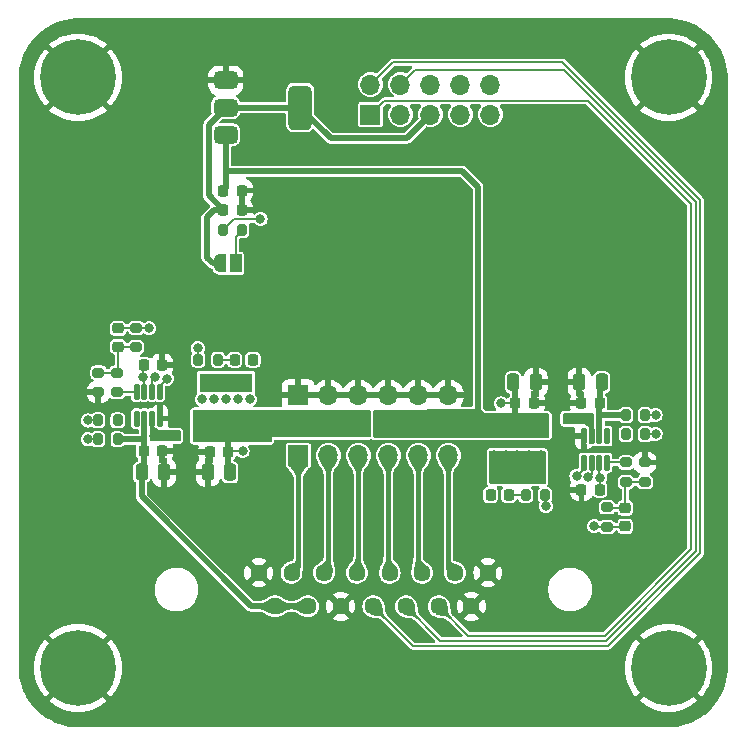
<source format=gbr>
%TF.GenerationSoftware,KiCad,Pcbnew,8.0.0*%
%TF.CreationDate,2024-10-25T11:24:29+02:00*%
%TF.ProjectId,Projet_Animatronic,50726f6a-6574-45f4-916e-696d6174726f,rev?*%
%TF.SameCoordinates,Original*%
%TF.FileFunction,Copper,L1,Top*%
%TF.FilePolarity,Positive*%
%FSLAX46Y46*%
G04 Gerber Fmt 4.6, Leading zero omitted, Abs format (unit mm)*
G04 Created by KiCad (PCBNEW 8.0.0) date 2024-10-25 11:24:29*
%MOMM*%
%LPD*%
G01*
G04 APERTURE LIST*
G04 Aperture macros list*
%AMRoundRect*
0 Rectangle with rounded corners*
0 $1 Rounding radius*
0 $2 $3 $4 $5 $6 $7 $8 $9 X,Y pos of 4 corners*
0 Add a 4 corners polygon primitive as box body*
4,1,4,$2,$3,$4,$5,$6,$7,$8,$9,$2,$3,0*
0 Add four circle primitives for the rounded corners*
1,1,$1+$1,$2,$3*
1,1,$1+$1,$4,$5*
1,1,$1+$1,$6,$7*
1,1,$1+$1,$8,$9*
0 Add four rect primitives between the rounded corners*
20,1,$1+$1,$2,$3,$4,$5,0*
20,1,$1+$1,$4,$5,$6,$7,0*
20,1,$1+$1,$6,$7,$8,$9,0*
20,1,$1+$1,$8,$9,$2,$3,0*%
%AMFreePoly0*
4,1,19,0.550000,-0.750000,0.000000,-0.750000,0.000000,-0.744911,-0.071157,-0.744911,-0.207708,-0.704816,-0.327430,-0.627875,-0.420627,-0.520320,-0.479746,-0.390866,-0.500000,-0.250000,-0.500000,0.250000,-0.479746,0.390866,-0.420627,0.520320,-0.327430,0.627875,-0.207708,0.704816,-0.071157,0.744911,0.000000,0.744911,0.000000,0.750000,0.550000,0.750000,0.550000,-0.750000,0.550000,-0.750000,
$1*%
%AMFreePoly1*
4,1,19,0.000000,0.744911,0.071157,0.744911,0.207708,0.704816,0.327430,0.627875,0.420627,0.520320,0.479746,0.390866,0.500000,0.250000,0.500000,-0.250000,0.479746,-0.390866,0.420627,-0.520320,0.327430,-0.627875,0.207708,-0.704816,0.071157,-0.744911,0.000000,-0.744911,0.000000,-0.750000,-0.550000,-0.750000,-0.550000,0.750000,0.000000,0.750000,0.000000,0.744911,0.000000,0.744911,
$1*%
G04 Aperture macros list end*
%TA.AperFunction,SMDPad,CuDef*%
%ADD10RoundRect,0.200000X0.275000X-0.200000X0.275000X0.200000X-0.275000X0.200000X-0.275000X-0.200000X0*%
%TD*%
%TA.AperFunction,SMDPad,CuDef*%
%ADD11RoundRect,0.125000X-0.125000X0.537500X-0.125000X-0.537500X0.125000X-0.537500X0.125000X0.537500X0*%
%TD*%
%TA.AperFunction,ComponentPad*%
%ADD12C,1.447800*%
%TD*%
%TA.AperFunction,SMDPad,CuDef*%
%ADD13RoundRect,0.225000X-0.225000X-0.250000X0.225000X-0.250000X0.225000X0.250000X-0.225000X0.250000X0*%
%TD*%
%TA.AperFunction,SMDPad,CuDef*%
%ADD14RoundRect,0.200000X0.200000X0.275000X-0.200000X0.275000X-0.200000X-0.275000X0.200000X-0.275000X0*%
%TD*%
%TA.AperFunction,SMDPad,CuDef*%
%ADD15FreePoly0,0.000000*%
%TD*%
%TA.AperFunction,SMDPad,CuDef*%
%ADD16R,1.000000X1.500000*%
%TD*%
%TA.AperFunction,SMDPad,CuDef*%
%ADD17FreePoly1,0.000000*%
%TD*%
%TA.AperFunction,ComponentPad*%
%ADD18C,0.800000*%
%TD*%
%TA.AperFunction,ComponentPad*%
%ADD19C,6.400000*%
%TD*%
%TA.AperFunction,SMDPad,CuDef*%
%ADD20RoundRect,0.250000X-0.250000X-0.475000X0.250000X-0.475000X0.250000X0.475000X-0.250000X0.475000X0*%
%TD*%
%TA.AperFunction,SMDPad,CuDef*%
%ADD21RoundRect,0.250000X0.250000X0.475000X-0.250000X0.475000X-0.250000X-0.475000X0.250000X-0.475000X0*%
%TD*%
%TA.AperFunction,ComponentPad*%
%ADD22R,1.700000X1.700000*%
%TD*%
%TA.AperFunction,ComponentPad*%
%ADD23O,1.700000X1.700000*%
%TD*%
%TA.AperFunction,SMDPad,CuDef*%
%ADD24R,4.500000X1.600000*%
%TD*%
%TA.AperFunction,SMDPad,CuDef*%
%ADD25RoundRect,0.200000X-0.275000X0.200000X-0.275000X-0.200000X0.275000X-0.200000X0.275000X0.200000X0*%
%TD*%
%TA.AperFunction,SMDPad,CuDef*%
%ADD26RoundRect,0.225000X0.225000X0.250000X-0.225000X0.250000X-0.225000X-0.250000X0.225000X-0.250000X0*%
%TD*%
%TA.AperFunction,SMDPad,CuDef*%
%ADD27RoundRect,0.125000X0.125000X-0.537500X0.125000X0.537500X-0.125000X0.537500X-0.125000X-0.537500X0*%
%TD*%
%TA.AperFunction,SMDPad,CuDef*%
%ADD28RoundRect,0.200000X-0.200000X-0.275000X0.200000X-0.275000X0.200000X0.275000X-0.200000X0.275000X0*%
%TD*%
%TA.AperFunction,SMDPad,CuDef*%
%ADD29RoundRect,0.375000X-0.625000X-0.375000X0.625000X-0.375000X0.625000X0.375000X-0.625000X0.375000X0*%
%TD*%
%TA.AperFunction,SMDPad,CuDef*%
%ADD30RoundRect,0.500000X-0.500000X-1.400000X0.500000X-1.400000X0.500000X1.400000X-0.500000X1.400000X0*%
%TD*%
%TA.AperFunction,SMDPad,CuDef*%
%ADD31RoundRect,0.225000X-0.250000X0.225000X-0.250000X-0.225000X0.250000X-0.225000X0.250000X0.225000X0*%
%TD*%
%TA.AperFunction,SMDPad,CuDef*%
%ADD32RoundRect,0.225000X0.250000X-0.225000X0.250000X0.225000X-0.250000X0.225000X-0.250000X-0.225000X0*%
%TD*%
%TA.AperFunction,ViaPad*%
%ADD33C,0.800000*%
%TD*%
%TA.AperFunction,Conductor*%
%ADD34C,0.400000*%
%TD*%
%TA.AperFunction,Conductor*%
%ADD35C,0.200000*%
%TD*%
%TA.AperFunction,Conductor*%
%ADD36C,0.500000*%
%TD*%
G04 APERTURE END LIST*
D10*
%TO.P,R204,1*%
%TO.N,Net-(U201-FB)*%
X78330000Y-116640000D03*
%TO.P,R204,2*%
%TO.N,Net-(C205-Pad1)*%
X78330000Y-114990000D03*
%TD*%
D11*
%TO.P,U301,1,PG*%
%TO.N,Net-(U301-PG)*%
X119775000Y-120362500D03*
%TO.P,U301,2,IN*%
%TO.N,+12V*%
X119125000Y-120362500D03*
%TO.P,U301,3,SW*%
%TO.N,Net-(U301-SW)*%
X118475000Y-120362500D03*
%TO.P,U301,4,GND*%
%TO.N,GND*%
X117825000Y-120362500D03*
%TO.P,U301,5,BST*%
%TO.N,Net-(U301-BST)*%
X117825000Y-122637500D03*
%TO.P,U301,6,EN/SYNC*%
%TO.N,Net-(U301-EN{slash}SYNC)*%
X118475000Y-122637500D03*
%TO.P,U301,7,VCC*%
%TO.N,Net-(U301-VCC)*%
X119125000Y-122637500D03*
%TO.P,U301,8,FB*%
%TO.N,Net-(U301-FB)*%
X119775000Y-122637500D03*
%TD*%
D10*
%TO.P,R305,1*%
%TO.N,Net-(C305-Pad1)*%
X123000000Y-124250000D03*
%TO.P,R305,2*%
%TO.N,GND*%
X123000000Y-122600000D03*
%TD*%
D12*
%TO.P,J101,1,Pin_1*%
%TO.N,GND*%
X90305000Y-131939993D03*
%TO.P,J101,2,Pin_2*%
%TO.N,PWM_TIM2_CH2*%
X93075000Y-131939993D03*
%TO.P,J101,3,Pin_3*%
%TO.N,PWM_TIM2_CH1*%
X95844999Y-131939993D03*
%TO.P,J101,4,Pin_4*%
%TO.N,PWM_TIM1_CH4*%
X98614999Y-131939993D03*
%TO.P,J101,5,Pin_5*%
%TO.N,PWM_TIM1_CH3*%
X101384998Y-131939993D03*
%TO.P,J101,6,Pin_6*%
%TO.N,PWM_TIM1_CH2*%
X104154998Y-131939993D03*
%TO.P,J101,7,Pin_7*%
%TO.N,PWM_TIM1_CH1*%
X106924998Y-131939993D03*
%TO.P,J101,8,Pin_8*%
%TO.N,GND*%
X109694997Y-131939993D03*
%TO.P,J101,9,Pin_9*%
%TO.N,+12V*%
X91690001Y-134779992D03*
%TO.P,J101,10,Pin_10*%
X94460001Y-134779992D03*
%TO.P,J101,11,Pin_11*%
%TO.N,GND*%
X97230000Y-134779992D03*
%TO.P,J101,12,Pin_12*%
%TO.N,I2C_SCL*%
X100000000Y-134779992D03*
%TO.P,J101,13,Pin_13*%
%TO.N,I2C_SDA*%
X102770000Y-134779992D03*
%TO.P,J101,14,Pin_14*%
%TO.N,TOF_INT*%
X105539999Y-134779992D03*
%TO.P,J101,15,Pin_15*%
%TO.N,GND*%
X108309999Y-134779992D03*
%TD*%
D13*
%TO.P,C101,1*%
%TO.N,5V_2*%
X87305000Y-99575000D03*
%TO.P,C101,2*%
%TO.N,GND*%
X88855000Y-99575000D03*
%TD*%
D14*
%TO.P,R202,1*%
%TO.N,+12V*%
X78355000Y-120640000D03*
%TO.P,R202,2*%
%TO.N,Net-(U201-EN{slash}SYNC)*%
X76705000Y-120640000D03*
%TD*%
D15*
%TO.P,JP101,1,A*%
%TO.N,+3.3V*%
X87050000Y-105750000D03*
D16*
%TO.P,JP101,2,C*%
%TO.N,Net-(JP101-C)*%
X88350000Y-105750000D03*
D17*
%TO.P,JP101,3,B*%
%TO.N,GND*%
X89650000Y-105750000D03*
%TD*%
D13*
%TO.P,C202,1*%
%TO.N,Net-(U201-VCC)*%
X80555000Y-114340000D03*
%TO.P,C202,2*%
%TO.N,GND*%
X82105000Y-114340000D03*
%TD*%
D18*
%TO.P,H103,1,1*%
%TO.N,GND*%
X72600000Y-90000000D03*
X73302944Y-88302944D03*
X73302944Y-91697056D03*
X75000000Y-87600000D03*
D19*
X75000000Y-90000000D03*
D18*
X75000000Y-92400000D03*
X76697056Y-88302944D03*
X76697056Y-91697056D03*
X77400000Y-90000000D03*
%TD*%
D20*
%TO.P,C307,1*%
%TO.N,5V_2*%
X111850000Y-115820000D03*
%TO.P,C307,2*%
%TO.N,GND*%
X113750000Y-115820000D03*
%TD*%
D21*
%TO.P,C207,1*%
%TO.N,5V_1*%
X87880000Y-123420000D03*
%TO.P,C207,2*%
%TO.N,GND*%
X85980000Y-123420000D03*
%TD*%
%TO.P,C301,1*%
%TO.N,+12V*%
X119350000Y-115800000D03*
%TO.P,C301,2*%
%TO.N,GND*%
X117450000Y-115800000D03*
%TD*%
D20*
%TO.P,C201,1*%
%TO.N,+12V*%
X80380000Y-123440000D03*
%TO.P,C201,2*%
%TO.N,GND*%
X82280000Y-123440000D03*
%TD*%
D22*
%TO.P,J103,1,Pin_1*%
%TO.N,TOF_INT*%
X99760000Y-93140000D03*
D23*
%TO.P,J103,2,Pin_2*%
%TO.N,I2C_SCL*%
X99760000Y-90600000D03*
%TO.P,J103,3,Pin_3*%
%TO.N,Net-(J103-Pin_3)*%
X102300000Y-93140000D03*
%TO.P,J103,4,Pin_4*%
%TO.N,I2C_SDA*%
X102300000Y-90600000D03*
%TO.P,J103,5,Pin_5*%
%TO.N,+3.3V*%
X104840000Y-93140000D03*
%TO.P,J103,6,Pin_6*%
%TO.N,GND*%
X104840000Y-90600000D03*
%TO.P,J103,7,Pin_7*%
%TO.N,unconnected-(J103-Pin_7-Pad7)*%
X107380000Y-93140000D03*
%TO.P,J103,8,Pin_8*%
%TO.N,unconnected-(J103-Pin_8-Pad8)*%
X107380000Y-90600000D03*
%TO.P,J103,9,Pin_9*%
%TO.N,unconnected-(J103-Pin_9-Pad9)*%
X109920000Y-93140000D03*
%TO.P,J103,10,Pin_10*%
%TO.N,unconnected-(J103-Pin_10-Pad10)*%
X109920000Y-90600000D03*
%TD*%
D18*
%TO.P,H102,1,1*%
%TO.N,GND*%
X122600000Y-140000000D03*
X123302944Y-138302944D03*
X123302944Y-141697056D03*
X125000000Y-137600000D03*
D19*
X125000000Y-140000000D03*
D18*
X125000000Y-142400000D03*
X126697056Y-138302944D03*
X126697056Y-141697056D03*
X127400000Y-140000000D03*
%TD*%
D24*
%TO.P,L301,1*%
%TO.N,Net-(U301-SW)*%
X112200000Y-123400000D03*
%TO.P,L301,2*%
%TO.N,5V_2*%
X112200000Y-119500000D03*
%TD*%
D18*
%TO.P,H101,1,1*%
%TO.N,GND*%
X72600000Y-140000000D03*
X73302944Y-138302944D03*
X73302944Y-141697056D03*
X75000000Y-137600000D03*
D19*
X75000000Y-140000000D03*
D18*
X75000000Y-142400000D03*
X76697056Y-138302944D03*
X76697056Y-141697056D03*
X77400000Y-140000000D03*
%TD*%
%TO.P,H104,1,1*%
%TO.N,GND*%
X122600000Y-90000000D03*
X123302944Y-88302944D03*
X123302944Y-91697056D03*
X125000000Y-87600000D03*
D19*
X125000000Y-90000000D03*
D18*
X125000000Y-92400000D03*
X126697056Y-88302944D03*
X126697056Y-91697056D03*
X127400000Y-90000000D03*
%TD*%
D13*
%TO.P,C204,1*%
%TO.N,Net-(C204-Pad1)*%
X88255000Y-113890000D03*
%TO.P,C204,2*%
%TO.N,Net-(U201-SW)*%
X89805000Y-113890000D03*
%TD*%
%TO.P,C102,1*%
%TO.N,+3.3V*%
X87305000Y-101250000D03*
%TO.P,C102,2*%
%TO.N,GND*%
X88855000Y-101250000D03*
%TD*%
D25*
%TO.P,R306,1*%
%TO.N,Net-(C305-Pad1)*%
X119800000Y-126400000D03*
%TO.P,R306,2*%
%TO.N,5V_2*%
X119800000Y-128050000D03*
%TD*%
D26*
%TO.P,C302,1*%
%TO.N,Net-(U301-VCC)*%
X119175000Y-124900000D03*
%TO.P,C302,2*%
%TO.N,GND*%
X117625000Y-124900000D03*
%TD*%
D27*
%TO.P,U201,1,PG*%
%TO.N,Net-(U201-PG)*%
X79960000Y-118877500D03*
%TO.P,U201,2,IN*%
%TO.N,+12V*%
X80610000Y-118877500D03*
%TO.P,U201,3,SW*%
%TO.N,Net-(U201-SW)*%
X81260000Y-118877500D03*
%TO.P,U201,4,GND*%
%TO.N,GND*%
X81910000Y-118877500D03*
%TO.P,U201,5,BST*%
%TO.N,Net-(U201-BST)*%
X81910000Y-116602500D03*
%TO.P,U201,6,EN/SYNC*%
%TO.N,Net-(U201-EN{slash}SYNC)*%
X81260000Y-116602500D03*
%TO.P,U201,7,VCC*%
%TO.N,Net-(U201-VCC)*%
X80610000Y-116602500D03*
%TO.P,U201,8,FB*%
%TO.N,Net-(U201-FB)*%
X79960000Y-116602500D03*
%TD*%
D28*
%TO.P,R101,1*%
%TO.N,Net-(J103-Pin_3)*%
X87255000Y-102950000D03*
%TO.P,R101,2*%
%TO.N,Net-(JP101-C)*%
X88905000Y-102950000D03*
%TD*%
D24*
%TO.P,L201,1*%
%TO.N,Net-(U201-SW)*%
X87530000Y-115840000D03*
%TO.P,L201,2*%
%TO.N,5V_1*%
X87530000Y-119740000D03*
%TD*%
D13*
%TO.P,C306,1*%
%TO.N,5V_2*%
X112025000Y-117550000D03*
%TO.P,C306,2*%
%TO.N,GND*%
X113575000Y-117550000D03*
%TD*%
D14*
%TO.P,R303,1*%
%TO.N,Net-(U301-BST)*%
X114550000Y-125350000D03*
%TO.P,R303,2*%
%TO.N,Net-(C304-Pad1)*%
X112900000Y-125350000D03*
%TD*%
D26*
%TO.P,C206,1*%
%TO.N,5V_1*%
X87700000Y-121690000D03*
%TO.P,C206,2*%
%TO.N,GND*%
X86150000Y-121690000D03*
%TD*%
D13*
%TO.P,C203,1*%
%TO.N,+12V*%
X80560000Y-121640000D03*
%TO.P,C203,2*%
%TO.N,GND*%
X82110000Y-121640000D03*
%TD*%
D26*
%TO.P,C304,1*%
%TO.N,Net-(C304-Pad1)*%
X111475000Y-125350000D03*
%TO.P,C304,2*%
%TO.N,Net-(U301-SW)*%
X109925000Y-125350000D03*
%TD*%
D28*
%TO.P,R301,1*%
%TO.N,Net-(U301-PG)*%
X121375000Y-120200000D03*
%TO.P,R301,2*%
%TO.N,Net-(U301-VCC)*%
X123025000Y-120200000D03*
%TD*%
D25*
%TO.P,R205,1*%
%TO.N,Net-(C205-Pad1)*%
X76730000Y-114990000D03*
%TO.P,R205,2*%
%TO.N,GND*%
X76730000Y-116640000D03*
%TD*%
D28*
%TO.P,R302,1*%
%TO.N,+12V*%
X121375000Y-118600000D03*
%TO.P,R302,2*%
%TO.N,Net-(U301-EN{slash}SYNC)*%
X123025000Y-118600000D03*
%TD*%
D29*
%TO.P,U101,1,GND*%
%TO.N,GND*%
X87500000Y-90250000D03*
%TO.P,U101,2,VO*%
%TO.N,+3.3V*%
X87500000Y-92550000D03*
D30*
X93800000Y-92550000D03*
D29*
%TO.P,U101,3,VI*%
%TO.N,5V_2*%
X87500000Y-94850000D03*
%TD*%
D31*
%TO.P,C305,1*%
%TO.N,Net-(C305-Pad1)*%
X121340000Y-126450000D03*
%TO.P,C305,2*%
%TO.N,5V_2*%
X121340000Y-128000000D03*
%TD*%
D26*
%TO.P,C303,1*%
%TO.N,+12V*%
X119175000Y-117600000D03*
%TO.P,C303,2*%
%TO.N,GND*%
X117625000Y-117600000D03*
%TD*%
D25*
%TO.P,R304,1*%
%TO.N,Net-(U301-FB)*%
X121400000Y-122600000D03*
%TO.P,R304,2*%
%TO.N,Net-(C305-Pad1)*%
X121400000Y-124250000D03*
%TD*%
D22*
%TO.P,J102,1,Pin_1*%
%TO.N,GND*%
X93650000Y-116920000D03*
D23*
%TO.P,J102,2,Pin_2*%
X96190000Y-116920000D03*
%TO.P,J102,3,Pin_3*%
X98730000Y-116920000D03*
%TO.P,J102,4,Pin_4*%
X101270000Y-116920000D03*
%TO.P,J102,5,Pin_5*%
X103810000Y-116920000D03*
%TO.P,J102,6,Pin_6*%
X106350000Y-116920000D03*
%TD*%
D10*
%TO.P,R206,1*%
%TO.N,Net-(C205-Pad1)*%
X79930000Y-112845000D03*
%TO.P,R206,2*%
%TO.N,5V_1*%
X79930000Y-111195000D03*
%TD*%
D32*
%TO.P,C205,1*%
%TO.N,Net-(C205-Pad1)*%
X78390000Y-112790000D03*
%TO.P,C205,2*%
%TO.N,5V_1*%
X78390000Y-111240000D03*
%TD*%
D22*
%TO.P,J104,1,Pin_1*%
%TO.N,5V_1*%
X93650000Y-119460000D03*
D23*
%TO.P,J104,2,Pin_2*%
X96190000Y-119460000D03*
%TO.P,J104,3,Pin_3*%
X98730000Y-119460000D03*
%TO.P,J104,4,Pin_4*%
%TO.N,5V_2*%
X101270000Y-119460000D03*
%TO.P,J104,5,Pin_5*%
X103810000Y-119460000D03*
%TO.P,J104,6,Pin_6*%
X106350000Y-119460000D03*
%TD*%
D22*
%TO.P,J105,1,Pin_1*%
%TO.N,PWM_TIM2_CH2*%
X93650000Y-122000000D03*
D23*
%TO.P,J105,2,Pin_2*%
%TO.N,PWM_TIM2_CH1*%
X96190000Y-122000000D03*
%TO.P,J105,3,Pin_3*%
%TO.N,PWM_TIM1_CH4*%
X98730000Y-122000000D03*
%TO.P,J105,4,Pin_4*%
%TO.N,PWM_TIM1_CH3*%
X101270000Y-122000000D03*
%TO.P,J105,5,Pin_5*%
%TO.N,PWM_TIM1_CH2*%
X103810000Y-122000000D03*
%TO.P,J105,6,Pin_6*%
%TO.N,PWM_TIM1_CH1*%
X106350000Y-122000000D03*
%TD*%
D28*
%TO.P,R203,1*%
%TO.N,Net-(U201-BST)*%
X85185000Y-113890000D03*
%TO.P,R203,2*%
%TO.N,Net-(C204-Pad1)*%
X86835000Y-113890000D03*
%TD*%
D14*
%TO.P,R201,1*%
%TO.N,Net-(U201-PG)*%
X78350000Y-119040000D03*
%TO.P,R201,2*%
%TO.N,Net-(U201-VCC)*%
X76700000Y-119040000D03*
%TD*%
D33*
%TO.N,GND*%
X72500000Y-143500000D03*
X70750000Y-122500000D03*
X129250000Y-137500000D03*
X74750000Y-129350000D03*
X100000000Y-85750000D03*
X70750000Y-115000000D03*
X71250000Y-88000000D03*
X102500000Y-144250000D03*
X128750000Y-142000000D03*
X129150000Y-116250000D03*
X75000000Y-144250000D03*
X107500000Y-85750000D03*
X97500000Y-144250000D03*
X117500000Y-144250000D03*
X70750000Y-97500000D03*
X123850000Y-104150000D03*
X75100000Y-103600000D03*
X70750000Y-95000000D03*
X80000000Y-85750000D03*
X87500000Y-144250000D03*
X70750000Y-102500000D03*
X92500000Y-144250000D03*
X125000000Y-85750000D03*
X70750000Y-137500000D03*
X70750000Y-107500000D03*
X122500000Y-144250000D03*
X117500000Y-85750000D03*
X125200000Y-114450000D03*
X77500000Y-132600000D03*
X129250000Y-110850000D03*
X78950000Y-95500000D03*
X129250000Y-140000000D03*
X127250000Y-86250000D03*
X102500000Y-85750000D03*
X82500000Y-85750000D03*
X70750000Y-125000000D03*
X105000000Y-85750000D03*
X115000000Y-85750000D03*
X129250000Y-100000000D03*
X129250000Y-135000000D03*
X77500000Y-144250000D03*
X127250000Y-143750000D03*
X82500000Y-144250000D03*
X77500000Y-85750000D03*
X70750000Y-117500000D03*
X72500000Y-86500000D03*
X70750000Y-127500000D03*
X105000000Y-144250000D03*
X70750000Y-120000000D03*
X87500000Y-85750000D03*
X70750000Y-105000000D03*
X85000000Y-144250000D03*
X92500000Y-85750000D03*
X95000000Y-144250000D03*
X71250000Y-142000000D03*
X110000000Y-85750000D03*
X122500000Y-85750000D03*
X95000000Y-85750000D03*
X120000000Y-144250000D03*
X70750000Y-112500000D03*
X129250000Y-102500000D03*
X83550000Y-105900000D03*
X70750000Y-135000000D03*
X70750000Y-100000000D03*
X116900000Y-99500000D03*
X112500000Y-144250000D03*
X97500000Y-85750000D03*
X74750000Y-109550000D03*
X70750000Y-130000000D03*
X129250000Y-107950000D03*
X129250000Y-127500000D03*
X115000000Y-144250000D03*
X129250000Y-97500000D03*
X129250000Y-92500000D03*
X128750000Y-88000000D03*
X105850000Y-103400000D03*
X129200000Y-113650000D03*
X129250000Y-105000000D03*
X107500000Y-144250000D03*
X73450000Y-124750000D03*
X129250000Y-125000000D03*
X70750000Y-90000000D03*
X119550000Y-88500000D03*
X102300000Y-113300000D03*
X70750000Y-132500000D03*
X97550000Y-104250000D03*
X129100000Y-122450000D03*
X70750000Y-110000000D03*
X117150000Y-94350000D03*
X70750000Y-92500000D03*
X129250000Y-130000000D03*
X129250000Y-90000000D03*
X111350000Y-96900000D03*
X80150000Y-100450000D03*
X78700000Y-125750000D03*
X118700000Y-108100000D03*
X85000000Y-85750000D03*
X110000000Y-144250000D03*
X95950000Y-88350000D03*
X129250000Y-95000000D03*
X125000000Y-144250000D03*
X80000000Y-144250000D03*
X129100000Y-119200000D03*
X112500000Y-85750000D03*
X90000000Y-144250000D03*
X129250000Y-132500000D03*
X100000000Y-144250000D03*
X75000000Y-85750000D03*
X82700000Y-90100000D03*
X97400000Y-96600000D03*
X114400000Y-108050000D03*
X120000000Y-85750000D03*
X90000000Y-85750000D03*
X70750000Y-140000000D03*
%TO.N,5V_2*%
X118700000Y-128000000D03*
X110800000Y-117600000D03*
%TO.N,5V_1*%
X81030000Y-111240000D03*
X88930000Y-121640000D03*
%TO.N,Net-(U201-VCC)*%
X80530000Y-115340000D03*
X75830000Y-119040000D03*
%TO.N,Net-(U201-SW)*%
X86530000Y-117240000D03*
X85530000Y-117240000D03*
X87530000Y-117240000D03*
X81455000Y-120340000D03*
X88530000Y-117240000D03*
X82330000Y-120340000D03*
X83230000Y-120340000D03*
X89530000Y-117240000D03*
%TO.N,Net-(U301-VCC)*%
X123900000Y-120200000D03*
X119200000Y-123900000D03*
%TO.N,Net-(U301-SW)*%
X110200000Y-122000000D03*
X114200000Y-122000000D03*
X112200000Y-122000000D03*
X117400000Y-118900000D03*
X113200000Y-122000000D03*
X118275000Y-118900000D03*
X116500000Y-118900000D03*
X111200000Y-122000000D03*
%TO.N,Net-(U201-EN{slash}SYNC)*%
X75830000Y-120640000D03*
X81529105Y-115382320D03*
%TO.N,Net-(U201-BST)*%
X82522066Y-115500786D03*
X85130000Y-112940000D03*
%TO.N,Net-(U301-EN{slash}SYNC)*%
X118200895Y-123857680D03*
X123900000Y-118600000D03*
%TO.N,Net-(U301-BST)*%
X117207934Y-123739214D03*
X114600000Y-126300000D03*
%TO.N,Net-(J103-Pin_3)*%
X90450000Y-102000000D03*
%TD*%
D34*
%TO.N,PWM_TIM1_CH1*%
X106350000Y-122000000D02*
X106350000Y-131364995D01*
X106350000Y-131364995D02*
X106924998Y-131939993D01*
D35*
%TO.N,I2C_SCL*%
X127700000Y-100400000D02*
X127700000Y-130300000D01*
X116000000Y-88700000D02*
X127700000Y-100400000D01*
X127700000Y-130300000D02*
X119850000Y-138150000D01*
X99760000Y-90600000D02*
X101660000Y-88700000D01*
X101660000Y-88700000D02*
X116000000Y-88700000D01*
X119850000Y-138150000D02*
X103370008Y-138150000D01*
X103370008Y-138150000D02*
X100000000Y-134779992D01*
D36*
%TO.N,+12V*%
X119125000Y-120362500D02*
X119125000Y-118600000D01*
X119175000Y-117600000D02*
X119175000Y-115975000D01*
X80380000Y-125480000D02*
X89679992Y-134779992D01*
X78355000Y-120640000D02*
X80605000Y-120640000D01*
X80605000Y-120640000D02*
X80605000Y-121590000D01*
X119125000Y-118600000D02*
X119125000Y-117650000D01*
X80605000Y-118877500D02*
X80605000Y-120640000D01*
X91690001Y-134779992D02*
X94460001Y-134779992D01*
X80555000Y-121640000D02*
X80555000Y-123265000D01*
X80555000Y-123265000D02*
X80380000Y-123440000D01*
X89679992Y-134779992D02*
X91690001Y-134779992D01*
X80605000Y-121590000D02*
X80555000Y-121640000D01*
X80380000Y-123440000D02*
X80380000Y-125480000D01*
X121375000Y-118600000D02*
X119125000Y-118600000D01*
X119125000Y-117650000D02*
X119175000Y-117600000D01*
X119175000Y-115975000D02*
X119350000Y-115800000D01*
D35*
%TO.N,I2C_SDA*%
X116142157Y-89407843D02*
X103492157Y-89407843D01*
X127300000Y-100565686D02*
X116142157Y-89407843D01*
X127300000Y-130134314D02*
X127300000Y-100565686D01*
X119734314Y-137700000D02*
X127300000Y-130134314D01*
X103492157Y-89407843D02*
X102300000Y-90600000D01*
X105690008Y-137700000D02*
X119734314Y-137700000D01*
X102770000Y-134779992D02*
X105690008Y-137700000D01*
D34*
%TO.N,PWM_TIM1_CH3*%
X101270000Y-122000000D02*
X101270000Y-131824995D01*
X101270000Y-131824995D02*
X101384998Y-131939993D01*
%TO.N,PWM_TIM2_CH1*%
X96190000Y-122000000D02*
X96190000Y-131594992D01*
X96190000Y-131594992D02*
X95844999Y-131939993D01*
%TO.N,PWM_TIM2_CH2*%
X93650000Y-131364993D02*
X93075000Y-131939993D01*
X93650000Y-122000000D02*
X93650000Y-131364993D01*
%TO.N,PWM_TIM1_CH2*%
X103810000Y-131594995D02*
X104154998Y-131939993D01*
X103810000Y-122000000D02*
X103810000Y-131594995D01*
%TO.N,PWM_TIM1_CH4*%
X98730000Y-122000000D02*
X98730000Y-131824992D01*
X98730000Y-131824992D02*
X98614999Y-131939993D01*
D35*
%TO.N,TOF_INT*%
X118158628Y-91990000D02*
X126900000Y-100731372D01*
X99760000Y-93140000D02*
X100910000Y-91990000D01*
X126900000Y-129968628D02*
X119618628Y-137250000D01*
X126900000Y-100731372D02*
X126900000Y-129968628D01*
X100910000Y-91990000D02*
X118158628Y-91990000D01*
X108010007Y-137250000D02*
X105539999Y-134779992D01*
X119618628Y-137250000D02*
X108010007Y-137250000D01*
D36*
%TO.N,5V_2*%
X112200000Y-119500000D02*
X110100000Y-119500000D01*
X87650000Y-97950000D02*
X87500000Y-98100000D01*
D35*
X118750000Y-128050000D02*
X118700000Y-128000000D01*
X110800000Y-117600000D02*
X111975000Y-117600000D01*
D36*
X112200000Y-117725000D02*
X112025000Y-117550000D01*
X87500000Y-98100000D02*
X87500000Y-99380000D01*
X110100000Y-119500000D02*
X108850000Y-118250000D01*
X112025000Y-119325000D02*
X112200000Y-119500000D01*
X108850000Y-99250000D02*
X107550000Y-97950000D01*
D35*
X121290000Y-128050000D02*
X121340000Y-128000000D01*
D36*
X87500000Y-94850000D02*
X87500000Y-98100000D01*
X112025000Y-117550000D02*
X112025000Y-119325000D01*
X112025000Y-117550000D02*
X112025000Y-115995000D01*
X107550000Y-97950000D02*
X87650000Y-97950000D01*
X108850000Y-118250000D02*
X108850000Y-99250000D01*
X112025000Y-115995000D02*
X111850000Y-115820000D01*
X87500000Y-99380000D02*
X87305000Y-99575000D01*
D35*
X119800000Y-128050000D02*
X118750000Y-128050000D01*
X111975000Y-117600000D02*
X112025000Y-117550000D01*
X119800000Y-128050000D02*
X121290000Y-128050000D01*
D36*
%TO.N,5V_1*%
X87705000Y-119915000D02*
X87530000Y-119740000D01*
X87705000Y-121690000D02*
X87705000Y-119915000D01*
D35*
X79930000Y-111190000D02*
X78440000Y-111190000D01*
X78440000Y-111190000D02*
X78390000Y-111240000D01*
D36*
X87530000Y-121515000D02*
X87705000Y-121690000D01*
D35*
X87755000Y-121640000D02*
X87705000Y-121690000D01*
D36*
X87705000Y-121690000D02*
X87705000Y-123245000D01*
D35*
X80980000Y-111190000D02*
X81030000Y-111240000D01*
X79930000Y-111190000D02*
X80980000Y-111190000D01*
X88930000Y-121640000D02*
X87755000Y-121640000D01*
D36*
X87705000Y-123245000D02*
X87880000Y-123420000D01*
D35*
%TO.N,Net-(U201-VCC)*%
X80605000Y-115415000D02*
X80530000Y-115340000D01*
X80530000Y-114365000D02*
X80555000Y-114340000D01*
X80530000Y-115340000D02*
X80530000Y-114365000D01*
X76705000Y-119040000D02*
X75830000Y-119040000D01*
X80605000Y-116602500D02*
X80605000Y-115415000D01*
%TO.N,Net-(C204-Pad1)*%
X86830000Y-113890000D02*
X88255000Y-113890000D01*
%TO.N,Net-(C205-Pad1)*%
X78390000Y-112790000D02*
X79880000Y-112790000D01*
X78330000Y-114990000D02*
X76730000Y-114990000D01*
X79880000Y-112790000D02*
X79930000Y-112840000D01*
X78390000Y-114930000D02*
X78330000Y-114990000D01*
X78390000Y-112790000D02*
X78390000Y-114930000D01*
%TO.N,Net-(U301-VCC)*%
X123025000Y-120200000D02*
X123900000Y-120200000D01*
X119125000Y-122637500D02*
X119125000Y-123825000D01*
X119200000Y-123900000D02*
X119200000Y-124875000D01*
X119125000Y-123825000D02*
X119200000Y-123900000D01*
X119200000Y-124875000D02*
X119175000Y-124900000D01*
%TO.N,Net-(C304-Pad1)*%
X112900000Y-125350000D02*
X111475000Y-125350000D01*
%TO.N,Net-(C305-Pad1)*%
X121340000Y-126450000D02*
X119850000Y-126450000D01*
X119850000Y-126450000D02*
X119800000Y-126400000D01*
X121340000Y-124310000D02*
X121400000Y-124250000D01*
X121400000Y-124250000D02*
X123000000Y-124250000D01*
X121340000Y-126450000D02*
X121340000Y-124310000D01*
%TO.N,Net-(U201-EN{slash}SYNC)*%
X81529105Y-115382320D02*
X81255000Y-115656425D01*
X76705000Y-120640000D02*
X75830000Y-120640000D01*
X81255000Y-115656425D02*
X81255000Y-116602500D01*
%TO.N,Net-(U201-BST)*%
X85180000Y-113890000D02*
X85180000Y-112990000D01*
X81905000Y-116117852D02*
X81905000Y-116602500D01*
X82522066Y-115500786D02*
X81905000Y-116117852D01*
X85180000Y-112990000D02*
X85130000Y-112940000D01*
%TO.N,Net-(U201-FB)*%
X79917500Y-116640000D02*
X79955000Y-116602500D01*
X78330000Y-116640000D02*
X79917500Y-116640000D01*
%TO.N,Net-(U301-EN{slash}SYNC)*%
X123025000Y-118600000D02*
X123900000Y-118600000D01*
X118200895Y-123857680D02*
X118475000Y-123583575D01*
X118475000Y-123583575D02*
X118475000Y-122637500D01*
%TO.N,Net-(U301-BST)*%
X114550000Y-125350000D02*
X114550000Y-126250000D01*
X117825000Y-123122148D02*
X117825000Y-122637500D01*
X114550000Y-126250000D02*
X114600000Y-126300000D01*
X117207934Y-123739214D02*
X117825000Y-123122148D01*
%TO.N,Net-(U301-FB)*%
X119812500Y-122600000D02*
X119775000Y-122637500D01*
X121400000Y-122600000D02*
X119812500Y-122600000D01*
D36*
%TO.N,+3.3V*%
X86050000Y-94000000D02*
X86050000Y-99995000D01*
X86400000Y-105750000D02*
X87050000Y-105750000D01*
X86050000Y-99995000D02*
X87305000Y-101250000D01*
X85900000Y-105250000D02*
X86400000Y-105750000D01*
X87305000Y-101250000D02*
X86500000Y-101250000D01*
X102830000Y-95150000D02*
X96400000Y-95150000D01*
X93800000Y-92550000D02*
X96400000Y-95150000D01*
X87500000Y-92550000D02*
X86050000Y-94000000D01*
X86500000Y-101250000D02*
X85900000Y-101850000D01*
X87500000Y-92550000D02*
X93800000Y-92550000D01*
X85900000Y-101850000D02*
X85900000Y-105250000D01*
X104840000Y-93140000D02*
X102830000Y-95150000D01*
D35*
%TO.N,Net-(J103-Pin_3)*%
X90425000Y-102025000D02*
X90450000Y-102000000D01*
X88180000Y-102025000D02*
X90425000Y-102025000D01*
X87255000Y-102950000D02*
X88180000Y-102025000D01*
%TO.N,Net-(JP101-C)*%
X88350000Y-103505000D02*
X88905000Y-102950000D01*
X88350000Y-105750000D02*
X88350000Y-103505000D01*
%TD*%
%TA.AperFunction,Conductor*%
%TO.N,PWM_TIM1_CH3*%
G36*
X101274489Y-122000865D02*
G01*
X102044067Y-122320615D01*
X102050392Y-122326954D01*
X102050383Y-122335909D01*
X102050201Y-122336323D01*
X101969635Y-122510892D01*
X101969201Y-122511739D01*
X101884851Y-122661203D01*
X101884423Y-122661904D01*
X101802929Y-122785199D01*
X101802657Y-122785592D01*
X101725741Y-122892229D01*
X101655449Y-122991300D01*
X101655441Y-122991312D01*
X101593689Y-123092141D01*
X101593684Y-123092149D01*
X101542392Y-123204047D01*
X101503423Y-123336420D01*
X101478668Y-123498609D01*
X101478668Y-123498610D01*
X101470482Y-123688803D01*
X101466703Y-123696921D01*
X101458793Y-123700000D01*
X101081207Y-123700000D01*
X101072934Y-123696573D01*
X101069518Y-123688803D01*
X101061330Y-123498610D01*
X101061330Y-123498609D01*
X101036575Y-123336420D01*
X101036574Y-123336415D01*
X100997608Y-123204052D01*
X100946311Y-123092143D01*
X100884559Y-122991315D01*
X100884557Y-122991312D01*
X100884549Y-122991300D01*
X100814257Y-122892229D01*
X100737349Y-122785604D01*
X100737077Y-122785211D01*
X100655575Y-122661904D01*
X100655147Y-122661203D01*
X100570797Y-122511739D01*
X100570363Y-122510892D01*
X100489798Y-122336323D01*
X100489442Y-122327375D01*
X100495518Y-122320797D01*
X100495932Y-122320615D01*
X101265511Y-122000865D01*
X101274466Y-122000856D01*
X101274489Y-122000865D01*
G37*
%TD.AperFunction*%
%TD*%
%TA.AperFunction,Conductor*%
%TO.N,PWM_TIM2_CH1*%
G36*
X96386886Y-130596144D02*
G01*
X96390309Y-130604099D01*
X96395008Y-130777215D01*
X96395009Y-130777221D01*
X96408605Y-130928549D01*
X96428644Y-131054987D01*
X96452973Y-131164820D01*
X96479449Y-131266354D01*
X96505869Y-131367678D01*
X96505971Y-131368100D01*
X96530177Y-131477381D01*
X96530310Y-131478080D01*
X96550231Y-131603778D01*
X96550328Y-131604562D01*
X96563855Y-131755115D01*
X96563898Y-131755844D01*
X96568573Y-131927991D01*
X96565372Y-131936355D01*
X96557195Y-131940005D01*
X96556893Y-131940009D01*
X95849860Y-131940986D01*
X95841584Y-131937572D01*
X95341755Y-131436766D01*
X95338337Y-131428491D01*
X95341772Y-131420221D01*
X95342110Y-131419897D01*
X95442479Y-131328081D01*
X95443191Y-131327481D01*
X95545484Y-131248147D01*
X95545953Y-131247803D01*
X95640705Y-131182401D01*
X95726659Y-131124773D01*
X95802460Y-131068779D01*
X95817144Y-131054975D01*
X95823654Y-131048854D01*
X95866989Y-131008115D01*
X95919127Y-130936480D01*
X95957754Y-130847571D01*
X95981752Y-130735084D01*
X95981752Y-130735082D01*
X95981753Y-130735078D01*
X95986537Y-130652481D01*
X95989361Y-130603739D01*
X95993260Y-130595679D01*
X96001041Y-130592717D01*
X96378613Y-130592717D01*
X96386886Y-130596144D01*
G37*
%TD.AperFunction*%
%TD*%
%TA.AperFunction,Conductor*%
%TO.N,5V_2*%
G36*
X108892456Y-118120006D02*
G01*
X108938505Y-118172553D01*
X108950000Y-118224694D01*
X108950000Y-118450000D01*
X114776000Y-118450000D01*
X114843039Y-118469685D01*
X114888794Y-118522489D01*
X114900000Y-118574000D01*
X114900000Y-120376000D01*
X114880315Y-120443039D01*
X114827511Y-120488794D01*
X114776000Y-120500000D01*
X100124000Y-120500000D01*
X100056961Y-120480315D01*
X100011206Y-120427511D01*
X100000000Y-120376000D01*
X100000000Y-118273309D01*
X100019685Y-118206270D01*
X100072489Y-118160515D01*
X100123306Y-118149311D01*
X108825309Y-118100696D01*
X108892456Y-118120006D01*
G37*
%TD.AperFunction*%
%TD*%
%TA.AperFunction,Conductor*%
%TO.N,+12V*%
G36*
X91417464Y-134122004D02*
G01*
X91417587Y-134122288D01*
X91689134Y-134775501D01*
X91689145Y-134784456D01*
X91689134Y-134784483D01*
X91417587Y-135437695D01*
X91411247Y-135444019D01*
X91402292Y-135444008D01*
X91402008Y-135443885D01*
X91257705Y-135379381D01*
X91257127Y-135379104D01*
X91186454Y-135342744D01*
X91130536Y-135313974D01*
X91130123Y-135313750D01*
X91024382Y-135253459D01*
X91024213Y-135253361D01*
X90931788Y-135198594D01*
X90931781Y-135198590D01*
X90845335Y-135150170D01*
X90845330Y-135150167D01*
X90845320Y-135150162D01*
X90775232Y-135117233D01*
X90757469Y-135108887D01*
X90660704Y-135075485D01*
X90660703Y-135075484D01*
X90660698Y-135075483D01*
X90547559Y-135050706D01*
X90410550Y-135035294D01*
X90410530Y-135035292D01*
X90253533Y-135030348D01*
X90245372Y-135026663D01*
X90242201Y-135018654D01*
X90242201Y-134541329D01*
X90245628Y-134533056D01*
X90253532Y-134529635D01*
X90269387Y-134529135D01*
X90410530Y-134524690D01*
X90410535Y-134524689D01*
X90410550Y-134524689D01*
X90547557Y-134509277D01*
X90660704Y-134484498D01*
X90757469Y-134451096D01*
X90845335Y-134409813D01*
X90931781Y-134361393D01*
X91024287Y-134306578D01*
X91130160Y-134246210D01*
X91130501Y-134246025D01*
X91257141Y-134180871D01*
X91257690Y-134180607D01*
X91402009Y-134116097D01*
X91410960Y-134115850D01*
X91417464Y-134122004D01*
G37*
%TD.AperFunction*%
%TD*%
%TA.AperFunction,Conductor*%
%TO.N,Net-(U201-SW)*%
G36*
X81402539Y-118234685D02*
G01*
X81448294Y-118287489D01*
X81459500Y-118339000D01*
X81459500Y-119453132D01*
X81459501Y-119453138D01*
X81465741Y-119500545D01*
X81514253Y-119604579D01*
X81595421Y-119685747D01*
X81668290Y-119719726D01*
X81707000Y-119748001D01*
X81814999Y-119865000D01*
X81815000Y-119865000D01*
X83566000Y-119865000D01*
X83633039Y-119884685D01*
X83678794Y-119937489D01*
X83690000Y-119989000D01*
X83690000Y-120691000D01*
X83670315Y-120758039D01*
X83617511Y-120803794D01*
X83566000Y-120815000D01*
X81179500Y-120815000D01*
X81112461Y-120795315D01*
X81066706Y-120742511D01*
X81055500Y-120691000D01*
X81055500Y-119499244D01*
X81056561Y-119483058D01*
X81060499Y-119453146D01*
X81060500Y-119453139D01*
X81060499Y-118338999D01*
X81080184Y-118271961D01*
X81132987Y-118226206D01*
X81184499Y-118215000D01*
X81335500Y-118215000D01*
X81402539Y-118234685D01*
G37*
%TD.AperFunction*%
%TD*%
%TA.AperFunction,Conductor*%
%TO.N,Net-(U301-SW)*%
G36*
X118617539Y-118444685D02*
G01*
X118663294Y-118497489D01*
X118674500Y-118549000D01*
X118674500Y-120421811D01*
X118674501Y-120901000D01*
X118654817Y-120968039D01*
X118602013Y-121013794D01*
X118550501Y-121025000D01*
X118399500Y-121025000D01*
X118332461Y-121005315D01*
X118286706Y-120952511D01*
X118275500Y-120901000D01*
X118275499Y-119786867D01*
X118275499Y-119786862D01*
X118269259Y-119739455D01*
X118220747Y-119635421D01*
X118139579Y-119554253D01*
X118139577Y-119554251D01*
X118075484Y-119524363D01*
X118036775Y-119496089D01*
X117925000Y-119375000D01*
X116174000Y-119375000D01*
X116106961Y-119355315D01*
X116061206Y-119302511D01*
X116050000Y-119251000D01*
X116050000Y-118549000D01*
X116069685Y-118481961D01*
X116122489Y-118436206D01*
X116174000Y-118425000D01*
X118550500Y-118425000D01*
X118617539Y-118444685D01*
G37*
%TD.AperFunction*%
%TD*%
%TA.AperFunction,Conductor*%
%TO.N,PWM_TIM1_CH2*%
G36*
X103814489Y-122000865D02*
G01*
X104584067Y-122320615D01*
X104590392Y-122326954D01*
X104590383Y-122335909D01*
X104590201Y-122336323D01*
X104509635Y-122510892D01*
X104509201Y-122511739D01*
X104424851Y-122661203D01*
X104424423Y-122661904D01*
X104342929Y-122785199D01*
X104342657Y-122785592D01*
X104265741Y-122892229D01*
X104195449Y-122991300D01*
X104195441Y-122991312D01*
X104133689Y-123092141D01*
X104133684Y-123092149D01*
X104082392Y-123204047D01*
X104043423Y-123336420D01*
X104018668Y-123498609D01*
X104018668Y-123498610D01*
X104010482Y-123688803D01*
X104006703Y-123696921D01*
X103998793Y-123700000D01*
X103621207Y-123700000D01*
X103612934Y-123696573D01*
X103609518Y-123688803D01*
X103601330Y-123498610D01*
X103601330Y-123498609D01*
X103576575Y-123336420D01*
X103576574Y-123336415D01*
X103537608Y-123204052D01*
X103486311Y-123092143D01*
X103424559Y-122991315D01*
X103424557Y-122991312D01*
X103424549Y-122991300D01*
X103354257Y-122892229D01*
X103277349Y-122785604D01*
X103277077Y-122785211D01*
X103195575Y-122661904D01*
X103195147Y-122661203D01*
X103110797Y-122511739D01*
X103110363Y-122510892D01*
X103029798Y-122336323D01*
X103029442Y-122327375D01*
X103035518Y-122320797D01*
X103035932Y-122320615D01*
X103805511Y-122000865D01*
X103814466Y-122000856D01*
X103814489Y-122000865D01*
G37*
%TD.AperFunction*%
%TD*%
%TA.AperFunction,Conductor*%
%TO.N,PWM_TIM1_CH1*%
G36*
X106547646Y-130733791D02*
G01*
X106551019Y-130740941D01*
X106564059Y-130876233D01*
X106571178Y-130894989D01*
X106603933Y-130981292D01*
X106666159Y-131054497D01*
X106747276Y-131104815D01*
X106843823Y-131141212D01*
X106952339Y-131172651D01*
X107068907Y-131207958D01*
X107069808Y-131208272D01*
X107190680Y-131256214D01*
X107192145Y-131256917D01*
X107314193Y-131326354D01*
X107315881Y-131327522D01*
X107427019Y-131419925D01*
X107431190Y-131427850D01*
X107428536Y-131436402D01*
X107427820Y-131437187D01*
X106928433Y-131937551D01*
X106920163Y-131940986D01*
X106920136Y-131940986D01*
X106212681Y-131940009D01*
X106204412Y-131936571D01*
X106200997Y-131928411D01*
X106199667Y-131775366D01*
X106195783Y-131639849D01*
X106190060Y-131526163D01*
X106183111Y-131427032D01*
X106175549Y-131335178D01*
X106167986Y-131243323D01*
X106161041Y-131144254D01*
X106161034Y-131144137D01*
X106155318Y-131030600D01*
X106155310Y-131030379D01*
X106151434Y-130895137D01*
X106151429Y-130894904D01*
X106150103Y-130742166D01*
X106153458Y-130733863D01*
X106161701Y-130730364D01*
X106539373Y-130730364D01*
X106547646Y-130733791D01*
G37*
%TD.AperFunction*%
%TD*%
%TA.AperFunction,Conductor*%
%TO.N,I2C_SDA*%
G36*
X103436397Y-134507663D02*
G01*
X103442721Y-134514003D01*
X103442925Y-134514534D01*
X103498604Y-134670520D01*
X103498952Y-134671682D01*
X103534393Y-134817071D01*
X103534601Y-134818134D01*
X103553545Y-134946507D01*
X103553626Y-134947204D01*
X103563685Y-135063162D01*
X103563690Y-135063224D01*
X103572448Y-135170881D01*
X103572453Y-135170925D01*
X103587546Y-135274397D01*
X103587551Y-135274419D01*
X103616638Y-135378024D01*
X103651800Y-135452917D01*
X103667384Y-135486110D01*
X103683023Y-135508944D01*
X103747437Y-135602993D01*
X103747441Y-135602999D01*
X103857034Y-135724780D01*
X103860021Y-135733222D01*
X103856610Y-135740879D01*
X103730887Y-135866602D01*
X103722614Y-135870029D01*
X103714788Y-135867026D01*
X103593007Y-135757433D01*
X103593001Y-135757429D01*
X103545331Y-135724780D01*
X103476118Y-135677376D01*
X103368038Y-135626633D01*
X103368032Y-135626630D01*
X103264427Y-135597543D01*
X103264405Y-135597538D01*
X103160933Y-135582445D01*
X103160921Y-135582443D01*
X103160910Y-135582442D01*
X103160898Y-135582441D01*
X103160889Y-135582440D01*
X103053231Y-135573682D01*
X103053199Y-135573666D01*
X103053170Y-135573677D01*
X102937212Y-135563618D01*
X102936515Y-135563537D01*
X102808142Y-135544593D01*
X102807079Y-135544385D01*
X102661690Y-135508944D01*
X102660528Y-135508596D01*
X102504542Y-135452917D01*
X102497902Y-135446908D01*
X102497456Y-135437965D01*
X102497646Y-135437470D01*
X102767438Y-134783778D01*
X102773759Y-134777441D01*
X103427444Y-134507652D01*
X103436397Y-134507663D01*
G37*
%TD.AperFunction*%
%TD*%
%TA.AperFunction,Conductor*%
%TO.N,PWM_TIM1_CH3*%
G36*
X101467211Y-130518495D02*
G01*
X101470620Y-130526112D01*
X101479693Y-130687617D01*
X101479694Y-130687621D01*
X101479694Y-130687625D01*
X101507056Y-130824596D01*
X101507059Y-130824604D01*
X101549525Y-130934539D01*
X101549529Y-130934547D01*
X101604526Y-131025967D01*
X101669487Y-131107393D01*
X101669501Y-131107410D01*
X101708650Y-131150673D01*
X101741769Y-131187272D01*
X101741813Y-131187387D01*
X101741847Y-131187358D01*
X101818767Y-131274081D01*
X101819265Y-131274682D01*
X101898095Y-131376495D01*
X101898768Y-131377461D01*
X101977220Y-131503095D01*
X101977850Y-131504242D01*
X102048472Y-131651846D01*
X102048952Y-131660788D01*
X102042968Y-131667450D01*
X102042409Y-131667700D01*
X101389489Y-131939126D01*
X101380534Y-131939137D01*
X101380507Y-131939126D01*
X100727194Y-131667537D01*
X100720870Y-131661197D01*
X100720881Y-131652242D01*
X100720917Y-131652156D01*
X100781887Y-131512369D01*
X100782030Y-131512055D01*
X100841212Y-131388258D01*
X100841320Y-131388040D01*
X100893987Y-131283821D01*
X100916783Y-131238440D01*
X100940028Y-131192171D01*
X100979289Y-131106161D01*
X101011656Y-131018780D01*
X101037018Y-130923004D01*
X101055269Y-130811808D01*
X101066299Y-130678171D01*
X101069741Y-130526503D01*
X101073355Y-130518309D01*
X101081438Y-130515068D01*
X101458938Y-130515068D01*
X101467211Y-130518495D01*
G37*
%TD.AperFunction*%
%TD*%
%TA.AperFunction,Conductor*%
%TO.N,PWM_TIM2_CH2*%
G36*
X93846470Y-130733792D02*
G01*
X93849897Y-130742065D01*
X93849897Y-130742167D01*
X93848569Y-130894905D01*
X93848564Y-130895138D01*
X93844688Y-131030380D01*
X93844678Y-131030633D01*
X93838967Y-131144085D01*
X93838953Y-131144315D01*
X93836967Y-131172651D01*
X93832012Y-131243324D01*
X93824450Y-131335179D01*
X93816887Y-131427033D01*
X93816882Y-131427102D01*
X93816882Y-131427104D01*
X93809937Y-131526156D01*
X93804213Y-131639849D01*
X93800330Y-131775335D01*
X93799000Y-131928411D01*
X93795501Y-131936654D01*
X93787316Y-131940009D01*
X93079861Y-131940986D01*
X93071585Y-131937572D01*
X92660972Y-131526156D01*
X92572177Y-131437187D01*
X92568758Y-131428911D01*
X92572193Y-131420641D01*
X92572967Y-131419934D01*
X92684120Y-131327518D01*
X92685798Y-131326357D01*
X92807856Y-131256914D01*
X92809311Y-131256216D01*
X92930196Y-131208269D01*
X92931081Y-131207960D01*
X93047659Y-131172651D01*
X93156175Y-131141212D01*
X93252722Y-131104816D01*
X93252725Y-131104814D01*
X93252726Y-131104814D01*
X93293280Y-131079657D01*
X93333839Y-131054498D01*
X93396065Y-130981293D01*
X93435939Y-130876236D01*
X93448980Y-130740940D01*
X93453185Y-130733036D01*
X93460626Y-130730365D01*
X93838197Y-130730365D01*
X93846470Y-130733792D01*
G37*
%TD.AperFunction*%
%TD*%
%TA.AperFunction,Conductor*%
%TO.N,PWM_TIM1_CH4*%
G36*
X98734489Y-122000865D02*
G01*
X99504067Y-122320615D01*
X99510392Y-122326954D01*
X99510383Y-122335909D01*
X99510201Y-122336323D01*
X99429635Y-122510892D01*
X99429201Y-122511739D01*
X99344851Y-122661203D01*
X99344423Y-122661904D01*
X99262929Y-122785199D01*
X99262657Y-122785592D01*
X99185741Y-122892229D01*
X99115449Y-122991300D01*
X99115441Y-122991312D01*
X99053689Y-123092141D01*
X99053684Y-123092149D01*
X99002392Y-123204047D01*
X98963423Y-123336420D01*
X98938668Y-123498609D01*
X98938668Y-123498610D01*
X98930482Y-123688803D01*
X98926703Y-123696921D01*
X98918793Y-123700000D01*
X98541207Y-123700000D01*
X98532934Y-123696573D01*
X98529518Y-123688803D01*
X98521330Y-123498610D01*
X98521330Y-123498609D01*
X98496575Y-123336420D01*
X98496574Y-123336415D01*
X98457608Y-123204052D01*
X98406311Y-123092143D01*
X98344559Y-122991315D01*
X98344557Y-122991312D01*
X98344549Y-122991300D01*
X98274257Y-122892229D01*
X98197349Y-122785604D01*
X98197077Y-122785211D01*
X98115575Y-122661904D01*
X98115147Y-122661203D01*
X98030797Y-122511739D01*
X98030363Y-122510892D01*
X97949798Y-122336323D01*
X97949442Y-122327375D01*
X97955518Y-122320797D01*
X97955932Y-122320615D01*
X98725511Y-122000865D01*
X98734466Y-122000856D01*
X98734489Y-122000865D01*
G37*
%TD.AperFunction*%
%TD*%
%TA.AperFunction,Conductor*%
%TO.N,PWM_TIM1_CH2*%
G36*
X104007231Y-130596142D02*
G01*
X104010638Y-130603738D01*
X104018245Y-130735076D01*
X104042244Y-130847569D01*
X104080871Y-130936480D01*
X104110701Y-130977464D01*
X104133009Y-131008114D01*
X104133010Y-131008115D01*
X104133011Y-131008116D01*
X104197526Y-131068769D01*
X104197530Y-131068772D01*
X104197532Y-131068774D01*
X104197537Y-131068778D01*
X104273338Y-131124772D01*
X104324198Y-131158872D01*
X104359253Y-131182376D01*
X104359383Y-131182465D01*
X104408397Y-131216297D01*
X104454024Y-131247791D01*
X104454528Y-131248160D01*
X104556804Y-131327481D01*
X104557516Y-131328081D01*
X104600802Y-131367677D01*
X104657856Y-131419869D01*
X104661647Y-131427982D01*
X104658592Y-131436399D01*
X104658240Y-131436767D01*
X104158433Y-131937551D01*
X104150163Y-131940986D01*
X104150136Y-131940986D01*
X103443103Y-131940009D01*
X103434834Y-131936571D01*
X103431419Y-131928293D01*
X103431422Y-131928050D01*
X103436097Y-131755834D01*
X103436140Y-131755114D01*
X103449667Y-131604562D01*
X103449764Y-131603778D01*
X103469685Y-131478079D01*
X103469818Y-131477380D01*
X103494034Y-131368058D01*
X103494116Y-131367721D01*
X103520549Y-131266354D01*
X103547026Y-131164812D01*
X103571357Y-131054974D01*
X103591394Y-130928542D01*
X103604990Y-130777222D01*
X103609691Y-130604097D01*
X103613341Y-130595920D01*
X103621387Y-130592715D01*
X103998958Y-130592715D01*
X104007231Y-130596142D01*
G37*
%TD.AperFunction*%
%TD*%
%TA.AperFunction,Conductor*%
%TO.N,PWM_TIM1_CH4*%
G36*
X98926835Y-130518495D02*
G01*
X98930259Y-130526503D01*
X98933700Y-130678182D01*
X98944729Y-130811802D01*
X98962980Y-130923005D01*
X98962981Y-130923009D01*
X98966036Y-130934547D01*
X98988342Y-131018780D01*
X99020708Y-131106161D01*
X99057731Y-131187269D01*
X99059971Y-131192175D01*
X99106010Y-131283821D01*
X99158675Y-131388040D01*
X99158789Y-131388271D01*
X99217952Y-131512029D01*
X99218120Y-131512397D01*
X99279035Y-131652055D01*
X99279202Y-131661009D01*
X99272989Y-131667457D01*
X99272802Y-131667537D01*
X98619490Y-131939126D01*
X98610535Y-131939137D01*
X98610508Y-131939126D01*
X97957587Y-131667700D01*
X97951263Y-131661360D01*
X97951274Y-131652405D01*
X97951524Y-131651846D01*
X98022150Y-131504231D01*
X98022768Y-131503105D01*
X98101235Y-131377450D01*
X98101893Y-131376505D01*
X98180734Y-131274677D01*
X98181229Y-131274080D01*
X98258150Y-131187357D01*
X98258182Y-131187385D01*
X98258225Y-131187274D01*
X98330507Y-131107398D01*
X98395470Y-131025968D01*
X98450472Y-130934543D01*
X98492940Y-130824601D01*
X98520306Y-130687617D01*
X98529379Y-130526110D01*
X98533265Y-130518044D01*
X98541061Y-130515068D01*
X98918562Y-130515068D01*
X98926835Y-130518495D01*
G37*
%TD.AperFunction*%
%TD*%
%TA.AperFunction,Conductor*%
%TO.N,I2C_SCL*%
G36*
X100666397Y-134507663D02*
G01*
X100672721Y-134514003D01*
X100672925Y-134514534D01*
X100728604Y-134670520D01*
X100728952Y-134671682D01*
X100764393Y-134817071D01*
X100764601Y-134818134D01*
X100783545Y-134946507D01*
X100783626Y-134947204D01*
X100793685Y-135063162D01*
X100793690Y-135063224D01*
X100802448Y-135170881D01*
X100802453Y-135170925D01*
X100817546Y-135274397D01*
X100817551Y-135274419D01*
X100846638Y-135378024D01*
X100881800Y-135452917D01*
X100897384Y-135486110D01*
X100913023Y-135508944D01*
X100977437Y-135602993D01*
X100977441Y-135602999D01*
X101087034Y-135724780D01*
X101090021Y-135733222D01*
X101086610Y-135740879D01*
X100960887Y-135866602D01*
X100952614Y-135870029D01*
X100944788Y-135867026D01*
X100823007Y-135757433D01*
X100823001Y-135757429D01*
X100775331Y-135724780D01*
X100706118Y-135677376D01*
X100598038Y-135626633D01*
X100598032Y-135626630D01*
X100494427Y-135597543D01*
X100494405Y-135597538D01*
X100390933Y-135582445D01*
X100390921Y-135582443D01*
X100390910Y-135582442D01*
X100390898Y-135582441D01*
X100390889Y-135582440D01*
X100283231Y-135573682D01*
X100283199Y-135573666D01*
X100283170Y-135573677D01*
X100167212Y-135563618D01*
X100166515Y-135563537D01*
X100038142Y-135544593D01*
X100037079Y-135544385D01*
X99891690Y-135508944D01*
X99890528Y-135508596D01*
X99734542Y-135452917D01*
X99727902Y-135446908D01*
X99727456Y-135437965D01*
X99727646Y-135437470D01*
X99997438Y-134783778D01*
X100003759Y-134777441D01*
X100657444Y-134507652D01*
X100666397Y-134507663D01*
G37*
%TD.AperFunction*%
%TD*%
%TA.AperFunction,Conductor*%
%TO.N,Net-(U301-SW)*%
G36*
X114543039Y-121619685D02*
G01*
X114588794Y-121672489D01*
X114600000Y-121724000D01*
X114600000Y-124276000D01*
X114580315Y-124343039D01*
X114527511Y-124388794D01*
X114476000Y-124400000D01*
X109924000Y-124400000D01*
X109856961Y-124380315D01*
X109811206Y-124327511D01*
X109800000Y-124276000D01*
X109800000Y-121724000D01*
X109819685Y-121656961D01*
X109872489Y-121611206D01*
X109924000Y-121600000D01*
X114476000Y-121600000D01*
X114543039Y-121619685D01*
G37*
%TD.AperFunction*%
%TD*%
%TA.AperFunction,Conductor*%
%TO.N,+12V*%
G36*
X91977709Y-134115975D02*
G01*
X91977976Y-134116090D01*
X92122295Y-134180601D01*
X92122873Y-134180878D01*
X92249480Y-134246015D01*
X92249860Y-134246221D01*
X92355618Y-134306523D01*
X92355766Y-134306609D01*
X92448220Y-134361393D01*
X92534666Y-134409813D01*
X92534675Y-134409817D01*
X92534680Y-134409820D01*
X92565749Y-134424417D01*
X92622531Y-134451096D01*
X92719297Y-134484498D01*
X92832444Y-134509277D01*
X92969451Y-134524689D01*
X92969464Y-134524689D01*
X92969470Y-134524690D01*
X93111063Y-134529149D01*
X93126469Y-134529635D01*
X93134630Y-134533320D01*
X93137801Y-134541329D01*
X93137801Y-135018654D01*
X93134374Y-135026927D01*
X93126469Y-135030348D01*
X92969470Y-135035292D01*
X92969450Y-135035294D01*
X92832441Y-135050706D01*
X92832440Y-135050706D01*
X92719302Y-135075483D01*
X92622536Y-135108885D01*
X92622522Y-135108891D01*
X92534680Y-135150162D01*
X92448212Y-135198594D01*
X92355787Y-135253361D01*
X92355618Y-135253459D01*
X92249892Y-135313742D01*
X92249450Y-135313982D01*
X92122873Y-135379104D01*
X92122295Y-135379381D01*
X91977993Y-135443885D01*
X91969041Y-135444133D01*
X91962537Y-135437979D01*
X91962427Y-135437725D01*
X91690866Y-134784480D01*
X91690856Y-134775529D01*
X91962415Y-134122286D01*
X91968754Y-134115964D01*
X91977709Y-134115975D01*
G37*
%TD.AperFunction*%
%TD*%
%TA.AperFunction,Conductor*%
%TO.N,TOF_INT*%
G36*
X106206396Y-134507663D02*
G01*
X106212720Y-134514003D01*
X106212924Y-134514534D01*
X106268603Y-134670520D01*
X106268951Y-134671682D01*
X106304392Y-134817071D01*
X106304600Y-134818134D01*
X106323544Y-134946507D01*
X106323625Y-134947204D01*
X106333684Y-135063162D01*
X106333689Y-135063224D01*
X106342447Y-135170881D01*
X106342452Y-135170925D01*
X106357545Y-135274397D01*
X106357550Y-135274419D01*
X106386637Y-135378024D01*
X106421799Y-135452917D01*
X106437383Y-135486110D01*
X106453022Y-135508944D01*
X106517436Y-135602993D01*
X106517440Y-135602999D01*
X106627033Y-135724780D01*
X106630020Y-135733222D01*
X106626609Y-135740879D01*
X106500886Y-135866602D01*
X106492613Y-135870029D01*
X106484787Y-135867026D01*
X106363006Y-135757433D01*
X106363000Y-135757429D01*
X106315330Y-135724780D01*
X106246117Y-135677376D01*
X106138037Y-135626633D01*
X106138031Y-135626630D01*
X106034426Y-135597543D01*
X106034404Y-135597538D01*
X105930932Y-135582445D01*
X105930920Y-135582443D01*
X105930909Y-135582442D01*
X105930897Y-135582441D01*
X105930888Y-135582440D01*
X105823230Y-135573682D01*
X105823198Y-135573666D01*
X105823169Y-135573677D01*
X105707211Y-135563618D01*
X105706514Y-135563537D01*
X105578141Y-135544593D01*
X105577078Y-135544385D01*
X105431689Y-135508944D01*
X105430527Y-135508596D01*
X105274541Y-135452917D01*
X105267901Y-135446908D01*
X105267455Y-135437965D01*
X105267645Y-135437470D01*
X105537437Y-134783778D01*
X105543758Y-134777441D01*
X106197443Y-134507652D01*
X106206396Y-134507663D01*
G37*
%TD.AperFunction*%
%TD*%
%TA.AperFunction,Conductor*%
%TO.N,PWM_TIM2_CH1*%
G36*
X96194489Y-122000865D02*
G01*
X96964067Y-122320615D01*
X96970392Y-122326954D01*
X96970383Y-122335909D01*
X96970201Y-122336323D01*
X96889635Y-122510892D01*
X96889201Y-122511739D01*
X96804851Y-122661203D01*
X96804423Y-122661904D01*
X96722929Y-122785199D01*
X96722657Y-122785592D01*
X96645741Y-122892229D01*
X96575449Y-122991300D01*
X96575441Y-122991312D01*
X96513689Y-123092141D01*
X96513684Y-123092149D01*
X96462392Y-123204047D01*
X96423423Y-123336420D01*
X96398668Y-123498609D01*
X96398668Y-123498610D01*
X96390482Y-123688803D01*
X96386703Y-123696921D01*
X96378793Y-123700000D01*
X96001207Y-123700000D01*
X95992934Y-123696573D01*
X95989518Y-123688803D01*
X95981330Y-123498610D01*
X95981330Y-123498609D01*
X95956575Y-123336420D01*
X95956574Y-123336415D01*
X95917608Y-123204052D01*
X95866311Y-123092143D01*
X95804559Y-122991315D01*
X95804557Y-122991312D01*
X95804549Y-122991300D01*
X95734257Y-122892229D01*
X95657349Y-122785604D01*
X95657077Y-122785211D01*
X95575575Y-122661904D01*
X95575147Y-122661203D01*
X95490797Y-122511739D01*
X95490363Y-122510892D01*
X95409798Y-122336323D01*
X95409442Y-122327375D01*
X95415518Y-122320797D01*
X95415932Y-122320615D01*
X96185511Y-122000865D01*
X96194466Y-122000856D01*
X96194489Y-122000865D01*
G37*
%TD.AperFunction*%
%TD*%
%TA.AperFunction,Conductor*%
%TO.N,5V_1*%
G36*
X99737539Y-118169685D02*
G01*
X99783294Y-118222489D01*
X99794500Y-118274000D01*
X99794500Y-120326000D01*
X99774815Y-120393039D01*
X99722011Y-120438794D01*
X99670500Y-120450000D01*
X91400000Y-120450000D01*
X91400000Y-120776000D01*
X91380315Y-120843039D01*
X91327511Y-120888794D01*
X91276000Y-120900000D01*
X84824000Y-120900000D01*
X84756961Y-120880315D01*
X84711206Y-120827511D01*
X84700000Y-120776000D01*
X84700000Y-118274000D01*
X84719685Y-118206961D01*
X84772489Y-118161206D01*
X84824000Y-118150000D01*
X99670500Y-118150000D01*
X99737539Y-118169685D01*
G37*
%TD.AperFunction*%
%TD*%
%TA.AperFunction,Conductor*%
%TO.N,PWM_TIM2_CH2*%
G36*
X93658266Y-122007276D02*
G01*
X94317327Y-122667112D01*
X94490485Y-122840474D01*
X94493907Y-122848749D01*
X94490475Y-122857020D01*
X94489239Y-122858093D01*
X94435002Y-122898883D01*
X94434989Y-122898893D01*
X94369997Y-122955798D01*
X94305011Y-123020721D01*
X94304984Y-123020750D01*
X94239995Y-123093700D01*
X94174996Y-123174687D01*
X94109998Y-123263698D01*
X94045005Y-123360725D01*
X93979994Y-123465807D01*
X93914999Y-123578885D01*
X93853310Y-123693833D01*
X93846378Y-123699502D01*
X93843001Y-123700000D01*
X93456999Y-123700000D01*
X93448726Y-123696573D01*
X93446690Y-123693833D01*
X93384999Y-123578885D01*
X93356750Y-123529738D01*
X93319999Y-123465797D01*
X93254999Y-123360734D01*
X93189999Y-123263696D01*
X93125000Y-123174683D01*
X93060000Y-123093696D01*
X92995000Y-123020734D01*
X92930000Y-122955797D01*
X92921948Y-122948747D01*
X92865009Y-122898893D01*
X92864992Y-122898880D01*
X92810760Y-122858091D01*
X92806208Y-122850380D01*
X92808443Y-122841708D01*
X92809509Y-122840479D01*
X93641723Y-122007286D01*
X93649993Y-122003855D01*
X93658266Y-122007276D01*
G37*
%TD.AperFunction*%
%TD*%
%TA.AperFunction,Conductor*%
%TO.N,+12V*%
G36*
X94187464Y-134122004D02*
G01*
X94187587Y-134122288D01*
X94459134Y-134775501D01*
X94459145Y-134784456D01*
X94459134Y-134784483D01*
X94187587Y-135437695D01*
X94181247Y-135444019D01*
X94172292Y-135444008D01*
X94172008Y-135443885D01*
X94027705Y-135379381D01*
X94027127Y-135379104D01*
X93956454Y-135342744D01*
X93900536Y-135313974D01*
X93900123Y-135313750D01*
X93794382Y-135253459D01*
X93794213Y-135253361D01*
X93701788Y-135198594D01*
X93701781Y-135198590D01*
X93615335Y-135150170D01*
X93615330Y-135150167D01*
X93615320Y-135150162D01*
X93545232Y-135117233D01*
X93527469Y-135108887D01*
X93430704Y-135075485D01*
X93430703Y-135075484D01*
X93430698Y-135075483D01*
X93317559Y-135050706D01*
X93180550Y-135035294D01*
X93180530Y-135035292D01*
X93023533Y-135030348D01*
X93015372Y-135026663D01*
X93012201Y-135018654D01*
X93012201Y-134541329D01*
X93015628Y-134533056D01*
X93023532Y-134529635D01*
X93039387Y-134529135D01*
X93180530Y-134524690D01*
X93180535Y-134524689D01*
X93180550Y-134524689D01*
X93317557Y-134509277D01*
X93430704Y-134484498D01*
X93527469Y-134451096D01*
X93615335Y-134409813D01*
X93701781Y-134361393D01*
X93794287Y-134306578D01*
X93900160Y-134246210D01*
X93900501Y-134246025D01*
X94027141Y-134180871D01*
X94027690Y-134180607D01*
X94172009Y-134116097D01*
X94180960Y-134115850D01*
X94187464Y-134122004D01*
G37*
%TD.AperFunction*%
%TD*%
%TA.AperFunction,Conductor*%
%TO.N,PWM_TIM1_CH1*%
G36*
X106354489Y-122000865D02*
G01*
X107124067Y-122320615D01*
X107130392Y-122326954D01*
X107130383Y-122335909D01*
X107130201Y-122336323D01*
X107049635Y-122510892D01*
X107049201Y-122511739D01*
X106964851Y-122661203D01*
X106964423Y-122661904D01*
X106882929Y-122785199D01*
X106882657Y-122785592D01*
X106805741Y-122892229D01*
X106735449Y-122991300D01*
X106735441Y-122991312D01*
X106673689Y-123092141D01*
X106673684Y-123092149D01*
X106622392Y-123204047D01*
X106583423Y-123336420D01*
X106558668Y-123498609D01*
X106558668Y-123498610D01*
X106550482Y-123688803D01*
X106546703Y-123696921D01*
X106538793Y-123700000D01*
X106161207Y-123700000D01*
X106152934Y-123696573D01*
X106149518Y-123688803D01*
X106141330Y-123498610D01*
X106141330Y-123498609D01*
X106116575Y-123336420D01*
X106116574Y-123336415D01*
X106077608Y-123204052D01*
X106026311Y-123092143D01*
X105964559Y-122991315D01*
X105964557Y-122991312D01*
X105964549Y-122991300D01*
X105894257Y-122892229D01*
X105817349Y-122785604D01*
X105817077Y-122785211D01*
X105735575Y-122661904D01*
X105735147Y-122661203D01*
X105650797Y-122511739D01*
X105650363Y-122510892D01*
X105569798Y-122336323D01*
X105569442Y-122327375D01*
X105575518Y-122320797D01*
X105575932Y-122320615D01*
X106345511Y-122000865D01*
X106354466Y-122000856D01*
X106354489Y-122000865D01*
G37*
%TD.AperFunction*%
%TD*%
%TA.AperFunction,Conductor*%
%TO.N,GND*%
G36*
X95724075Y-116727007D02*
G01*
X95690000Y-116854174D01*
X95690000Y-116985826D01*
X95724075Y-117112993D01*
X95756988Y-117170000D01*
X94083012Y-117170000D01*
X94115925Y-117112993D01*
X94150000Y-116985826D01*
X94150000Y-116854174D01*
X94115925Y-116727007D01*
X94083012Y-116670000D01*
X95756988Y-116670000D01*
X95724075Y-116727007D01*
G37*
%TD.AperFunction*%
%TA.AperFunction,Conductor*%
G36*
X98264075Y-116727007D02*
G01*
X98230000Y-116854174D01*
X98230000Y-116985826D01*
X98264075Y-117112993D01*
X98296988Y-117170000D01*
X96623012Y-117170000D01*
X96655925Y-117112993D01*
X96690000Y-116985826D01*
X96690000Y-116854174D01*
X96655925Y-116727007D01*
X96623012Y-116670000D01*
X98296988Y-116670000D01*
X98264075Y-116727007D01*
G37*
%TD.AperFunction*%
%TA.AperFunction,Conductor*%
G36*
X100804075Y-116727007D02*
G01*
X100770000Y-116854174D01*
X100770000Y-116985826D01*
X100804075Y-117112993D01*
X100836988Y-117170000D01*
X99163012Y-117170000D01*
X99195925Y-117112993D01*
X99230000Y-116985826D01*
X99230000Y-116854174D01*
X99195925Y-116727007D01*
X99163012Y-116670000D01*
X100836988Y-116670000D01*
X100804075Y-116727007D01*
G37*
%TD.AperFunction*%
%TA.AperFunction,Conductor*%
G36*
X103344075Y-116727007D02*
G01*
X103310000Y-116854174D01*
X103310000Y-116985826D01*
X103344075Y-117112993D01*
X103376988Y-117170000D01*
X101703012Y-117170000D01*
X101735925Y-117112993D01*
X101770000Y-116985826D01*
X101770000Y-116854174D01*
X101735925Y-116727007D01*
X101703012Y-116670000D01*
X103376988Y-116670000D01*
X103344075Y-116727007D01*
G37*
%TD.AperFunction*%
%TA.AperFunction,Conductor*%
G36*
X105884075Y-116727007D02*
G01*
X105850000Y-116854174D01*
X105850000Y-116985826D01*
X105884075Y-117112993D01*
X105916988Y-117170000D01*
X104243012Y-117170000D01*
X104275925Y-117112993D01*
X104310000Y-116985826D01*
X104310000Y-116854174D01*
X104275925Y-116727007D01*
X104243012Y-116670000D01*
X105916988Y-116670000D01*
X105884075Y-116727007D01*
G37*
%TD.AperFunction*%
%TA.AperFunction,Conductor*%
G36*
X125000641Y-85000006D02*
G01*
X125213481Y-85002328D01*
X125222915Y-85002792D01*
X125647552Y-85039943D01*
X125658270Y-85041354D01*
X126077393Y-85115256D01*
X126087921Y-85117590D01*
X126499033Y-85227747D01*
X126509322Y-85230992D01*
X126909255Y-85376555D01*
X126919221Y-85380683D01*
X127304942Y-85560547D01*
X127314528Y-85565538D01*
X127683088Y-85778326D01*
X127692207Y-85784135D01*
X128040820Y-86028237D01*
X128049402Y-86034822D01*
X128375420Y-86308383D01*
X128383395Y-86315692D01*
X128684307Y-86616604D01*
X128691616Y-86624579D01*
X128965177Y-86950597D01*
X128971762Y-86959179D01*
X129215864Y-87307792D01*
X129221676Y-87316916D01*
X129434459Y-87685467D01*
X129439454Y-87695062D01*
X129619310Y-88080764D01*
X129623450Y-88090759D01*
X129769003Y-88490664D01*
X129772256Y-88500980D01*
X129882405Y-88912061D01*
X129884746Y-88922623D01*
X129958644Y-89341725D01*
X129960056Y-89352450D01*
X129997206Y-89777073D01*
X129997671Y-89786527D01*
X129999993Y-89999357D01*
X130000000Y-90000710D01*
X130000000Y-139999289D01*
X129999993Y-140000642D01*
X129997671Y-140213472D01*
X129997206Y-140222926D01*
X129960056Y-140647549D01*
X129958644Y-140658274D01*
X129884746Y-141077376D01*
X129882405Y-141087938D01*
X129772256Y-141499019D01*
X129769003Y-141509335D01*
X129623450Y-141909240D01*
X129619310Y-141919235D01*
X129439454Y-142304937D01*
X129434459Y-142314532D01*
X129221676Y-142683083D01*
X129215864Y-142692207D01*
X128971762Y-143040820D01*
X128965177Y-143049402D01*
X128691616Y-143375420D01*
X128684307Y-143383395D01*
X128383395Y-143684307D01*
X128375420Y-143691616D01*
X128049402Y-143965177D01*
X128040820Y-143971762D01*
X127692207Y-144215864D01*
X127683083Y-144221676D01*
X127314532Y-144434459D01*
X127304937Y-144439454D01*
X126919235Y-144619310D01*
X126909240Y-144623450D01*
X126509335Y-144769003D01*
X126499019Y-144772256D01*
X126087938Y-144882405D01*
X126077376Y-144884746D01*
X125658274Y-144958644D01*
X125647549Y-144960056D01*
X125222926Y-144997206D01*
X125213472Y-144997671D01*
X125005455Y-144999940D01*
X125000640Y-144999993D01*
X124999290Y-145000000D01*
X75000710Y-145000000D01*
X74999359Y-144999993D01*
X74994454Y-144999939D01*
X74786527Y-144997671D01*
X74777073Y-144997206D01*
X74352450Y-144960056D01*
X74341725Y-144958644D01*
X73922623Y-144884746D01*
X73912061Y-144882405D01*
X73500980Y-144772256D01*
X73490664Y-144769003D01*
X73090759Y-144623450D01*
X73080764Y-144619310D01*
X72695062Y-144439454D01*
X72685467Y-144434459D01*
X72316916Y-144221676D01*
X72307792Y-144215864D01*
X71959179Y-143971762D01*
X71950597Y-143965177D01*
X71624579Y-143691616D01*
X71616604Y-143684307D01*
X71315692Y-143383395D01*
X71308383Y-143375420D01*
X71034822Y-143049402D01*
X71028237Y-143040820D01*
X70997887Y-142997476D01*
X70784132Y-142692203D01*
X70778323Y-142683083D01*
X70635294Y-142435350D01*
X70565538Y-142314528D01*
X70560545Y-142304937D01*
X70501252Y-142177783D01*
X70380683Y-141919221D01*
X70376555Y-141909255D01*
X70230992Y-141509322D01*
X70227747Y-141499033D01*
X70117590Y-141087921D01*
X70115256Y-141077393D01*
X70041354Y-140658270D01*
X70039943Y-140647549D01*
X70017173Y-140387287D01*
X70002792Y-140222915D01*
X70002328Y-140213471D01*
X70000007Y-140000641D01*
X70000004Y-140000000D01*
X71294922Y-140000000D01*
X71315219Y-140387287D01*
X71375886Y-140770323D01*
X71375887Y-140770330D01*
X71476262Y-141144936D01*
X71615244Y-141506994D01*
X71791310Y-141852543D01*
X72002531Y-142177793D01*
X72211095Y-142435350D01*
X72211096Y-142435350D01*
X73705748Y-140940698D01*
X73779588Y-141042330D01*
X73957670Y-141220412D01*
X74059300Y-141294251D01*
X72564648Y-142788903D01*
X72564649Y-142788904D01*
X72822206Y-142997468D01*
X73147456Y-143208689D01*
X73493005Y-143384755D01*
X73855063Y-143523737D01*
X74229669Y-143624112D01*
X74229676Y-143624113D01*
X74612712Y-143684780D01*
X74999999Y-143705078D01*
X75000001Y-143705078D01*
X75387287Y-143684780D01*
X75770323Y-143624113D01*
X75770330Y-143624112D01*
X76144936Y-143523737D01*
X76506994Y-143384755D01*
X76852543Y-143208689D01*
X77177783Y-142997476D01*
X77177785Y-142997475D01*
X77435349Y-142788902D01*
X75940698Y-141294251D01*
X76042330Y-141220412D01*
X76220412Y-141042330D01*
X76294251Y-140940698D01*
X77788902Y-142435349D01*
X77997475Y-142177785D01*
X77997476Y-142177783D01*
X78208689Y-141852543D01*
X78384755Y-141506994D01*
X78523737Y-141144936D01*
X78624112Y-140770330D01*
X78624113Y-140770323D01*
X78684780Y-140387287D01*
X78705078Y-140000000D01*
X121294922Y-140000000D01*
X121315219Y-140387287D01*
X121375886Y-140770323D01*
X121375887Y-140770330D01*
X121476262Y-141144936D01*
X121615244Y-141506994D01*
X121791310Y-141852543D01*
X122002531Y-142177793D01*
X122211095Y-142435350D01*
X122211096Y-142435350D01*
X123705748Y-140940698D01*
X123779588Y-141042330D01*
X123957670Y-141220412D01*
X124059300Y-141294251D01*
X122564648Y-142788903D01*
X122564649Y-142788904D01*
X122822206Y-142997468D01*
X123147456Y-143208689D01*
X123493005Y-143384755D01*
X123855063Y-143523737D01*
X124229669Y-143624112D01*
X124229676Y-143624113D01*
X124612712Y-143684780D01*
X124999999Y-143705078D01*
X125000001Y-143705078D01*
X125387287Y-143684780D01*
X125770323Y-143624113D01*
X125770330Y-143624112D01*
X126144936Y-143523737D01*
X126506994Y-143384755D01*
X126852543Y-143208689D01*
X127177783Y-142997476D01*
X127177785Y-142997475D01*
X127435349Y-142788902D01*
X125940698Y-141294251D01*
X126042330Y-141220412D01*
X126220412Y-141042330D01*
X126294251Y-140940698D01*
X127788902Y-142435349D01*
X127997475Y-142177785D01*
X127997476Y-142177783D01*
X128208689Y-141852543D01*
X128384755Y-141506994D01*
X128523737Y-141144936D01*
X128624112Y-140770330D01*
X128624113Y-140770323D01*
X128684780Y-140387287D01*
X128705078Y-140000000D01*
X128705078Y-139999999D01*
X128684780Y-139612712D01*
X128624113Y-139229676D01*
X128624112Y-139229669D01*
X128523737Y-138855063D01*
X128384755Y-138493005D01*
X128208689Y-138147456D01*
X127997468Y-137822206D01*
X127788904Y-137564649D01*
X127788903Y-137564648D01*
X126294251Y-139059300D01*
X126220412Y-138957670D01*
X126042330Y-138779588D01*
X125940698Y-138705748D01*
X127435350Y-137211096D01*
X127435350Y-137211095D01*
X127177793Y-137002531D01*
X126852543Y-136791310D01*
X126506994Y-136615244D01*
X126144936Y-136476262D01*
X125770330Y-136375887D01*
X125770323Y-136375886D01*
X125387287Y-136315219D01*
X125000001Y-136294922D01*
X124999999Y-136294922D01*
X124612712Y-136315219D01*
X124229676Y-136375886D01*
X124229669Y-136375887D01*
X123855063Y-136476262D01*
X123493005Y-136615244D01*
X123147456Y-136791310D01*
X122822206Y-137002531D01*
X122564648Y-137211095D01*
X122564648Y-137211096D01*
X124059301Y-138705748D01*
X123957670Y-138779588D01*
X123779588Y-138957670D01*
X123705748Y-139059300D01*
X122211096Y-137564648D01*
X122211095Y-137564648D01*
X122002531Y-137822206D01*
X121791310Y-138147456D01*
X121615244Y-138493005D01*
X121476262Y-138855063D01*
X121375887Y-139229669D01*
X121375886Y-139229676D01*
X121315219Y-139612712D01*
X121294922Y-139999999D01*
X121294922Y-140000000D01*
X78705078Y-140000000D01*
X78705078Y-139999999D01*
X78684780Y-139612712D01*
X78624113Y-139229676D01*
X78624112Y-139229669D01*
X78523737Y-138855063D01*
X78384755Y-138493005D01*
X78208689Y-138147456D01*
X77997468Y-137822206D01*
X77788904Y-137564649D01*
X77788903Y-137564648D01*
X76294251Y-139059300D01*
X76220412Y-138957670D01*
X76042330Y-138779588D01*
X75940698Y-138705748D01*
X77435350Y-137211096D01*
X77435350Y-137211095D01*
X77177793Y-137002531D01*
X76852543Y-136791310D01*
X76506994Y-136615244D01*
X76144936Y-136476262D01*
X75770330Y-136375887D01*
X75770323Y-136375886D01*
X75387287Y-136315219D01*
X75000001Y-136294922D01*
X74999999Y-136294922D01*
X74612712Y-136315219D01*
X74229676Y-136375886D01*
X74229669Y-136375887D01*
X73855063Y-136476262D01*
X73493005Y-136615244D01*
X73147456Y-136791310D01*
X72822206Y-137002531D01*
X72564648Y-137211095D01*
X72564648Y-137211096D01*
X74059301Y-138705748D01*
X73957670Y-138779588D01*
X73779588Y-138957670D01*
X73705748Y-139059300D01*
X72211096Y-137564648D01*
X72211095Y-137564648D01*
X72002531Y-137822206D01*
X71791310Y-138147456D01*
X71615244Y-138493005D01*
X71476262Y-138855063D01*
X71375887Y-139229669D01*
X71375886Y-139229676D01*
X71315219Y-139612712D01*
X71294922Y-139999999D01*
X71294922Y-140000000D01*
X70000004Y-140000000D01*
X70000000Y-139999289D01*
X70000000Y-133481294D01*
X81489300Y-133481294D01*
X81489301Y-133481310D01*
X81520964Y-133721817D01*
X81520965Y-133721822D01*
X81520966Y-133721828D01*
X81520967Y-133721830D01*
X81583756Y-133956166D01*
X81676593Y-134180293D01*
X81676597Y-134180303D01*
X81797896Y-134390399D01*
X81945583Y-134582868D01*
X81945589Y-134582875D01*
X82117124Y-134754410D01*
X82117131Y-134754416D01*
X82309600Y-134902103D01*
X82519696Y-135023402D01*
X82519697Y-135023402D01*
X82519700Y-135023404D01*
X82628615Y-135068518D01*
X82743833Y-135116243D01*
X82743834Y-135116243D01*
X82743836Y-135116244D01*
X82978172Y-135179034D01*
X83218699Y-135210700D01*
X83218706Y-135210700D01*
X83461294Y-135210700D01*
X83461301Y-135210700D01*
X83701828Y-135179034D01*
X83936164Y-135116244D01*
X84160300Y-135023404D01*
X84370400Y-134902103D01*
X84562870Y-134754415D01*
X84734415Y-134582870D01*
X84882103Y-134390400D01*
X85003404Y-134180300D01*
X85096244Y-133956164D01*
X85159034Y-133721828D01*
X85190700Y-133481301D01*
X85190700Y-133238699D01*
X85159034Y-132998172D01*
X85096244Y-132763836D01*
X85088424Y-132744958D01*
X85003406Y-132539706D01*
X85003402Y-132539696D01*
X84882103Y-132329600D01*
X84734416Y-132137131D01*
X84734410Y-132137124D01*
X84562875Y-131965589D01*
X84562868Y-131965583D01*
X84370399Y-131817896D01*
X84160303Y-131696597D01*
X84160293Y-131696593D01*
X83936166Y-131603756D01*
X83792196Y-131565180D01*
X83701828Y-131540966D01*
X83701822Y-131540965D01*
X83701817Y-131540964D01*
X83461310Y-131509301D01*
X83461307Y-131509300D01*
X83461301Y-131509300D01*
X83218699Y-131509300D01*
X83218693Y-131509300D01*
X83218689Y-131509301D01*
X82978182Y-131540964D01*
X82978175Y-131540965D01*
X82978172Y-131540966D01*
X82948756Y-131548848D01*
X82743833Y-131603756D01*
X82519706Y-131696593D01*
X82519696Y-131696597D01*
X82309600Y-131817896D01*
X82117131Y-131965583D01*
X82117124Y-131965589D01*
X81945589Y-132137124D01*
X81945583Y-132137131D01*
X81797896Y-132329600D01*
X81676597Y-132539696D01*
X81676593Y-132539706D01*
X81583756Y-132763833D01*
X81520967Y-132998169D01*
X81520964Y-132998182D01*
X81489301Y-133238689D01*
X81489300Y-133238705D01*
X81489300Y-133481294D01*
X70000000Y-133481294D01*
X70000000Y-120640001D01*
X75224318Y-120640001D01*
X75244955Y-120796760D01*
X75244956Y-120796762D01*
X75298795Y-120926742D01*
X75305464Y-120942841D01*
X75401718Y-121068282D01*
X75527159Y-121164536D01*
X75673238Y-121225044D01*
X75727191Y-121232147D01*
X75829999Y-121245682D01*
X75830000Y-121245682D01*
X75830001Y-121245682D01*
X75882254Y-121238802D01*
X75986762Y-121225044D01*
X76095399Y-121180044D01*
X76164867Y-121172576D01*
X76227347Y-121203851D01*
X76230532Y-121206925D01*
X76266652Y-121243045D01*
X76266654Y-121243046D01*
X76266658Y-121243050D01*
X76363497Y-121292392D01*
X76379698Y-121300647D01*
X76473475Y-121315499D01*
X76473481Y-121315500D01*
X76936518Y-121315499D01*
X77030304Y-121300646D01*
X77143342Y-121243050D01*
X77233050Y-121153342D01*
X77290646Y-121040304D01*
X77290646Y-121040302D01*
X77290647Y-121040301D01*
X77303185Y-120961133D01*
X77305500Y-120946519D01*
X77305500Y-120946517D01*
X77754500Y-120946517D01*
X77760682Y-120985546D01*
X77769354Y-121040304D01*
X77826950Y-121153342D01*
X77826952Y-121153344D01*
X77826954Y-121153347D01*
X77916652Y-121243045D01*
X77916654Y-121243046D01*
X77916658Y-121243050D01*
X78013497Y-121292392D01*
X78029698Y-121300647D01*
X78123475Y-121315499D01*
X78123481Y-121315500D01*
X78586518Y-121315499D01*
X78680304Y-121300646D01*
X78793342Y-121243050D01*
X78832541Y-121203851D01*
X78883050Y-121153343D01*
X78888786Y-121145448D01*
X78891059Y-121147100D01*
X78928546Y-121107409D01*
X78991057Y-121090500D01*
X79808668Y-121090500D01*
X79875707Y-121110185D01*
X79921462Y-121162989D01*
X79931406Y-121232147D01*
X79926598Y-121252822D01*
X79925279Y-121256879D01*
X79909500Y-121356506D01*
X79909500Y-121923493D01*
X79925279Y-122023121D01*
X79925280Y-122023124D01*
X79925281Y-122023126D01*
X79986472Y-122143220D01*
X80068182Y-122224930D01*
X80101666Y-122286251D01*
X80104500Y-122312610D01*
X80104500Y-122408656D01*
X80084815Y-122475695D01*
X80032011Y-122521450D01*
X80021456Y-122525697D01*
X79917117Y-122562207D01*
X79807850Y-122642850D01*
X79727207Y-122752117D01*
X79727206Y-122752119D01*
X79682353Y-122880298D01*
X79682353Y-122880300D01*
X79679500Y-122910730D01*
X79679500Y-123969269D01*
X79682353Y-123999699D01*
X79682353Y-123999701D01*
X79727206Y-124127880D01*
X79727207Y-124127882D01*
X79793089Y-124217150D01*
X79807851Y-124237151D01*
X79879133Y-124289759D01*
X79921384Y-124345406D01*
X79929500Y-124389529D01*
X79929500Y-125539309D01*
X79943206Y-125590460D01*
X79960201Y-125653887D01*
X80019511Y-125756614D01*
X89403378Y-135140482D01*
X89506105Y-135199791D01*
X89530313Y-135206276D01*
X89530316Y-135206278D01*
X89530317Y-135206278D01*
X89560439Y-135214349D01*
X89620683Y-135230492D01*
X90210217Y-135230492D01*
X90238221Y-135233695D01*
X90247065Y-135235746D01*
X90390814Y-135240272D01*
X90400730Y-135240985D01*
X90507617Y-135253008D01*
X90520280Y-135255102D01*
X90597925Y-135272106D01*
X90611839Y-135276016D01*
X90673773Y-135297394D01*
X90686013Y-135302366D01*
X90747302Y-135331161D01*
X90755151Y-135335197D01*
X90827862Y-135375923D01*
X90830475Y-135377429D01*
X90919454Y-135430154D01*
X90922423Y-135431880D01*
X90922454Y-135431898D01*
X90922621Y-135431993D01*
X91028333Y-135492269D01*
X91032148Y-135494391D01*
X91032491Y-135494577D01*
X91032633Y-135494654D01*
X91036432Y-135496661D01*
X91036505Y-135496698D01*
X91036521Y-135496707D01*
X91163112Y-135561837D01*
X91168315Y-135564422D01*
X91168893Y-135564699D01*
X91173843Y-135566991D01*
X91318146Y-135631495D01*
X91320337Y-135632459D01*
X91320621Y-135632582D01*
X91329356Y-135634397D01*
X91354555Y-135642523D01*
X91402772Y-135663991D01*
X91592843Y-135704392D01*
X91787159Y-135704392D01*
X91977230Y-135663991D01*
X92026956Y-135641850D01*
X92049831Y-135634233D01*
X92061856Y-135631494D01*
X92206158Y-135566990D01*
X92211107Y-135564699D01*
X92211685Y-135564422D01*
X92216887Y-135561838D01*
X92216891Y-135561835D01*
X92216909Y-135561827D01*
X92244325Y-135547721D01*
X92343464Y-135496716D01*
X92347510Y-135494577D01*
X92347952Y-135494337D01*
X92351681Y-135492262D01*
X92457407Y-135431979D01*
X92460375Y-135430254D01*
X92549613Y-135377375D01*
X92552137Y-135375923D01*
X92624856Y-135335192D01*
X92632687Y-135331164D01*
X92693975Y-135302370D01*
X92706212Y-135297399D01*
X92768163Y-135276014D01*
X92782054Y-135272110D01*
X92859736Y-135255098D01*
X92872377Y-135253008D01*
X92979249Y-135240987D01*
X92989158Y-135240274D01*
X93071136Y-135237692D01*
X93078883Y-135237692D01*
X93160817Y-135240272D01*
X93170730Y-135240985D01*
X93277617Y-135253008D01*
X93290280Y-135255102D01*
X93367925Y-135272106D01*
X93381839Y-135276016D01*
X93443773Y-135297394D01*
X93456013Y-135302366D01*
X93517302Y-135331161D01*
X93525151Y-135335197D01*
X93597862Y-135375923D01*
X93600475Y-135377429D01*
X93689454Y-135430154D01*
X93692423Y-135431880D01*
X93692454Y-135431898D01*
X93692621Y-135431993D01*
X93798333Y-135492269D01*
X93802148Y-135494391D01*
X93802491Y-135494577D01*
X93802633Y-135494654D01*
X93806432Y-135496661D01*
X93806505Y-135496698D01*
X93806521Y-135496707D01*
X93933112Y-135561837D01*
X93938315Y-135564422D01*
X93938893Y-135564699D01*
X93943843Y-135566991D01*
X94088146Y-135631495D01*
X94090337Y-135632459D01*
X94090621Y-135632582D01*
X94099356Y-135634397D01*
X94124555Y-135642523D01*
X94172772Y-135663991D01*
X94362843Y-135704392D01*
X94557159Y-135704392D01*
X94747230Y-135663991D01*
X94924747Y-135584956D01*
X95081953Y-135470739D01*
X95083634Y-135468873D01*
X95118506Y-135430143D01*
X95211976Y-135326334D01*
X95309134Y-135158050D01*
X95369181Y-134973244D01*
X95389493Y-134779992D01*
X96001425Y-134779992D01*
X96020089Y-134993327D01*
X96020091Y-134993337D01*
X96075514Y-135200181D01*
X96075518Y-135200190D01*
X96166023Y-135394279D01*
X96205615Y-135450823D01*
X96771613Y-134884825D01*
X96792123Y-134961367D01*
X96853986Y-135068518D01*
X96941474Y-135156006D01*
X97048625Y-135217869D01*
X97125166Y-135238378D01*
X96559167Y-135804375D01*
X96615712Y-135843969D01*
X96809801Y-135934473D01*
X96809810Y-135934477D01*
X97016654Y-135989900D01*
X97016664Y-135989902D01*
X97229999Y-136008567D01*
X97230001Y-136008567D01*
X97443335Y-135989902D01*
X97443345Y-135989900D01*
X97650189Y-135934477D01*
X97650203Y-135934472D01*
X97844285Y-135843970D01*
X97844297Y-135843963D01*
X97900830Y-135804377D01*
X97900831Y-135804375D01*
X97334834Y-135238378D01*
X97411375Y-135217869D01*
X97518526Y-135156006D01*
X97606014Y-135068518D01*
X97667877Y-134961367D01*
X97688386Y-134884825D01*
X98254384Y-135450823D01*
X98254385Y-135450822D01*
X98293971Y-135394289D01*
X98293978Y-135394277D01*
X98384480Y-135200195D01*
X98384485Y-135200181D01*
X98439908Y-134993337D01*
X98439910Y-134993327D01*
X98458575Y-134779992D01*
X98458575Y-134779991D01*
X98439910Y-134566656D01*
X98439908Y-134566646D01*
X98384485Y-134359802D01*
X98384481Y-134359793D01*
X98293977Y-134165706D01*
X98254383Y-134109159D01*
X97688386Y-134675157D01*
X97667877Y-134598617D01*
X97606014Y-134491466D01*
X97518526Y-134403978D01*
X97411375Y-134342115D01*
X97334833Y-134321605D01*
X97900831Y-133755607D01*
X97844287Y-133716015D01*
X97650198Y-133625510D01*
X97650189Y-133625506D01*
X97443345Y-133570083D01*
X97443335Y-133570081D01*
X97230001Y-133551417D01*
X97229999Y-133551417D01*
X97016664Y-133570081D01*
X97016654Y-133570083D01*
X96809810Y-133625506D01*
X96809801Y-133625510D01*
X96615710Y-133716016D01*
X96559167Y-133755606D01*
X97125166Y-134321605D01*
X97048625Y-134342115D01*
X96941474Y-134403978D01*
X96853986Y-134491466D01*
X96792123Y-134598617D01*
X96771613Y-134675158D01*
X96205614Y-134109159D01*
X96166024Y-134165702D01*
X96075518Y-134359793D01*
X96075514Y-134359802D01*
X96020091Y-134566646D01*
X96020089Y-134566656D01*
X96001425Y-134779991D01*
X96001425Y-134779992D01*
X95389493Y-134779992D01*
X95369181Y-134586740D01*
X95309134Y-134401934D01*
X95309133Y-134401932D01*
X95309132Y-134401930D01*
X95261661Y-134319708D01*
X95211976Y-134233650D01*
X95150795Y-134165702D01*
X95081958Y-134089249D01*
X95081955Y-134089247D01*
X95081954Y-134089246D01*
X95081953Y-134089245D01*
X94956576Y-133998153D01*
X94924745Y-133975026D01*
X94788458Y-133914348D01*
X94747230Y-133895993D01*
X94747228Y-133895992D01*
X94557159Y-133855592D01*
X94362843Y-133855592D01*
X94172773Y-133895992D01*
X94172768Y-133895994D01*
X94123058Y-133918126D01*
X94100172Y-133925747D01*
X94088150Y-133928486D01*
X93943817Y-133993001D01*
X93938658Y-133995394D01*
X93938096Y-133995664D01*
X93933124Y-133998138D01*
X93806541Y-134063263D01*
X93806507Y-134063281D01*
X93806488Y-134063291D01*
X93802505Y-134065395D01*
X93802474Y-134065411D01*
X93802432Y-134065434D01*
X93802170Y-134065576D01*
X93798414Y-134067666D01*
X93692442Y-134128090D01*
X93689544Y-134129774D01*
X93600443Y-134182571D01*
X93597829Y-134184077D01*
X93525184Y-134224767D01*
X93517317Y-134228812D01*
X93456030Y-134257607D01*
X93443760Y-134262591D01*
X93381853Y-134283960D01*
X93367922Y-134287875D01*
X93290278Y-134304880D01*
X93277610Y-134306974D01*
X93170771Y-134318992D01*
X93160814Y-134319708D01*
X93078899Y-134322288D01*
X93071092Y-134322288D01*
X92989200Y-134319709D01*
X92979243Y-134318993D01*
X92872391Y-134306974D01*
X92859723Y-134304880D01*
X92782077Y-134287875D01*
X92768147Y-134283960D01*
X92706232Y-134262589D01*
X92693969Y-134257608D01*
X92632721Y-134228831D01*
X92624857Y-134224788D01*
X92552107Y-134184040D01*
X92549492Y-134182533D01*
X92460474Y-134129786D01*
X92457595Y-134128112D01*
X92389438Y-134089249D01*
X92351652Y-134067703D01*
X92351609Y-134067679D01*
X92347767Y-134065543D01*
X92347459Y-134065376D01*
X92343476Y-134063272D01*
X92216904Y-133998153D01*
X92211908Y-133995671D01*
X92211685Y-133995560D01*
X92211339Y-133995394D01*
X92211093Y-133995276D01*
X92206190Y-133993006D01*
X92206170Y-133992997D01*
X92206157Y-133992991D01*
X92123775Y-133956166D01*
X92061821Y-133928472D01*
X92059238Y-133927339D01*
X92059002Y-133927237D01*
X92058996Y-133927236D01*
X92050433Y-133925464D01*
X92025127Y-133917317D01*
X91977228Y-133895992D01*
X91787159Y-133855592D01*
X91592843Y-133855592D01*
X91402773Y-133895992D01*
X91402768Y-133895994D01*
X91353058Y-133918126D01*
X91330172Y-133925747D01*
X91318150Y-133928486D01*
X91173817Y-133993001D01*
X91168658Y-133995394D01*
X91168096Y-133995664D01*
X91163124Y-133998138D01*
X91036541Y-134063263D01*
X91036507Y-134063281D01*
X91036488Y-134063291D01*
X91032505Y-134065395D01*
X91032474Y-134065411D01*
X91032432Y-134065434D01*
X91032170Y-134065576D01*
X91028414Y-134067666D01*
X90922442Y-134128090D01*
X90919544Y-134129774D01*
X90830443Y-134182571D01*
X90827829Y-134184077D01*
X90755184Y-134224767D01*
X90747317Y-134228812D01*
X90686030Y-134257607D01*
X90673760Y-134262591D01*
X90611853Y-134283960D01*
X90597922Y-134287875D01*
X90520278Y-134304880D01*
X90507610Y-134306974D01*
X90400770Y-134318992D01*
X90390814Y-134319707D01*
X90247064Y-134324236D01*
X90247062Y-134324236D01*
X90238349Y-134326185D01*
X90236922Y-134326504D01*
X90209865Y-134329492D01*
X89917958Y-134329492D01*
X89850919Y-134309807D01*
X89830277Y-134293173D01*
X89018398Y-133481294D01*
X114809300Y-133481294D01*
X114809301Y-133481310D01*
X114840964Y-133721817D01*
X114840965Y-133721822D01*
X114840966Y-133721828D01*
X114840967Y-133721830D01*
X114903756Y-133956166D01*
X114996593Y-134180293D01*
X114996597Y-134180303D01*
X115117896Y-134390399D01*
X115265583Y-134582868D01*
X115265589Y-134582875D01*
X115437124Y-134754410D01*
X115437131Y-134754416D01*
X115629600Y-134902103D01*
X115839696Y-135023402D01*
X115839697Y-135023402D01*
X115839700Y-135023404D01*
X115948615Y-135068518D01*
X116063833Y-135116243D01*
X116063834Y-135116243D01*
X116063836Y-135116244D01*
X116298172Y-135179034D01*
X116538699Y-135210700D01*
X116538706Y-135210700D01*
X116781294Y-135210700D01*
X116781301Y-135210700D01*
X117021828Y-135179034D01*
X117256164Y-135116244D01*
X117480300Y-135023404D01*
X117690400Y-134902103D01*
X117882870Y-134754415D01*
X118054415Y-134582870D01*
X118202103Y-134390400D01*
X118323404Y-134180300D01*
X118416244Y-133956164D01*
X118479034Y-133721828D01*
X118510700Y-133481301D01*
X118510700Y-133238699D01*
X118479034Y-132998172D01*
X118416244Y-132763836D01*
X118408424Y-132744958D01*
X118323406Y-132539706D01*
X118323402Y-132539696D01*
X118202103Y-132329600D01*
X118054416Y-132137131D01*
X118054410Y-132137124D01*
X117882875Y-131965589D01*
X117882868Y-131965583D01*
X117690399Y-131817896D01*
X117480303Y-131696597D01*
X117480293Y-131696593D01*
X117256166Y-131603756D01*
X117112196Y-131565180D01*
X117021828Y-131540966D01*
X117021822Y-131540965D01*
X117021817Y-131540964D01*
X116781310Y-131509301D01*
X116781307Y-131509300D01*
X116781301Y-131509300D01*
X116538699Y-131509300D01*
X116538693Y-131509300D01*
X116538689Y-131509301D01*
X116298182Y-131540964D01*
X116298175Y-131540965D01*
X116298172Y-131540966D01*
X116268756Y-131548848D01*
X116063833Y-131603756D01*
X115839706Y-131696593D01*
X115839696Y-131696597D01*
X115629600Y-131817896D01*
X115437131Y-131965583D01*
X115437124Y-131965589D01*
X115265589Y-132137124D01*
X115265583Y-132137131D01*
X115117896Y-132329600D01*
X114996597Y-132539696D01*
X114996593Y-132539706D01*
X114903756Y-132763833D01*
X114840967Y-132998169D01*
X114840964Y-132998182D01*
X114809301Y-133238689D01*
X114809300Y-133238705D01*
X114809300Y-133481294D01*
X89018398Y-133481294D01*
X87477097Y-131939993D01*
X89076425Y-131939993D01*
X89095089Y-132153328D01*
X89095091Y-132153338D01*
X89150514Y-132360182D01*
X89150518Y-132360191D01*
X89241023Y-132554280D01*
X89280615Y-132610824D01*
X89846613Y-132044826D01*
X89867123Y-132121368D01*
X89928986Y-132228519D01*
X90016474Y-132316007D01*
X90123625Y-132377870D01*
X90200166Y-132398379D01*
X89634167Y-132964376D01*
X89690712Y-133003970D01*
X89884801Y-133094474D01*
X89884810Y-133094478D01*
X90091654Y-133149901D01*
X90091664Y-133149903D01*
X90304999Y-133168568D01*
X90305001Y-133168568D01*
X90518335Y-133149903D01*
X90518345Y-133149901D01*
X90725189Y-133094478D01*
X90725203Y-133094473D01*
X90919285Y-133003971D01*
X90919297Y-133003964D01*
X90975830Y-132964378D01*
X90975831Y-132964376D01*
X90409834Y-132398379D01*
X90486375Y-132377870D01*
X90593526Y-132316007D01*
X90681014Y-132228519D01*
X90742877Y-132121368D01*
X90763386Y-132044826D01*
X91329384Y-132610824D01*
X91329385Y-132610823D01*
X91368971Y-132554290D01*
X91368978Y-132554278D01*
X91459480Y-132360196D01*
X91459485Y-132360182D01*
X91514908Y-132153338D01*
X91514910Y-132153328D01*
X91533575Y-131939993D01*
X92145508Y-131939993D01*
X92165820Y-132133247D01*
X92165821Y-132133249D01*
X92225867Y-132318052D01*
X92225868Y-132318054D01*
X92306074Y-132456976D01*
X92323025Y-132486335D01*
X92368317Y-132536637D01*
X92453042Y-132630735D01*
X92453045Y-132630737D01*
X92453048Y-132630740D01*
X92570952Y-132716402D01*
X92610255Y-132744958D01*
X92652657Y-132763836D01*
X92787771Y-132823992D01*
X92977842Y-132864393D01*
X93172158Y-132864393D01*
X93362229Y-132823992D01*
X93539746Y-132744957D01*
X93696952Y-132630740D01*
X93714885Y-132610824D01*
X93725122Y-132599453D01*
X93826975Y-132486335D01*
X93924133Y-132318051D01*
X93984180Y-132133245D01*
X94004492Y-131939993D01*
X94915507Y-131939993D01*
X94935819Y-132133247D01*
X94935820Y-132133249D01*
X94995866Y-132318052D01*
X94995867Y-132318054D01*
X95076073Y-132456976D01*
X95093024Y-132486335D01*
X95138316Y-132536637D01*
X95223041Y-132630735D01*
X95223044Y-132630737D01*
X95223047Y-132630740D01*
X95340951Y-132716402D01*
X95380254Y-132744958D01*
X95422656Y-132763836D01*
X95557770Y-132823992D01*
X95747841Y-132864393D01*
X95942157Y-132864393D01*
X96132228Y-132823992D01*
X96309745Y-132744957D01*
X96466951Y-132630740D01*
X96484884Y-132610824D01*
X96495121Y-132599453D01*
X96596974Y-132486335D01*
X96694132Y-132318051D01*
X96754179Y-132133245D01*
X96774491Y-131939993D01*
X96774490Y-131939990D01*
X96774491Y-131939988D01*
X96774491Y-131934837D01*
X96774384Y-131928500D01*
X96774163Y-131928507D01*
X96769323Y-131750293D01*
X96769321Y-131750258D01*
X96769041Y-131743744D01*
X96768998Y-131743015D01*
X96768531Y-131736725D01*
X96755004Y-131586172D01*
X96754570Y-131582111D01*
X96754277Y-131579361D01*
X96754271Y-131579318D01*
X96754176Y-131578545D01*
X96753198Y-131571611D01*
X96752956Y-131570087D01*
X96733281Y-131445939D01*
X96733281Y-131445938D01*
X96733277Y-131445913D01*
X96732188Y-131439668D01*
X96732055Y-131438969D01*
X96730814Y-131432939D01*
X96706608Y-131323658D01*
X96705719Y-131319820D01*
X96705617Y-131319398D01*
X96704720Y-131315827D01*
X96653356Y-131118847D01*
X96652291Y-131114427D01*
X96631443Y-131020309D01*
X96630048Y-131012967D01*
X96613312Y-130907367D01*
X96612285Y-130899080D01*
X96608971Y-130862195D01*
X96600601Y-130769042D01*
X96600152Y-130761344D01*
X96595733Y-130598522D01*
X96594264Y-130591851D01*
X96593401Y-130587930D01*
X96590500Y-130561265D01*
X96590500Y-123734236D01*
X96594035Y-123704838D01*
X96595792Y-123697640D01*
X96603209Y-123525299D01*
X96604511Y-123511942D01*
X96623214Y-123389414D01*
X96626839Y-123373117D01*
X96626843Y-123373105D01*
X96652840Y-123284793D01*
X96659071Y-123268144D01*
X96674320Y-123234877D01*
X96692267Y-123195722D01*
X96699234Y-123182649D01*
X96744878Y-123108123D01*
X96749486Y-123101140D01*
X96749492Y-123101132D01*
X96812725Y-123012008D01*
X96812987Y-123011641D01*
X96889325Y-122905808D01*
X96891633Y-122902542D01*
X96891905Y-122902149D01*
X96891963Y-122902064D01*
X96891978Y-122902043D01*
X96894362Y-122898518D01*
X96975833Y-122775258D01*
X96975843Y-122775240D01*
X96975859Y-122775218D01*
X96979816Y-122768991D01*
X96980244Y-122768290D01*
X96983818Y-122762203D01*
X97068168Y-122612739D01*
X97072090Y-122605451D01*
X97072524Y-122604604D01*
X97076222Y-122597005D01*
X97156788Y-122422436D01*
X97158325Y-122419025D01*
X97158507Y-122418611D01*
X97158508Y-122418603D01*
X97161092Y-122412730D01*
X97161488Y-122412904D01*
X97163093Y-122409113D01*
X97165224Y-122403967D01*
X97165232Y-122403954D01*
X97225300Y-122205934D01*
X97245583Y-122000000D01*
X97674417Y-122000000D01*
X97694699Y-122205932D01*
X97708915Y-122252795D01*
X97753575Y-122400022D01*
X97754770Y-122403959D01*
X97755961Y-122406187D01*
X97760654Y-122416909D01*
X97760659Y-122416908D01*
X97843771Y-122596998D01*
X97847474Y-122604606D01*
X97847895Y-122605427D01*
X97851829Y-122612737D01*
X97936198Y-122762235D01*
X97939730Y-122768251D01*
X97940169Y-122768970D01*
X97944164Y-122775258D01*
X98025643Y-122898530D01*
X98028034Y-122902064D01*
X98028357Y-122902532D01*
X98030198Y-122905138D01*
X98030681Y-122905821D01*
X98072485Y-122963778D01*
X98106847Y-123011417D01*
X98107358Y-123012131D01*
X98170511Y-123101140D01*
X98175116Y-123108119D01*
X98187320Y-123128045D01*
X98220754Y-123182635D01*
X98227732Y-123195729D01*
X98260929Y-123268153D01*
X98267159Y-123284803D01*
X98293155Y-123373105D01*
X98296783Y-123389414D01*
X98315483Y-123511931D01*
X98316788Y-123525307D01*
X98324207Y-123697637D01*
X98324207Y-123697640D01*
X98326273Y-123706516D01*
X98329500Y-123734620D01*
X98329500Y-130478314D01*
X98325568Y-130509294D01*
X98324203Y-130514582D01*
X98324203Y-130514583D01*
X98316435Y-130652849D01*
X98314227Y-130670185D01*
X98296969Y-130756572D01*
X98291042Y-130776962D01*
X98269068Y-130833847D01*
X98259652Y-130853087D01*
X98230928Y-130900836D01*
X98230592Y-130901394D01*
X98221270Y-130914803D01*
X98176252Y-130971232D01*
X98171263Y-130977102D01*
X98108586Y-131046365D01*
X98107993Y-131046956D01*
X98105574Y-131049684D01*
X98104757Y-131050596D01*
X98103057Y-131052474D01*
X98102570Y-131053070D01*
X98027471Y-131137739D01*
X98023035Y-131142911D01*
X98022535Y-131143514D01*
X98018245Y-131148868D01*
X97939397Y-131250705D01*
X97933251Y-131259071D01*
X97932605Y-131260000D01*
X97926913Y-131268626D01*
X97848460Y-131394258D01*
X97842625Y-131404215D01*
X97842004Y-131405347D01*
X97836778Y-131415532D01*
X97772992Y-131548848D01*
X97768538Y-131557303D01*
X97765867Y-131561930D01*
X97765853Y-131561976D01*
X97765577Y-131562695D01*
X97761926Y-131573879D01*
X97761642Y-131574931D01*
X97705821Y-131746734D01*
X97705819Y-131746740D01*
X97685507Y-131939993D01*
X97705819Y-132133247D01*
X97705820Y-132133249D01*
X97765866Y-132318052D01*
X97765867Y-132318054D01*
X97846073Y-132456976D01*
X97863024Y-132486335D01*
X97908316Y-132536637D01*
X97993041Y-132630735D01*
X97993044Y-132630737D01*
X97993047Y-132630740D01*
X98110951Y-132716402D01*
X98150254Y-132744958D01*
X98192656Y-132763836D01*
X98327770Y-132823992D01*
X98517841Y-132864393D01*
X98712157Y-132864393D01*
X98902228Y-132823992D01*
X99079745Y-132744957D01*
X99236951Y-132630740D01*
X99254884Y-132610824D01*
X99265121Y-132599453D01*
X99366974Y-132486335D01*
X99464132Y-132318051D01*
X99524179Y-132133245D01*
X99544491Y-131939993D01*
X99524179Y-131746741D01*
X99470683Y-131582097D01*
X99467472Y-131570242D01*
X99467397Y-131569897D01*
X99467156Y-131569345D01*
X99465576Y-131565180D01*
X99461675Y-131556413D01*
X99460502Y-131554089D01*
X99406482Y-131430239D01*
X99405061Y-131427054D01*
X99404893Y-131426686D01*
X99403356Y-131423396D01*
X99344193Y-131299638D01*
X99343070Y-131297327D01*
X99342956Y-131297096D01*
X99342899Y-131296981D01*
X99342105Y-131295391D01*
X99289422Y-131191137D01*
X99289290Y-131190874D01*
X99246370Y-131105437D01*
X99244379Y-131101285D01*
X99212667Y-131031815D01*
X99209208Y-131023433D01*
X99186533Y-130962215D01*
X99182952Y-130950909D01*
X99165692Y-130885731D01*
X99163200Y-130874083D01*
X99162792Y-130871599D01*
X99153097Y-130812527D01*
X99149660Y-130791585D01*
X99148443Y-130781703D01*
X99148052Y-130776962D01*
X99139308Y-130671030D01*
X99138923Y-130663703D01*
X99135706Y-130521842D01*
X99133311Y-130510791D01*
X99130500Y-130484535D01*
X99130500Y-123734236D01*
X99134035Y-123704838D01*
X99135792Y-123697640D01*
X99143209Y-123525299D01*
X99144511Y-123511942D01*
X99163214Y-123389414D01*
X99166839Y-123373117D01*
X99166843Y-123373105D01*
X99192840Y-123284793D01*
X99199071Y-123268144D01*
X99214320Y-123234877D01*
X99232267Y-123195722D01*
X99239234Y-123182649D01*
X99284878Y-123108123D01*
X99289486Y-123101140D01*
X99289492Y-123101132D01*
X99352725Y-123012008D01*
X99352987Y-123011641D01*
X99429325Y-122905808D01*
X99431633Y-122902542D01*
X99431905Y-122902149D01*
X99431963Y-122902064D01*
X99431978Y-122902043D01*
X99434362Y-122898518D01*
X99515833Y-122775258D01*
X99515843Y-122775240D01*
X99515859Y-122775218D01*
X99519816Y-122768991D01*
X99520244Y-122768290D01*
X99523818Y-122762203D01*
X99608168Y-122612739D01*
X99612090Y-122605451D01*
X99612524Y-122604604D01*
X99616222Y-122597005D01*
X99696788Y-122422436D01*
X99698325Y-122419025D01*
X99698507Y-122418611D01*
X99698508Y-122418603D01*
X99701092Y-122412730D01*
X99701488Y-122412904D01*
X99703093Y-122409113D01*
X99705224Y-122403967D01*
X99705232Y-122403954D01*
X99765300Y-122205934D01*
X99785583Y-122000000D01*
X100214417Y-122000000D01*
X100234699Y-122205932D01*
X100248915Y-122252795D01*
X100293575Y-122400022D01*
X100294770Y-122403959D01*
X100295961Y-122406187D01*
X100300654Y-122416909D01*
X100300659Y-122416908D01*
X100383771Y-122596998D01*
X100387474Y-122604606D01*
X100387895Y-122605427D01*
X100391829Y-122612737D01*
X100476198Y-122762235D01*
X100479730Y-122768251D01*
X100480169Y-122768970D01*
X100484164Y-122775258D01*
X100565643Y-122898530D01*
X100568034Y-122902064D01*
X100568357Y-122902532D01*
X100570198Y-122905138D01*
X100570681Y-122905821D01*
X100612485Y-122963778D01*
X100646847Y-123011417D01*
X100647358Y-123012131D01*
X100710511Y-123101140D01*
X100715116Y-123108119D01*
X100727320Y-123128045D01*
X100760754Y-123182635D01*
X100767732Y-123195729D01*
X100800929Y-123268153D01*
X100807159Y-123284803D01*
X100833155Y-123373105D01*
X100836783Y-123389414D01*
X100855483Y-123511931D01*
X100856788Y-123525307D01*
X100864207Y-123697637D01*
X100864207Y-123697640D01*
X100866273Y-123706516D01*
X100869500Y-123734620D01*
X100869500Y-130484820D01*
X100866537Y-130511763D01*
X100864293Y-130521839D01*
X100864293Y-130521840D01*
X100861075Y-130663665D01*
X100860687Y-130671052D01*
X100851553Y-130781708D01*
X100850336Y-130791591D01*
X100836797Y-130874080D01*
X100834302Y-130885738D01*
X100817049Y-130950891D01*
X100813460Y-130962221D01*
X100790794Y-131023411D01*
X100787319Y-131031829D01*
X100755620Y-131101275D01*
X100753626Y-131105437D01*
X100717952Y-131176453D01*
X100710710Y-131190869D01*
X100710576Y-131191135D01*
X100657883Y-131295404D01*
X100657260Y-131296651D01*
X100657085Y-131297003D01*
X100655830Y-131299580D01*
X100596584Y-131423512D01*
X100595021Y-131426858D01*
X100594886Y-131427156D01*
X100593500Y-131430268D01*
X100539496Y-131554085D01*
X100538333Y-131556389D01*
X100534461Y-131565085D01*
X100532862Y-131569298D01*
X100532517Y-131570088D01*
X100532340Y-131570643D01*
X100529185Y-131582490D01*
X100475819Y-131746737D01*
X100475818Y-131746741D01*
X100457347Y-131922474D01*
X100455506Y-131939993D01*
X100475818Y-132133247D01*
X100475819Y-132133249D01*
X100535865Y-132318052D01*
X100535866Y-132318054D01*
X100616072Y-132456976D01*
X100633023Y-132486335D01*
X100678315Y-132536637D01*
X100763040Y-132630735D01*
X100763043Y-132630737D01*
X100763046Y-132630740D01*
X100880950Y-132716402D01*
X100920253Y-132744958D01*
X100962655Y-132763836D01*
X101097769Y-132823992D01*
X101287840Y-132864393D01*
X101482156Y-132864393D01*
X101672227Y-132823992D01*
X101849744Y-132744957D01*
X102006950Y-132630740D01*
X102024883Y-132610824D01*
X102035120Y-132599453D01*
X102136973Y-132486335D01*
X102234131Y-132318051D01*
X102294178Y-132133245D01*
X102314490Y-131939993D01*
X102294178Y-131746741D01*
X102234131Y-131561935D01*
X102231467Y-131557322D01*
X102227002Y-131548846D01*
X102222064Y-131538525D01*
X102163225Y-131415548D01*
X102157969Y-131405310D01*
X102157339Y-131404163D01*
X102151527Y-131394249D01*
X102151150Y-131393646D01*
X102073070Y-131268607D01*
X102067376Y-131259980D01*
X102066724Y-131259045D01*
X102060642Y-131250767D01*
X102060583Y-131250686D01*
X101981753Y-131148873D01*
X101977501Y-131143565D01*
X101977485Y-131143545D01*
X101977006Y-131142967D01*
X101972529Y-131137746D01*
X101972523Y-131137739D01*
X101972507Y-131137720D01*
X101897458Y-131053106D01*
X101897001Y-131052545D01*
X101895383Y-131050758D01*
X101894541Y-131049819D01*
X101894324Y-131049574D01*
X101894036Y-131049269D01*
X101828726Y-130977096D01*
X101823780Y-130971278D01*
X101778722Y-130914798D01*
X101769409Y-130901403D01*
X101740340Y-130853082D01*
X101730931Y-130833852D01*
X101726088Y-130821316D01*
X101708955Y-130776962D01*
X101703028Y-130756575D01*
X101685769Y-130670182D01*
X101683564Y-130652866D01*
X101675796Y-130514585D01*
X101675796Y-130514583D01*
X101674009Y-130507231D01*
X101670500Y-130477943D01*
X101670500Y-123734236D01*
X101674035Y-123704838D01*
X101675792Y-123697640D01*
X101683209Y-123525299D01*
X101684511Y-123511942D01*
X101703214Y-123389414D01*
X101706839Y-123373117D01*
X101706843Y-123373105D01*
X101732840Y-123284793D01*
X101739071Y-123268144D01*
X101754320Y-123234877D01*
X101772267Y-123195722D01*
X101779234Y-123182649D01*
X101824878Y-123108123D01*
X101829486Y-123101140D01*
X101829492Y-123101132D01*
X101892725Y-123012008D01*
X101892987Y-123011641D01*
X101969325Y-122905808D01*
X101971633Y-122902542D01*
X101971905Y-122902149D01*
X101971963Y-122902064D01*
X101971978Y-122902043D01*
X101974362Y-122898518D01*
X102055833Y-122775258D01*
X102055843Y-122775240D01*
X102055859Y-122775218D01*
X102059816Y-122768991D01*
X102060244Y-122768290D01*
X102063818Y-122762203D01*
X102148168Y-122612739D01*
X102152090Y-122605451D01*
X102152524Y-122604604D01*
X102156222Y-122597005D01*
X102236788Y-122422436D01*
X102238325Y-122419025D01*
X102238507Y-122418611D01*
X102238508Y-122418603D01*
X102241092Y-122412730D01*
X102241488Y-122412904D01*
X102243093Y-122409113D01*
X102245224Y-122403967D01*
X102245232Y-122403954D01*
X102305300Y-122205934D01*
X102325583Y-122000000D01*
X102754417Y-122000000D01*
X102774699Y-122205932D01*
X102788915Y-122252795D01*
X102833575Y-122400022D01*
X102834770Y-122403959D01*
X102835961Y-122406187D01*
X102840654Y-122416909D01*
X102840659Y-122416908D01*
X102923771Y-122596998D01*
X102927474Y-122604606D01*
X102927895Y-122605427D01*
X102931829Y-122612737D01*
X103016198Y-122762235D01*
X103019730Y-122768251D01*
X103020169Y-122768970D01*
X103024164Y-122775258D01*
X103105643Y-122898530D01*
X103108034Y-122902064D01*
X103108357Y-122902532D01*
X103110198Y-122905138D01*
X103110681Y-122905821D01*
X103152485Y-122963778D01*
X103186847Y-123011417D01*
X103187358Y-123012131D01*
X103250511Y-123101140D01*
X103255116Y-123108119D01*
X103267320Y-123128045D01*
X103300754Y-123182635D01*
X103307732Y-123195729D01*
X103340929Y-123268153D01*
X103347159Y-123284803D01*
X103373155Y-123373105D01*
X103376783Y-123389414D01*
X103395483Y-123511931D01*
X103396788Y-123525307D01*
X103404207Y-123697637D01*
X103404207Y-123697640D01*
X103406273Y-123706516D01*
X103409500Y-123734620D01*
X103409500Y-130561582D01*
X103406416Y-130589064D01*
X103404266Y-130598520D01*
X103404266Y-130598521D01*
X103399845Y-130761359D01*
X103399393Y-130769090D01*
X103387716Y-130899053D01*
X103386685Y-130907367D01*
X103369957Y-131012913D01*
X103368551Y-131020319D01*
X103347718Y-131114370D01*
X103346641Y-131118841D01*
X103295263Y-131315872D01*
X103294435Y-131319162D01*
X103294368Y-131319435D01*
X103293380Y-131323686D01*
X103269188Y-131432904D01*
X103267936Y-131438983D01*
X103267809Y-131439652D01*
X103266713Y-131445938D01*
X103246801Y-131571577D01*
X103245820Y-131578534D01*
X103245719Y-131579347D01*
X103244987Y-131586211D01*
X103231464Y-131736721D01*
X103231006Y-131742844D01*
X103230965Y-131743545D01*
X103230671Y-131750291D01*
X103225999Y-131922416D01*
X103225936Y-131925578D01*
X103225862Y-131931555D01*
X103225506Y-131937643D01*
X103225506Y-131939990D01*
X103225506Y-131939993D01*
X103232008Y-132001857D01*
X103245818Y-132133246D01*
X103245819Y-132133249D01*
X103305865Y-132318052D01*
X103305866Y-132318054D01*
X103386072Y-132456976D01*
X103403023Y-132486335D01*
X103448315Y-132536637D01*
X103533040Y-132630735D01*
X103533043Y-132630737D01*
X103533046Y-132630740D01*
X103650950Y-132716402D01*
X103690253Y-132744958D01*
X103732655Y-132763836D01*
X103867769Y-132823992D01*
X104057840Y-132864393D01*
X104252156Y-132864393D01*
X104442227Y-132823992D01*
X104619744Y-132744957D01*
X104776950Y-132630740D01*
X104794883Y-132610824D01*
X104805120Y-132599453D01*
X104906973Y-132486335D01*
X105004131Y-132318051D01*
X105064178Y-132133245D01*
X105084490Y-131939993D01*
X105064178Y-131746741D01*
X105004131Y-131561935D01*
X105003278Y-131560458D01*
X104937161Y-131445939D01*
X104906973Y-131393651D01*
X104811791Y-131287941D01*
X104804010Y-131278382D01*
X104796561Y-131268241D01*
X104794797Y-131266627D01*
X104786770Y-131259284D01*
X104778324Y-131250772D01*
X104776950Y-131249246D01*
X104776948Y-131249244D01*
X104776945Y-131249241D01*
X104776899Y-131249199D01*
X104766181Y-131240451D01*
X104749182Y-131224901D01*
X104696221Y-131176453D01*
X104696215Y-131176448D01*
X104689949Y-131170945D01*
X104689581Y-131170635D01*
X104689228Y-131170338D01*
X104682744Y-131165095D01*
X104580468Y-131085774D01*
X104575925Y-131082350D01*
X104575421Y-131081981D01*
X104570761Y-131078668D01*
X104476120Y-131013342D01*
X104473826Y-131011781D01*
X104394008Y-130958263D01*
X104389397Y-130955016D01*
X104335329Y-130915076D01*
X104324071Y-130905682D01*
X104321460Y-130903227D01*
X104296291Y-130879565D01*
X104280974Y-130862195D01*
X104268369Y-130844877D01*
X104254894Y-130821316D01*
X104243875Y-130795953D01*
X104236335Y-130772417D01*
X104224466Y-130716783D01*
X104221947Y-130698105D01*
X104215794Y-130591856D01*
X104214044Y-130584699D01*
X104210500Y-130555263D01*
X104210500Y-123734236D01*
X104214035Y-123704838D01*
X104215792Y-123697640D01*
X104223209Y-123525299D01*
X104224511Y-123511942D01*
X104243214Y-123389414D01*
X104246839Y-123373117D01*
X104246843Y-123373105D01*
X104272840Y-123284793D01*
X104279071Y-123268144D01*
X104294320Y-123234877D01*
X104312267Y-123195722D01*
X104319234Y-123182649D01*
X104364878Y-123108123D01*
X104369486Y-123101140D01*
X104369492Y-123101132D01*
X104432725Y-123012008D01*
X104432987Y-123011641D01*
X104509325Y-122905808D01*
X104511633Y-122902542D01*
X104511905Y-122902149D01*
X104511963Y-122902064D01*
X104511978Y-122902043D01*
X104514362Y-122898518D01*
X104595833Y-122775258D01*
X104595843Y-122775240D01*
X104595859Y-122775218D01*
X104599816Y-122768991D01*
X104600244Y-122768290D01*
X104603818Y-122762203D01*
X104688168Y-122612739D01*
X104692090Y-122605451D01*
X104692524Y-122604604D01*
X104696222Y-122597005D01*
X104776788Y-122422436D01*
X104778325Y-122419025D01*
X104778507Y-122418611D01*
X104778508Y-122418603D01*
X104781092Y-122412730D01*
X104781488Y-122412904D01*
X104783093Y-122409113D01*
X104785224Y-122403967D01*
X104785232Y-122403954D01*
X104845300Y-122205934D01*
X104865583Y-122000000D01*
X105294417Y-122000000D01*
X105314699Y-122205932D01*
X105328915Y-122252795D01*
X105373575Y-122400022D01*
X105374770Y-122403959D01*
X105375961Y-122406187D01*
X105380654Y-122416909D01*
X105380659Y-122416908D01*
X105463771Y-122596998D01*
X105467474Y-122604606D01*
X105467895Y-122605427D01*
X105471829Y-122612737D01*
X105556198Y-122762235D01*
X105559730Y-122768251D01*
X105560169Y-122768970D01*
X105564164Y-122775258D01*
X105645643Y-122898530D01*
X105648034Y-122902064D01*
X105648357Y-122902532D01*
X105650198Y-122905138D01*
X105650681Y-122905821D01*
X105692485Y-122963778D01*
X105726847Y-123011417D01*
X105727358Y-123012131D01*
X105790511Y-123101140D01*
X105795116Y-123108119D01*
X105807320Y-123128045D01*
X105840754Y-123182635D01*
X105847732Y-123195729D01*
X105880929Y-123268153D01*
X105887159Y-123284803D01*
X105913155Y-123373105D01*
X105916783Y-123389414D01*
X105935483Y-123511931D01*
X105936788Y-123525307D01*
X105944207Y-123697637D01*
X105944207Y-123697640D01*
X105946273Y-123706516D01*
X105949500Y-123734620D01*
X105949500Y-130706535D01*
X105947323Y-130729666D01*
X105944612Y-130743941D01*
X105944610Y-130743958D01*
X105945936Y-130896623D01*
X105945937Y-130896688D01*
X105945981Y-130899080D01*
X105946014Y-130900830D01*
X105949449Y-131020680D01*
X105949500Y-131024211D01*
X105949500Y-131312268D01*
X105949500Y-131417722D01*
X105976793Y-131519583D01*
X105976794Y-131519584D01*
X105978897Y-131527433D01*
X105978565Y-131527521D01*
X105986039Y-131560714D01*
X105990362Y-131646593D01*
X105990468Y-131649275D01*
X105994157Y-131778005D01*
X105994203Y-131780479D01*
X105995522Y-131932223D01*
X105995462Y-131933505D01*
X105995506Y-131933505D01*
X105995506Y-131939992D01*
X106015818Y-132133246D01*
X106015819Y-132133249D01*
X106075865Y-132318052D01*
X106075866Y-132318054D01*
X106156072Y-132456976D01*
X106173023Y-132486335D01*
X106218315Y-132536637D01*
X106303040Y-132630735D01*
X106303043Y-132630737D01*
X106303046Y-132630740D01*
X106420950Y-132716402D01*
X106460253Y-132744958D01*
X106502655Y-132763836D01*
X106637769Y-132823992D01*
X106827840Y-132864393D01*
X107022156Y-132864393D01*
X107212227Y-132823992D01*
X107389744Y-132744957D01*
X107546950Y-132630740D01*
X107564883Y-132610824D01*
X107575120Y-132599453D01*
X107676973Y-132486335D01*
X107774131Y-132318051D01*
X107834178Y-132133245D01*
X107854490Y-131939993D01*
X108466422Y-131939993D01*
X108485086Y-132153328D01*
X108485088Y-132153338D01*
X108540511Y-132360182D01*
X108540515Y-132360191D01*
X108631020Y-132554280D01*
X108670612Y-132610824D01*
X109236610Y-132044826D01*
X109257120Y-132121368D01*
X109318983Y-132228519D01*
X109406471Y-132316007D01*
X109513622Y-132377870D01*
X109590163Y-132398379D01*
X109024164Y-132964376D01*
X109080709Y-133003970D01*
X109274798Y-133094474D01*
X109274807Y-133094478D01*
X109481651Y-133149901D01*
X109481661Y-133149903D01*
X109694996Y-133168568D01*
X109694998Y-133168568D01*
X109908332Y-133149903D01*
X109908342Y-133149901D01*
X110115186Y-133094478D01*
X110115200Y-133094473D01*
X110309282Y-133003971D01*
X110309294Y-133003964D01*
X110365827Y-132964378D01*
X110365828Y-132964376D01*
X109799831Y-132398379D01*
X109876372Y-132377870D01*
X109983523Y-132316007D01*
X110071011Y-132228519D01*
X110132874Y-132121368D01*
X110153383Y-132044826D01*
X110719380Y-132610824D01*
X110719382Y-132610823D01*
X110758968Y-132554290D01*
X110758975Y-132554278D01*
X110849477Y-132360196D01*
X110849482Y-132360182D01*
X110904905Y-132153338D01*
X110904907Y-132153328D01*
X110923572Y-131939993D01*
X110923572Y-131939992D01*
X110904907Y-131726657D01*
X110904905Y-131726647D01*
X110849482Y-131519803D01*
X110849478Y-131519794D01*
X110758974Y-131325707D01*
X110719380Y-131269160D01*
X110153383Y-131835158D01*
X110132874Y-131758618D01*
X110071011Y-131651467D01*
X109983523Y-131563979D01*
X109876372Y-131502116D01*
X109799830Y-131481606D01*
X110365828Y-130915608D01*
X110309284Y-130876016D01*
X110115195Y-130785511D01*
X110115186Y-130785507D01*
X109908342Y-130730084D01*
X109908332Y-130730082D01*
X109694998Y-130711418D01*
X109694996Y-130711418D01*
X109481661Y-130730082D01*
X109481651Y-130730084D01*
X109274807Y-130785507D01*
X109274798Y-130785511D01*
X109080707Y-130876017D01*
X109024164Y-130915607D01*
X109590163Y-131481606D01*
X109513622Y-131502116D01*
X109406471Y-131563979D01*
X109318983Y-131651467D01*
X109257120Y-131758618D01*
X109236610Y-131835159D01*
X108670611Y-131269160D01*
X108631021Y-131325703D01*
X108540515Y-131519794D01*
X108540511Y-131519803D01*
X108485088Y-131726647D01*
X108485086Y-131726657D01*
X108466422Y-131939992D01*
X108466422Y-131939993D01*
X107854490Y-131939993D01*
X107834178Y-131746741D01*
X107774131Y-131561935D01*
X107773278Y-131560458D01*
X107707161Y-131445939D01*
X107676973Y-131393651D01*
X107561007Y-131264858D01*
X107558700Y-131262157D01*
X107555941Y-131259231D01*
X107546951Y-131249247D01*
X107546950Y-131249246D01*
X107520261Y-131229855D01*
X107513890Y-131224901D01*
X107447261Y-131169504D01*
X107432812Y-131158533D01*
X107432806Y-131158529D01*
X107432797Y-131158522D01*
X107431129Y-131157368D01*
X107428277Y-131155575D01*
X107415813Y-131147738D01*
X107293765Y-131078301D01*
X107293754Y-131078295D01*
X107281067Y-131071651D01*
X107280053Y-131071165D01*
X107279586Y-131070941D01*
X107266446Y-131065191D01*
X107145574Y-131017249D01*
X107145549Y-131017239D01*
X107137462Y-131014228D01*
X107136533Y-131013904D01*
X107128481Y-131011282D01*
X107011894Y-130975970D01*
X107010691Y-130975614D01*
X107009524Y-130975268D01*
X106964508Y-130962226D01*
X106913445Y-130947432D01*
X106904217Y-130944361D01*
X106849868Y-130923872D01*
X106828244Y-130913214D01*
X106824213Y-130910713D01*
X106777625Y-130858643D01*
X106773662Y-130849359D01*
X106771865Y-130844625D01*
X106764370Y-130812527D01*
X106762773Y-130795953D01*
X106755571Y-130721225D01*
X106754940Y-130718931D01*
X106750500Y-130686046D01*
X106750500Y-128000001D01*
X118094318Y-128000001D01*
X118114955Y-128156760D01*
X118114956Y-128156762D01*
X118175464Y-128302841D01*
X118271718Y-128428282D01*
X118397159Y-128524536D01*
X118543238Y-128585044D01*
X118621619Y-128595363D01*
X118699999Y-128605682D01*
X118700000Y-128605682D01*
X118700001Y-128605682D01*
X118752254Y-128598802D01*
X118856762Y-128585044D01*
X119002841Y-128524536D01*
X119046878Y-128490744D01*
X119112047Y-128465550D01*
X119180492Y-128479588D01*
X119210046Y-128501439D01*
X119286652Y-128578045D01*
X119286654Y-128578046D01*
X119286658Y-128578050D01*
X119397877Y-128634719D01*
X119399698Y-128635647D01*
X119493475Y-128650499D01*
X119493481Y-128650500D01*
X120106518Y-128650499D01*
X120200304Y-128635646D01*
X120313342Y-128578050D01*
X120403050Y-128488342D01*
X120438787Y-128418203D01*
X120486761Y-128367409D01*
X120549271Y-128350500D01*
X120600408Y-128350500D01*
X120667447Y-128370185D01*
X120710892Y-128418205D01*
X120741469Y-128478216D01*
X120741476Y-128478225D01*
X120836774Y-128573523D01*
X120836778Y-128573526D01*
X120836780Y-128573528D01*
X120956874Y-128634719D01*
X120956876Y-128634719D01*
X120956878Y-128634720D01*
X121056507Y-128650500D01*
X121056512Y-128650500D01*
X121623493Y-128650500D01*
X121723121Y-128634720D01*
X121723121Y-128634719D01*
X121723126Y-128634719D01*
X121843220Y-128573528D01*
X121938528Y-128478220D01*
X121999719Y-128358126D01*
X122000927Y-128350500D01*
X122015500Y-128258493D01*
X122015500Y-127741506D01*
X121999720Y-127641878D01*
X121999719Y-127641876D01*
X121999719Y-127641874D01*
X121938528Y-127521780D01*
X121938526Y-127521778D01*
X121938523Y-127521774D01*
X121843225Y-127426476D01*
X121843221Y-127426473D01*
X121843220Y-127426472D01*
X121723126Y-127365281D01*
X121723124Y-127365280D01*
X121723121Y-127365279D01*
X121623493Y-127349500D01*
X121623488Y-127349500D01*
X121056512Y-127349500D01*
X121056507Y-127349500D01*
X120956878Y-127365279D01*
X120836778Y-127426473D01*
X120836774Y-127426476D01*
X120741476Y-127521774D01*
X120741473Y-127521778D01*
X120680279Y-127641877D01*
X120679801Y-127644901D01*
X120678198Y-127648280D01*
X120677263Y-127651160D01*
X120676890Y-127651039D01*
X120649869Y-127708035D01*
X120590557Y-127744965D01*
X120557328Y-127749500D01*
X120549272Y-127749500D01*
X120482233Y-127729815D01*
X120438788Y-127681796D01*
X120417607Y-127640229D01*
X120403050Y-127611658D01*
X120403047Y-127611655D01*
X120403045Y-127611652D01*
X120313347Y-127521954D01*
X120313344Y-127521952D01*
X120313342Y-127521950D01*
X120222107Y-127475463D01*
X120200301Y-127464352D01*
X120106524Y-127449500D01*
X119493482Y-127449500D01*
X119412519Y-127462323D01*
X119399696Y-127464354D01*
X119286658Y-127521950D01*
X119286657Y-127521951D01*
X119286652Y-127521954D01*
X119266629Y-127541978D01*
X119205306Y-127575463D01*
X119135614Y-127570479D01*
X119103462Y-127552673D01*
X119002842Y-127475464D01*
X118856762Y-127414956D01*
X118856760Y-127414955D01*
X118700001Y-127394318D01*
X118699999Y-127394318D01*
X118543239Y-127414955D01*
X118543237Y-127414956D01*
X118397160Y-127475463D01*
X118271718Y-127571718D01*
X118175463Y-127697160D01*
X118114956Y-127843237D01*
X118114955Y-127843239D01*
X118094318Y-127999998D01*
X118094318Y-128000001D01*
X106750500Y-128000001D01*
X106750500Y-125633493D01*
X109274500Y-125633493D01*
X109290279Y-125733121D01*
X109290280Y-125733124D01*
X109290281Y-125733126D01*
X109343534Y-125837640D01*
X109351473Y-125853221D01*
X109351476Y-125853225D01*
X109446774Y-125948523D01*
X109446778Y-125948526D01*
X109446780Y-125948528D01*
X109566874Y-126009719D01*
X109566876Y-126009719D01*
X109566878Y-126009720D01*
X109666507Y-126025500D01*
X109666512Y-126025500D01*
X110183493Y-126025500D01*
X110283121Y-126009720D01*
X110283121Y-126009719D01*
X110283126Y-126009719D01*
X110403220Y-125948528D01*
X110498528Y-125853220D01*
X110559719Y-125733126D01*
X110559720Y-125733121D01*
X110575500Y-125633493D01*
X110575500Y-125066506D01*
X110559720Y-124966878D01*
X110559719Y-124966876D01*
X110559719Y-124966874D01*
X110498528Y-124846780D01*
X110498526Y-124846778D01*
X110498523Y-124846774D01*
X110468930Y-124817181D01*
X110435445Y-124755858D01*
X110440429Y-124686166D01*
X110482301Y-124630233D01*
X110547765Y-124605816D01*
X110556611Y-124605500D01*
X110843389Y-124605500D01*
X110910428Y-124625185D01*
X110956183Y-124677989D01*
X110966127Y-124747147D01*
X110937102Y-124810703D01*
X110931070Y-124817181D01*
X110901476Y-124846774D01*
X110901473Y-124846778D01*
X110840279Y-124966878D01*
X110824500Y-125066506D01*
X110824500Y-125633493D01*
X110840279Y-125733121D01*
X110840280Y-125733124D01*
X110840281Y-125733126D01*
X110893534Y-125837640D01*
X110901473Y-125853221D01*
X110901476Y-125853225D01*
X110996774Y-125948523D01*
X110996778Y-125948526D01*
X110996780Y-125948528D01*
X111116874Y-126009719D01*
X111116876Y-126009719D01*
X111116878Y-126009720D01*
X111216507Y-126025500D01*
X111216512Y-126025500D01*
X111733493Y-126025500D01*
X111833121Y-126009720D01*
X111833121Y-126009719D01*
X111833126Y-126009719D01*
X111953220Y-125948528D01*
X112048528Y-125853220D01*
X112097177Y-125757740D01*
X112145149Y-125706947D01*
X112212970Y-125690152D01*
X112279105Y-125712689D01*
X112318143Y-125757741D01*
X112371950Y-125863342D01*
X112371952Y-125863344D01*
X112371954Y-125863347D01*
X112461652Y-125953045D01*
X112461654Y-125953046D01*
X112461658Y-125953050D01*
X112572877Y-126009719D01*
X112574698Y-126010647D01*
X112668475Y-126025499D01*
X112668481Y-126025500D01*
X113131518Y-126025499D01*
X113225304Y-126010646D01*
X113338342Y-125953050D01*
X113428050Y-125863342D01*
X113485646Y-125750304D01*
X113485646Y-125750302D01*
X113485647Y-125750301D01*
X113500499Y-125656524D01*
X113500500Y-125656519D01*
X113500499Y-125043482D01*
X113485646Y-124949696D01*
X113428050Y-124836658D01*
X113428046Y-124836654D01*
X113428045Y-124836652D01*
X113408574Y-124817181D01*
X113375089Y-124755858D01*
X113380073Y-124686166D01*
X113421945Y-124630233D01*
X113487409Y-124605816D01*
X113496255Y-124605500D01*
X113953745Y-124605500D01*
X114020784Y-124625185D01*
X114066539Y-124677989D01*
X114076483Y-124747147D01*
X114047458Y-124810703D01*
X114041426Y-124817181D01*
X114021954Y-124836652D01*
X114021951Y-124836657D01*
X114021950Y-124836658D01*
X114016796Y-124846774D01*
X113964352Y-124949698D01*
X113949500Y-125043475D01*
X113949500Y-125656517D01*
X113960292Y-125724657D01*
X113964354Y-125750304D01*
X114021950Y-125863342D01*
X114040397Y-125881789D01*
X114073882Y-125943110D01*
X114068899Y-126012801D01*
X114067277Y-126016922D01*
X114014957Y-126143234D01*
X114014955Y-126143239D01*
X113994318Y-126299998D01*
X113994318Y-126300001D01*
X114014955Y-126456760D01*
X114014956Y-126456762D01*
X114075464Y-126602841D01*
X114171718Y-126728282D01*
X114297159Y-126824536D01*
X114443238Y-126885044D01*
X114521619Y-126895363D01*
X114599999Y-126905682D01*
X114600000Y-126905682D01*
X114600001Y-126905682D01*
X114652254Y-126898802D01*
X114756762Y-126885044D01*
X114902841Y-126824536D01*
X115028282Y-126728282D01*
X115124536Y-126602841D01*
X115185044Y-126456762D01*
X115205682Y-126300000D01*
X115185044Y-126143238D01*
X115124536Y-125997159D01*
X115124535Y-125997158D01*
X115124535Y-125997157D01*
X115103253Y-125969422D01*
X115078059Y-125904253D01*
X115091144Y-125837642D01*
X115135646Y-125750304D01*
X115135646Y-125750302D01*
X115135647Y-125750301D01*
X115150499Y-125656524D01*
X115150500Y-125656519D01*
X115150499Y-125150000D01*
X116675001Y-125150000D01*
X116675001Y-125198322D01*
X116685144Y-125297607D01*
X116738452Y-125458481D01*
X116738457Y-125458492D01*
X116827424Y-125602728D01*
X116827427Y-125602732D01*
X116947267Y-125722572D01*
X116947271Y-125722575D01*
X117091507Y-125811542D01*
X117091518Y-125811547D01*
X117252393Y-125864855D01*
X117351683Y-125874999D01*
X117375000Y-125874998D01*
X117375000Y-125150000D01*
X116675001Y-125150000D01*
X115150499Y-125150000D01*
X115150499Y-125043482D01*
X115135646Y-124949696D01*
X115078050Y-124836658D01*
X115078046Y-124836654D01*
X115078045Y-124836652D01*
X114988347Y-124746954D01*
X114988344Y-124746952D01*
X114988342Y-124746950D01*
X114875304Y-124689354D01*
X114875303Y-124689353D01*
X114875300Y-124689352D01*
X114811421Y-124679235D01*
X114748286Y-124649306D01*
X114711355Y-124589994D01*
X114712353Y-124520131D01*
X114728641Y-124488566D01*
X114728513Y-124488495D01*
X114730646Y-124484680D01*
X114732322Y-124481434D01*
X114732835Y-124480761D01*
X114732843Y-124480754D01*
X114777490Y-124400937D01*
X114797175Y-124333898D01*
X114805500Y-124276000D01*
X114805500Y-123739215D01*
X116602252Y-123739215D01*
X116622889Y-123895974D01*
X116622890Y-123895976D01*
X116665853Y-123999699D01*
X116683398Y-124042055D01*
X116764275Y-124147457D01*
X116789469Y-124212625D01*
X116775431Y-124281069D01*
X116771438Y-124288038D01*
X116738456Y-124341509D01*
X116738452Y-124341518D01*
X116685144Y-124502393D01*
X116675000Y-124601677D01*
X116675000Y-124650000D01*
X117751000Y-124650000D01*
X117818039Y-124669685D01*
X117863794Y-124722489D01*
X117875000Y-124774000D01*
X117875000Y-125874999D01*
X117898308Y-125874999D01*
X117898322Y-125874998D01*
X117997607Y-125864855D01*
X118158481Y-125811547D01*
X118158492Y-125811542D01*
X118302728Y-125722575D01*
X118302732Y-125722572D01*
X118422573Y-125602731D01*
X118484606Y-125502160D01*
X118536554Y-125455435D01*
X118605516Y-125444212D01*
X118669599Y-125472056D01*
X118677826Y-125479575D01*
X118696774Y-125498523D01*
X118696778Y-125498526D01*
X118696780Y-125498528D01*
X118816874Y-125559719D01*
X118816876Y-125559719D01*
X118816878Y-125559720D01*
X118916507Y-125575500D01*
X119351977Y-125575500D01*
X119419016Y-125595185D01*
X119461531Y-125644250D01*
X119484344Y-125594297D01*
X119525792Y-125566823D01*
X119524430Y-125564149D01*
X119533123Y-125559719D01*
X119533126Y-125559719D01*
X119653220Y-125498528D01*
X119748528Y-125403220D01*
X119809719Y-125283126D01*
X119812053Y-125268392D01*
X119825500Y-125183493D01*
X119825500Y-124616506D01*
X119809720Y-124516878D01*
X119809719Y-124516876D01*
X119809719Y-124516874D01*
X119748528Y-124396780D01*
X119748526Y-124396778D01*
X119748523Y-124396774D01*
X119727644Y-124375895D01*
X119694159Y-124314572D01*
X119699143Y-124244880D01*
X119716951Y-124212726D01*
X119717400Y-124212139D01*
X119724536Y-124202841D01*
X119785044Y-124056762D01*
X119801757Y-123929815D01*
X119805682Y-123900001D01*
X119805682Y-123899998D01*
X119785044Y-123743239D01*
X119785044Y-123743238D01*
X119755515Y-123671950D01*
X119748047Y-123602482D01*
X119779322Y-123540003D01*
X119839411Y-123504351D01*
X119870077Y-123500499D01*
X119938133Y-123500499D01*
X119938138Y-123500499D01*
X119985545Y-123494259D01*
X120089579Y-123445747D01*
X120170747Y-123364579D01*
X120219259Y-123260545D01*
X120225500Y-123213139D01*
X120225500Y-123024500D01*
X120245185Y-122957461D01*
X120297989Y-122911706D01*
X120349500Y-122900500D01*
X120650728Y-122900500D01*
X120717767Y-122920185D01*
X120761212Y-122968204D01*
X120796949Y-123038340D01*
X120796954Y-123038347D01*
X120886652Y-123128045D01*
X120886654Y-123128046D01*
X120886658Y-123128050D01*
X120999694Y-123185645D01*
X120999698Y-123185647D01*
X121093475Y-123200499D01*
X121093481Y-123200500D01*
X121706518Y-123200499D01*
X121800304Y-123185646D01*
X121913342Y-123128050D01*
X121921088Y-123120304D01*
X121982410Y-123086817D01*
X122052102Y-123091799D01*
X122108037Y-123133668D01*
X122114889Y-123143832D01*
X122169927Y-123234877D01*
X122290122Y-123355072D01*
X122435600Y-123443017D01*
X122516208Y-123468135D01*
X122574356Y-123506873D01*
X122602330Y-123570898D01*
X122591249Y-123639883D01*
X122544630Y-123691926D01*
X122535614Y-123697005D01*
X122486659Y-123721949D01*
X122486652Y-123721954D01*
X122396954Y-123811652D01*
X122396951Y-123811657D01*
X122396950Y-123811658D01*
X122361212Y-123881796D01*
X122313239Y-123932591D01*
X122250729Y-123949500D01*
X122149272Y-123949500D01*
X122082233Y-123929815D01*
X122038788Y-123881796D01*
X122017607Y-123840229D01*
X122003050Y-123811658D01*
X122003047Y-123811655D01*
X122003045Y-123811652D01*
X121913347Y-123721954D01*
X121913344Y-123721952D01*
X121913342Y-123721950D01*
X121828434Y-123678687D01*
X121800301Y-123664352D01*
X121706524Y-123649500D01*
X121093482Y-123649500D01*
X121012519Y-123662323D01*
X120999696Y-123664354D01*
X120886658Y-123721950D01*
X120886657Y-123721951D01*
X120886652Y-123721954D01*
X120796954Y-123811652D01*
X120796951Y-123811657D01*
X120796950Y-123811658D01*
X120777751Y-123849337D01*
X120739352Y-123924698D01*
X120724500Y-124018475D01*
X120724500Y-124481517D01*
X120729786Y-124514889D01*
X120739354Y-124575304D01*
X120796950Y-124688342D01*
X120796952Y-124688344D01*
X120796954Y-124688347D01*
X120886652Y-124778045D01*
X120886655Y-124778047D01*
X120886658Y-124778050D01*
X120971796Y-124821430D01*
X121022590Y-124869402D01*
X121039500Y-124931913D01*
X121039500Y-125698342D01*
X121019815Y-125765381D01*
X120967011Y-125811136D01*
X120958518Y-125814443D01*
X120912992Y-125837640D01*
X120836780Y-125876472D01*
X120836779Y-125876473D01*
X120836774Y-125876476D01*
X120741476Y-125971774D01*
X120741474Y-125971778D01*
X120741472Y-125971780D01*
X120689034Y-126074696D01*
X120685417Y-126081795D01*
X120637442Y-126132591D01*
X120574932Y-126149500D01*
X120574747Y-126149500D01*
X120507708Y-126129815D01*
X120464262Y-126081795D01*
X120460646Y-126074698D01*
X120460646Y-126074696D01*
X120403050Y-125961658D01*
X120403048Y-125961656D01*
X120403045Y-125961652D01*
X120313347Y-125871954D01*
X120313344Y-125871952D01*
X120313342Y-125871950D01*
X120236517Y-125832805D01*
X120200301Y-125814352D01*
X120106524Y-125799500D01*
X119578057Y-125799500D01*
X119511018Y-125779815D01*
X119468502Y-125730749D01*
X119445690Y-125780703D01*
X119408272Y-125809985D01*
X119399697Y-125814353D01*
X119399696Y-125814354D01*
X119286658Y-125871950D01*
X119286657Y-125871951D01*
X119286652Y-125871954D01*
X119196954Y-125961652D01*
X119196951Y-125961657D01*
X119139352Y-126074698D01*
X119124500Y-126168475D01*
X119124500Y-126631517D01*
X119135292Y-126699657D01*
X119139354Y-126725304D01*
X119196950Y-126838342D01*
X119196952Y-126838344D01*
X119196954Y-126838347D01*
X119286652Y-126928045D01*
X119286654Y-126928046D01*
X119286658Y-126928050D01*
X119399694Y-126985645D01*
X119399698Y-126985647D01*
X119493475Y-127000499D01*
X119493481Y-127000500D01*
X120106518Y-127000499D01*
X120200304Y-126985646D01*
X120313342Y-126928050D01*
X120403050Y-126838342D01*
X120413311Y-126818204D01*
X120461286Y-126767409D01*
X120523795Y-126750500D01*
X120574932Y-126750500D01*
X120641971Y-126770185D01*
X120685415Y-126818203D01*
X120741472Y-126928220D01*
X120741474Y-126928222D01*
X120741476Y-126928225D01*
X120836774Y-127023523D01*
X120836778Y-127023526D01*
X120836780Y-127023528D01*
X120956874Y-127084719D01*
X120956876Y-127084719D01*
X120956878Y-127084720D01*
X121056507Y-127100500D01*
X121056512Y-127100500D01*
X121623493Y-127100500D01*
X121723121Y-127084720D01*
X121723121Y-127084719D01*
X121723126Y-127084719D01*
X121843220Y-127023528D01*
X121938528Y-126928220D01*
X121999719Y-126808126D01*
X121999720Y-126808121D01*
X122015500Y-126708493D01*
X122015500Y-126191506D01*
X121999720Y-126091878D01*
X121999719Y-126091876D01*
X121999719Y-126091874D01*
X121938528Y-125971780D01*
X121938526Y-125971778D01*
X121938523Y-125971774D01*
X121843225Y-125876476D01*
X121843222Y-125876474D01*
X121843220Y-125876472D01*
X121723126Y-125815281D01*
X121723124Y-125815280D01*
X121714431Y-125810851D01*
X121715416Y-125808916D01*
X121668494Y-125776821D01*
X121641306Y-125712458D01*
X121640500Y-125698342D01*
X121640500Y-124966862D01*
X121660185Y-124899823D01*
X121712989Y-124854068D01*
X121745101Y-124844388D01*
X121800304Y-124835646D01*
X121913342Y-124778050D01*
X122003050Y-124688342D01*
X122038787Y-124618203D01*
X122086761Y-124567409D01*
X122149271Y-124550500D01*
X122250728Y-124550500D01*
X122317767Y-124570185D01*
X122361212Y-124618204D01*
X122396949Y-124688340D01*
X122396954Y-124688347D01*
X122486652Y-124778045D01*
X122486654Y-124778046D01*
X122486658Y-124778050D01*
X122571792Y-124821428D01*
X122599698Y-124835647D01*
X122693475Y-124850499D01*
X122693481Y-124850500D01*
X123306518Y-124850499D01*
X123400304Y-124835646D01*
X123513342Y-124778050D01*
X123603050Y-124688342D01*
X123660646Y-124575304D01*
X123660646Y-124575302D01*
X123660647Y-124575301D01*
X123675499Y-124481524D01*
X123675500Y-124481519D01*
X123675499Y-124018482D01*
X123660646Y-123924696D01*
X123603050Y-123811658D01*
X123603046Y-123811654D01*
X123603045Y-123811652D01*
X123513347Y-123721954D01*
X123513343Y-123721951D01*
X123513342Y-123721950D01*
X123508192Y-123719326D01*
X123464386Y-123697005D01*
X123413590Y-123649030D01*
X123396796Y-123581209D01*
X123419334Y-123515074D01*
X123474050Y-123471623D01*
X123483792Y-123468135D01*
X123564399Y-123443017D01*
X123709877Y-123355072D01*
X123830072Y-123234877D01*
X123918019Y-123089395D01*
X123968590Y-122927106D01*
X123975000Y-122856572D01*
X123975000Y-122850000D01*
X122874000Y-122850000D01*
X122806961Y-122830315D01*
X122761206Y-122777511D01*
X122750000Y-122726000D01*
X122750000Y-121700000D01*
X123250000Y-121700000D01*
X123250000Y-122350000D01*
X123974999Y-122350000D01*
X123974999Y-122343417D01*
X123968591Y-122272897D01*
X123968590Y-122272892D01*
X123918018Y-122110603D01*
X123830072Y-121965122D01*
X123709877Y-121844927D01*
X123564395Y-121756980D01*
X123564396Y-121756980D01*
X123402105Y-121706409D01*
X123402106Y-121706409D01*
X123331572Y-121700000D01*
X123250000Y-121700000D01*
X122750000Y-121700000D01*
X122749999Y-121699999D01*
X122668417Y-121700000D01*
X122597897Y-121706408D01*
X122597892Y-121706409D01*
X122435603Y-121756981D01*
X122290122Y-121844927D01*
X122169927Y-121965122D01*
X122114889Y-122056167D01*
X122063361Y-122103355D01*
X121994501Y-122115193D01*
X121930173Y-122087924D01*
X121921091Y-122079698D01*
X121913347Y-122071954D01*
X121913344Y-122071952D01*
X121913342Y-122071950D01*
X121817520Y-122023126D01*
X121800301Y-122014352D01*
X121706524Y-121999500D01*
X121093482Y-121999500D01*
X121012519Y-122012323D01*
X120999696Y-122014354D01*
X120886658Y-122071950D01*
X120886657Y-122071951D01*
X120886652Y-122071954D01*
X120796954Y-122161652D01*
X120796951Y-122161657D01*
X120796950Y-122161658D01*
X120761212Y-122231796D01*
X120713239Y-122282591D01*
X120650729Y-122299500D01*
X120349499Y-122299500D01*
X120282460Y-122279815D01*
X120236705Y-122227011D01*
X120225499Y-122175500D01*
X120225499Y-122061867D01*
X120225499Y-122061862D01*
X120219259Y-122014455D01*
X120170747Y-121910421D01*
X120089579Y-121829253D01*
X119985545Y-121780741D01*
X119985543Y-121780740D01*
X119985544Y-121780740D01*
X119938140Y-121774500D01*
X119611867Y-121774500D01*
X119564453Y-121780741D01*
X119502403Y-121809676D01*
X119433325Y-121820167D01*
X119397595Y-121809675D01*
X119335544Y-121780740D01*
X119288140Y-121774500D01*
X118961867Y-121774500D01*
X118914453Y-121780741D01*
X118852403Y-121809676D01*
X118783325Y-121820167D01*
X118747595Y-121809675D01*
X118685544Y-121780740D01*
X118638140Y-121774500D01*
X118311867Y-121774500D01*
X118264453Y-121780741D01*
X118202403Y-121809676D01*
X118133325Y-121820167D01*
X118097595Y-121809675D01*
X118035544Y-121780740D01*
X117988140Y-121774500D01*
X117661867Y-121774500D01*
X117646839Y-121776478D01*
X117614455Y-121780741D01*
X117614453Y-121780742D01*
X117614451Y-121780742D01*
X117510420Y-121829253D01*
X117429253Y-121910420D01*
X117380740Y-122014456D01*
X117374500Y-122061860D01*
X117374500Y-123014066D01*
X117354815Y-123081105D01*
X117302011Y-123126860D01*
X117234315Y-123137005D01*
X117207935Y-123133532D01*
X117207933Y-123133532D01*
X117051173Y-123154169D01*
X117051171Y-123154170D01*
X116905094Y-123214677D01*
X116779652Y-123310932D01*
X116683397Y-123436374D01*
X116622890Y-123582451D01*
X116622889Y-123582453D01*
X116602252Y-123739212D01*
X116602252Y-123739215D01*
X114805500Y-123739215D01*
X114805500Y-122009515D01*
X114805682Y-122006737D01*
X114805682Y-121993276D01*
X114805500Y-121990495D01*
X114805500Y-121724008D01*
X114805499Y-121723992D01*
X114800803Y-121680316D01*
X114792033Y-121640001D01*
X114789602Y-121628825D01*
X114789348Y-121627789D01*
X114787110Y-121618627D01*
X114744100Y-121537915D01*
X114698345Y-121485111D01*
X114698339Y-121485104D01*
X114680757Y-121467160D01*
X114680756Y-121467159D01*
X114680754Y-121467157D01*
X114680752Y-121467156D01*
X114680750Y-121467154D01*
X114600940Y-121422511D01*
X114600935Y-121422509D01*
X114533903Y-121402826D01*
X114533899Y-121402825D01*
X114533898Y-121402825D01*
X114476000Y-121394500D01*
X114475996Y-121394500D01*
X114209512Y-121394500D01*
X114206735Y-121394318D01*
X114193265Y-121394318D01*
X114190488Y-121394500D01*
X113209512Y-121394500D01*
X113206735Y-121394318D01*
X113193265Y-121394318D01*
X113190488Y-121394500D01*
X112209512Y-121394500D01*
X112206735Y-121394318D01*
X112193265Y-121394318D01*
X112190488Y-121394500D01*
X111209512Y-121394500D01*
X111206735Y-121394318D01*
X111193265Y-121394318D01*
X111190488Y-121394500D01*
X110209512Y-121394500D01*
X110206735Y-121394318D01*
X110193265Y-121394318D01*
X110190488Y-121394500D01*
X109923992Y-121394500D01*
X109880313Y-121399197D01*
X109828825Y-121410397D01*
X109818627Y-121412890D01*
X109818624Y-121412891D01*
X109737916Y-121455899D01*
X109737913Y-121455901D01*
X109685104Y-121501660D01*
X109667160Y-121519242D01*
X109667154Y-121519249D01*
X109622511Y-121599059D01*
X109622509Y-121599064D01*
X109602826Y-121666096D01*
X109602825Y-121666101D01*
X109602825Y-121666102D01*
X109594502Y-121723992D01*
X109594500Y-121724003D01*
X109594500Y-121990495D01*
X109594318Y-121993276D01*
X109594318Y-122006737D01*
X109594500Y-122009515D01*
X109594500Y-124276007D01*
X109599197Y-124319686D01*
X109610397Y-124371174D01*
X109611551Y-124375895D01*
X109612890Y-124381373D01*
X109655900Y-124462085D01*
X109672807Y-124481597D01*
X109701832Y-124545151D01*
X109691889Y-124614310D01*
X109646134Y-124667114D01*
X109598493Y-124685272D01*
X109566878Y-124690279D01*
X109446778Y-124751473D01*
X109446774Y-124751476D01*
X109351476Y-124846774D01*
X109351473Y-124846778D01*
X109290279Y-124966878D01*
X109274500Y-125066506D01*
X109274500Y-125633493D01*
X106750500Y-125633493D01*
X106750500Y-123734236D01*
X106754035Y-123704838D01*
X106755792Y-123697640D01*
X106763209Y-123525299D01*
X106764511Y-123511942D01*
X106783214Y-123389414D01*
X106786839Y-123373117D01*
X106786843Y-123373105D01*
X106812840Y-123284793D01*
X106819071Y-123268144D01*
X106834320Y-123234877D01*
X106852267Y-123195722D01*
X106859234Y-123182649D01*
X106904878Y-123108123D01*
X106909486Y-123101140D01*
X106909492Y-123101132D01*
X106972725Y-123012008D01*
X106972987Y-123011641D01*
X107049325Y-122905808D01*
X107051633Y-122902542D01*
X107051905Y-122902149D01*
X107051963Y-122902064D01*
X107051978Y-122902043D01*
X107054362Y-122898518D01*
X107135833Y-122775258D01*
X107135843Y-122775240D01*
X107135859Y-122775218D01*
X107139816Y-122768991D01*
X107140244Y-122768290D01*
X107143818Y-122762203D01*
X107228168Y-122612739D01*
X107232090Y-122605451D01*
X107232524Y-122604604D01*
X107236222Y-122597005D01*
X107316788Y-122422436D01*
X107318325Y-122419025D01*
X107318507Y-122418611D01*
X107318508Y-122418603D01*
X107321092Y-122412730D01*
X107321488Y-122412904D01*
X107323093Y-122409113D01*
X107325224Y-122403967D01*
X107325232Y-122403954D01*
X107385300Y-122205934D01*
X107405583Y-122000000D01*
X107385300Y-121794066D01*
X107325232Y-121596046D01*
X107227685Y-121413550D01*
X107140139Y-121306874D01*
X107096410Y-121253589D01*
X106974257Y-121153342D01*
X106936450Y-121122315D01*
X106753954Y-121024768D01*
X106555934Y-120964700D01*
X106555932Y-120964699D01*
X106555934Y-120964699D01*
X106436159Y-120952903D01*
X106371372Y-120926742D01*
X106351135Y-120898144D01*
X106345400Y-120910703D01*
X106286622Y-120948477D01*
X106263841Y-120952903D01*
X106144067Y-120964699D01*
X105946043Y-121024769D01*
X105858114Y-121071769D01*
X105763550Y-121122315D01*
X105763548Y-121122316D01*
X105763547Y-121122317D01*
X105603589Y-121253589D01*
X105472317Y-121413547D01*
X105472315Y-121413550D01*
X105449679Y-121455899D01*
X105374769Y-121596043D01*
X105314699Y-121794067D01*
X105294417Y-122000000D01*
X104865583Y-122000000D01*
X104845300Y-121794066D01*
X104785232Y-121596046D01*
X104687685Y-121413550D01*
X104600139Y-121306874D01*
X104556410Y-121253589D01*
X104434257Y-121153342D01*
X104396450Y-121122315D01*
X104213954Y-121024768D01*
X104015934Y-120964700D01*
X104015932Y-120964699D01*
X104015934Y-120964699D01*
X103896159Y-120952903D01*
X103831372Y-120926742D01*
X103811135Y-120898144D01*
X103805400Y-120910703D01*
X103746622Y-120948477D01*
X103723841Y-120952903D01*
X103604067Y-120964699D01*
X103406043Y-121024769D01*
X103318114Y-121071769D01*
X103223550Y-121122315D01*
X103223548Y-121122316D01*
X103223547Y-121122317D01*
X103063589Y-121253589D01*
X102932317Y-121413547D01*
X102932315Y-121413550D01*
X102909679Y-121455899D01*
X102834769Y-121596043D01*
X102774699Y-121794067D01*
X102754417Y-122000000D01*
X102325583Y-122000000D01*
X102305300Y-121794066D01*
X102245232Y-121596046D01*
X102147685Y-121413550D01*
X102060139Y-121306874D01*
X102016410Y-121253589D01*
X101894257Y-121153342D01*
X101856450Y-121122315D01*
X101673954Y-121024768D01*
X101475934Y-120964700D01*
X101475932Y-120964699D01*
X101475934Y-120964699D01*
X101356159Y-120952903D01*
X101291372Y-120926742D01*
X101271135Y-120898144D01*
X101265400Y-120910703D01*
X101206622Y-120948477D01*
X101183841Y-120952903D01*
X101064067Y-120964699D01*
X100866043Y-121024769D01*
X100778114Y-121071769D01*
X100683550Y-121122315D01*
X100683548Y-121122316D01*
X100683547Y-121122317D01*
X100523589Y-121253589D01*
X100392317Y-121413547D01*
X100392315Y-121413550D01*
X100369679Y-121455899D01*
X100294769Y-121596043D01*
X100234699Y-121794067D01*
X100214417Y-122000000D01*
X99785583Y-122000000D01*
X99765300Y-121794066D01*
X99705232Y-121596046D01*
X99607685Y-121413550D01*
X99520139Y-121306874D01*
X99476410Y-121253589D01*
X99354257Y-121153342D01*
X99316450Y-121122315D01*
X99133954Y-121024768D01*
X98935934Y-120964700D01*
X98935932Y-120964699D01*
X98935934Y-120964699D01*
X98730000Y-120944417D01*
X98524067Y-120964699D01*
X98326043Y-121024769D01*
X98238114Y-121071769D01*
X98143550Y-121122315D01*
X98143548Y-121122316D01*
X98143547Y-121122317D01*
X97983589Y-121253589D01*
X97852317Y-121413547D01*
X97852315Y-121413550D01*
X97829679Y-121455899D01*
X97754769Y-121596043D01*
X97694699Y-121794067D01*
X97674417Y-122000000D01*
X97245583Y-122000000D01*
X97225300Y-121794066D01*
X97165232Y-121596046D01*
X97067685Y-121413550D01*
X96980139Y-121306874D01*
X96936410Y-121253589D01*
X96814257Y-121153342D01*
X96776450Y-121122315D01*
X96593954Y-121024768D01*
X96395934Y-120964700D01*
X96395932Y-120964699D01*
X96395934Y-120964699D01*
X96190000Y-120944417D01*
X95984067Y-120964699D01*
X95786043Y-121024769D01*
X95698114Y-121071769D01*
X95603550Y-121122315D01*
X95603548Y-121122316D01*
X95603547Y-121122317D01*
X95443589Y-121253589D01*
X95312317Y-121413547D01*
X95312315Y-121413550D01*
X95289679Y-121455899D01*
X95214769Y-121596043D01*
X95154699Y-121794067D01*
X95134417Y-122000000D01*
X95154699Y-122205932D01*
X95168915Y-122252795D01*
X95213575Y-122400022D01*
X95214770Y-122403959D01*
X95215961Y-122406187D01*
X95220654Y-122416909D01*
X95220659Y-122416908D01*
X95303771Y-122596998D01*
X95307474Y-122604606D01*
X95307895Y-122605427D01*
X95311829Y-122612737D01*
X95396198Y-122762235D01*
X95399730Y-122768251D01*
X95400169Y-122768970D01*
X95404164Y-122775258D01*
X95485643Y-122898530D01*
X95488034Y-122902064D01*
X95488357Y-122902532D01*
X95490198Y-122905138D01*
X95490681Y-122905821D01*
X95532485Y-122963778D01*
X95566847Y-123011417D01*
X95567358Y-123012131D01*
X95630511Y-123101140D01*
X95635116Y-123108119D01*
X95647320Y-123128045D01*
X95680754Y-123182635D01*
X95687732Y-123195729D01*
X95720929Y-123268153D01*
X95727159Y-123284803D01*
X95753155Y-123373105D01*
X95756783Y-123389414D01*
X95775483Y-123511931D01*
X95776788Y-123525307D01*
X95784207Y-123697637D01*
X95784207Y-123697640D01*
X95786273Y-123706516D01*
X95789500Y-123734620D01*
X95789500Y-130555630D01*
X95785515Y-130586813D01*
X95784205Y-130591851D01*
X95784204Y-130591861D01*
X95778050Y-130698092D01*
X95775529Y-130716792D01*
X95763662Y-130772417D01*
X95756121Y-130795957D01*
X95745102Y-130821319D01*
X95731630Y-130844874D01*
X95719029Y-130862188D01*
X95703705Y-130879566D01*
X95675920Y-130905687D01*
X95664661Y-130915081D01*
X95610605Y-130955011D01*
X95605984Y-130958265D01*
X95526286Y-131011700D01*
X95523962Y-131013280D01*
X95429206Y-131078685D01*
X95424430Y-131082084D01*
X95423957Y-131082431D01*
X95419502Y-131085791D01*
X95317262Y-131165084D01*
X95310757Y-131170345D01*
X95310072Y-131170923D01*
X95303779Y-131176448D01*
X95233797Y-131240465D01*
X95223087Y-131249209D01*
X95223042Y-131249249D01*
X95221669Y-131250775D01*
X95213232Y-131259278D01*
X95212466Y-131259980D01*
X95203376Y-131268295D01*
X95199888Y-131271560D01*
X95199569Y-131271866D01*
X95199566Y-131271870D01*
X95194373Y-131279458D01*
X95184198Y-131292390D01*
X95093027Y-131393646D01*
X95093022Y-131393653D01*
X94995867Y-131561931D01*
X94995866Y-131561933D01*
X94935820Y-131746736D01*
X94935819Y-131746738D01*
X94915507Y-131939993D01*
X94004492Y-131939993D01*
X94004491Y-131939989D01*
X94004492Y-131939986D01*
X94004492Y-131933482D01*
X94004538Y-131933482D01*
X94004474Y-131932192D01*
X94004491Y-131930199D01*
X94004492Y-131930196D01*
X94005792Y-131780432D01*
X94005838Y-131777974D01*
X94006393Y-131758618D01*
X94009528Y-131649229D01*
X94009629Y-131646655D01*
X94013956Y-131560718D01*
X94021434Y-131527521D01*
X94021103Y-131527433D01*
X94025961Y-131509301D01*
X94050500Y-131417720D01*
X94050500Y-131312266D01*
X94050500Y-131024211D01*
X94050551Y-131020660D01*
X94050561Y-131020319D01*
X94053985Y-130900790D01*
X94054061Y-130896690D01*
X94055389Y-130743850D01*
X94052779Y-130730423D01*
X94050500Y-130706759D01*
X94050500Y-123792145D01*
X94065238Y-123733512D01*
X94093839Y-123680216D01*
X94095555Y-123677131D01*
X94111436Y-123649501D01*
X94155521Y-123572801D01*
X94157535Y-123569425D01*
X94216636Y-123473898D01*
X94219049Y-123470152D01*
X94273130Y-123389414D01*
X94277031Y-123383589D01*
X94279879Y-123379518D01*
X94336538Y-123301926D01*
X94339937Y-123297486D01*
X94394960Y-123228929D01*
X94399060Y-123224084D01*
X94399080Y-123224062D01*
X94452069Y-123164580D01*
X94456986Y-123159374D01*
X94507590Y-123108817D01*
X94513503Y-123103286D01*
X94561157Y-123061561D01*
X94568300Y-123055763D01*
X94575255Y-123050532D01*
X94612757Y-123022329D01*
X94623956Y-123013275D01*
X94625192Y-123012202D01*
X94627314Y-123010335D01*
X94627314Y-123010334D01*
X94632706Y-123005590D01*
X94632831Y-123005732D01*
X94636826Y-123002278D01*
X94644552Y-122994552D01*
X94662157Y-122968204D01*
X94688867Y-122928231D01*
X94688867Y-122928229D01*
X94688868Y-122928229D01*
X94700499Y-122869752D01*
X94700500Y-122869750D01*
X94700500Y-121130249D01*
X94700499Y-121130247D01*
X94688868Y-121071770D01*
X94688867Y-121071769D01*
X94644552Y-121005447D01*
X94578230Y-120961132D01*
X94578229Y-120961131D01*
X94519752Y-120949500D01*
X94519748Y-120949500D01*
X92780252Y-120949500D01*
X92780247Y-120949500D01*
X92721770Y-120961131D01*
X92721769Y-120961132D01*
X92655447Y-121005447D01*
X92611132Y-121071769D01*
X92611131Y-121071770D01*
X92599500Y-121130247D01*
X92599500Y-122869752D01*
X92611132Y-122928229D01*
X92611132Y-122928230D01*
X92611133Y-122928231D01*
X92629795Y-122956162D01*
X92633437Y-122961955D01*
X92633794Y-122962558D01*
X92633798Y-122962564D01*
X92635414Y-122964772D01*
X92638437Y-122969094D01*
X92655447Y-122994552D01*
X92659663Y-122997369D01*
X92683200Y-123017810D01*
X92687235Y-123022322D01*
X92687236Y-123022323D01*
X92731697Y-123055764D01*
X92738830Y-123061555D01*
X92786483Y-123103276D01*
X92792420Y-123108830D01*
X92842991Y-123159353D01*
X92847938Y-123164592D01*
X92900919Y-123224062D01*
X92905034Y-123228927D01*
X92949879Y-123284803D01*
X92960030Y-123297450D01*
X92963461Y-123301931D01*
X92970035Y-123310932D01*
X93020094Y-123379486D01*
X93022974Y-123383603D01*
X93080945Y-123470148D01*
X93083372Y-123473917D01*
X93142428Y-123569371D01*
X93144485Y-123572819D01*
X93204455Y-123677155D01*
X93206195Y-123680287D01*
X93228557Y-123721954D01*
X93234759Y-123733509D01*
X93249500Y-123792147D01*
X93249500Y-130686116D01*
X93245220Y-130715171D01*
X93245605Y-130715247D01*
X93244427Y-130721228D01*
X93235626Y-130812528D01*
X93228132Y-130844620D01*
X93226341Y-130849340D01*
X93184154Y-130905036D01*
X93175764Y-130910727D01*
X93171738Y-130913224D01*
X93150121Y-130923875D01*
X93095791Y-130944356D01*
X93086559Y-130947429D01*
X93005424Y-130970936D01*
X92993940Y-130974264D01*
X92990402Y-130975289D01*
X92988083Y-130975975D01*
X92871509Y-131011283D01*
X92863350Y-131013941D01*
X92862490Y-131014242D01*
X92854398Y-131017257D01*
X92733566Y-131065184D01*
X92720419Y-131070935D01*
X92718978Y-131071627D01*
X92706227Y-131078302D01*
X92584173Y-131147743D01*
X92568879Y-131157359D01*
X92567181Y-131158534D01*
X92552748Y-131169494D01*
X92486104Y-131224901D01*
X92479722Y-131229864D01*
X92453048Y-131249245D01*
X92453045Y-131249248D01*
X92446840Y-131256139D01*
X92436182Y-131266627D01*
X92434366Y-131268209D01*
X92433597Y-131268912D01*
X92433593Y-131268916D01*
X92431727Y-131271574D01*
X92422408Y-131283272D01*
X92323028Y-131393646D01*
X92323023Y-131393653D01*
X92225868Y-131561931D01*
X92225867Y-131561933D01*
X92165821Y-131746736D01*
X92165820Y-131746738D01*
X92145508Y-131939993D01*
X91533575Y-131939993D01*
X91533575Y-131939992D01*
X91514910Y-131726657D01*
X91514908Y-131726647D01*
X91459485Y-131519803D01*
X91459481Y-131519794D01*
X91368977Y-131325707D01*
X91329383Y-131269160D01*
X90763386Y-131835158D01*
X90742877Y-131758618D01*
X90681014Y-131651467D01*
X90593526Y-131563979D01*
X90486375Y-131502116D01*
X90409833Y-131481606D01*
X90975831Y-130915608D01*
X90919287Y-130876016D01*
X90725198Y-130785511D01*
X90725189Y-130785507D01*
X90518345Y-130730084D01*
X90518335Y-130730082D01*
X90305001Y-130711418D01*
X90304999Y-130711418D01*
X90091664Y-130730082D01*
X90091654Y-130730084D01*
X89884810Y-130785507D01*
X89884801Y-130785511D01*
X89690710Y-130876017D01*
X89634167Y-130915607D01*
X90200166Y-131481606D01*
X90123625Y-131502116D01*
X90016474Y-131563979D01*
X89928986Y-131651467D01*
X89867123Y-131758618D01*
X89846613Y-131835159D01*
X89280614Y-131269160D01*
X89241024Y-131325703D01*
X89150518Y-131519794D01*
X89150514Y-131519803D01*
X89095091Y-131726647D01*
X89095089Y-131726657D01*
X89076425Y-131939992D01*
X89076425Y-131939993D01*
X87477097Y-131939993D01*
X80866819Y-125329715D01*
X80833334Y-125268392D01*
X80830500Y-125242034D01*
X80830500Y-124389529D01*
X80850185Y-124322490D01*
X80880867Y-124289759D01*
X80891980Y-124281557D01*
X80952150Y-124237150D01*
X81032793Y-124127882D01*
X81055158Y-124063964D01*
X81095877Y-124007192D01*
X81160830Y-123981444D01*
X81229392Y-123994900D01*
X81279795Y-124043287D01*
X81289904Y-124065917D01*
X81345642Y-124234121D01*
X81345643Y-124234124D01*
X81437684Y-124383345D01*
X81561654Y-124507315D01*
X81710875Y-124599356D01*
X81710880Y-124599358D01*
X81877302Y-124654505D01*
X81877309Y-124654506D01*
X81980019Y-124664999D01*
X82029999Y-124664998D01*
X82030000Y-124664998D01*
X82030000Y-123690000D01*
X82530000Y-123690000D01*
X82530000Y-124664999D01*
X82579972Y-124664999D01*
X82579986Y-124664998D01*
X82682697Y-124654505D01*
X82849119Y-124599358D01*
X82849124Y-124599356D01*
X82998345Y-124507315D01*
X83122315Y-124383345D01*
X83214356Y-124234124D01*
X83214358Y-124234119D01*
X83269505Y-124067697D01*
X83269506Y-124067690D01*
X83279999Y-123964986D01*
X83280000Y-123964973D01*
X83280000Y-123690000D01*
X82530000Y-123690000D01*
X82030000Y-123690000D01*
X82030000Y-123670000D01*
X84980001Y-123670000D01*
X84980001Y-123944986D01*
X84990494Y-124047697D01*
X85045641Y-124214119D01*
X85045643Y-124214124D01*
X85137684Y-124363345D01*
X85261654Y-124487315D01*
X85410875Y-124579356D01*
X85410880Y-124579358D01*
X85577302Y-124634505D01*
X85577309Y-124634506D01*
X85680019Y-124644999D01*
X85729999Y-124644998D01*
X85730000Y-124644998D01*
X85730000Y-123670000D01*
X84980001Y-123670000D01*
X82030000Y-123670000D01*
X82030000Y-122658000D01*
X81984000Y-122658000D01*
X81916961Y-122638315D01*
X81871206Y-122585511D01*
X81860000Y-122534000D01*
X81860000Y-121890000D01*
X82360000Y-121890000D01*
X82360000Y-122172000D01*
X82406000Y-122172000D01*
X82473039Y-122191685D01*
X82518794Y-122244489D01*
X82530000Y-122296000D01*
X82530000Y-123190000D01*
X83279999Y-123190000D01*
X83279999Y-123170000D01*
X84980000Y-123170000D01*
X85730000Y-123170000D01*
X85730000Y-122276000D01*
X85749685Y-122208961D01*
X85802489Y-122163206D01*
X85854000Y-122152000D01*
X85900000Y-122152000D01*
X85900000Y-121940000D01*
X85200001Y-121940000D01*
X85200001Y-121988322D01*
X85210144Y-122087607D01*
X85264882Y-122252795D01*
X85267284Y-122322623D01*
X85234858Y-122379479D01*
X85137684Y-122476654D01*
X85045643Y-122625875D01*
X85045641Y-122625880D01*
X84990494Y-122792302D01*
X84990493Y-122792309D01*
X84980000Y-122895013D01*
X84980000Y-123170000D01*
X83279999Y-123170000D01*
X83279999Y-122915028D01*
X83279998Y-122915013D01*
X83269505Y-122812302D01*
X83214358Y-122645880D01*
X83214356Y-122645875D01*
X83122315Y-122496654D01*
X83000105Y-122374444D01*
X82966620Y-122313121D01*
X82971604Y-122243429D01*
X82982249Y-122221663D01*
X82996545Y-122198485D01*
X83049855Y-122037606D01*
X83059999Y-121938322D01*
X83060000Y-121938309D01*
X83060000Y-121890000D01*
X82360000Y-121890000D01*
X81860000Y-121890000D01*
X81860000Y-121514000D01*
X81879685Y-121446961D01*
X81932489Y-121401206D01*
X81984000Y-121390000D01*
X83059999Y-121390000D01*
X83059999Y-121341692D01*
X83059998Y-121341677D01*
X83049855Y-121242392D01*
X83030342Y-121183504D01*
X83027940Y-121113676D01*
X83063672Y-121053634D01*
X83126192Y-121022441D01*
X83148048Y-121020500D01*
X83565991Y-121020500D01*
X83566000Y-121020500D01*
X83609684Y-121015803D01*
X83638875Y-121009452D01*
X83661174Y-121004602D01*
X83661190Y-121004598D01*
X83661195Y-121004597D01*
X83671373Y-121002110D01*
X83752085Y-120959100D01*
X83804889Y-120913345D01*
X83822843Y-120895754D01*
X83867490Y-120815937D01*
X83879215Y-120776007D01*
X84494500Y-120776007D01*
X84499197Y-120819686D01*
X84510397Y-120871174D01*
X84512890Y-120881372D01*
X84512891Y-120881375D01*
X84555899Y-120962083D01*
X84555901Y-120962086D01*
X84601660Y-121014895D01*
X84609054Y-121022441D01*
X84619246Y-121032843D01*
X84619247Y-121032844D01*
X84619249Y-121032845D01*
X84688835Y-121071769D01*
X84699063Y-121077490D01*
X84766102Y-121097175D01*
X84824000Y-121105500D01*
X85100354Y-121105500D01*
X85167393Y-121125185D01*
X85213148Y-121177989D01*
X85223092Y-121247147D01*
X85218060Y-121268504D01*
X85210144Y-121292392D01*
X85200000Y-121391677D01*
X85200000Y-121440000D01*
X86276000Y-121440000D01*
X86343039Y-121459685D01*
X86388794Y-121512489D01*
X86400000Y-121564000D01*
X86400000Y-122584000D01*
X86380315Y-122651039D01*
X86327511Y-122696794D01*
X86276000Y-122708000D01*
X86230000Y-122708000D01*
X86230000Y-124644999D01*
X86279972Y-124644999D01*
X86279986Y-124644998D01*
X86382697Y-124634505D01*
X86549119Y-124579358D01*
X86549124Y-124579356D01*
X86698345Y-124487315D01*
X86822315Y-124363345D01*
X86914356Y-124214124D01*
X86914359Y-124214117D01*
X86970094Y-124045918D01*
X87009866Y-123988473D01*
X87074382Y-123961649D01*
X87143158Y-123973964D01*
X87194358Y-124021506D01*
X87204841Y-124043965D01*
X87227206Y-124107880D01*
X87227207Y-124107882D01*
X87307850Y-124217150D01*
X87417118Y-124297793D01*
X87459845Y-124312744D01*
X87545299Y-124342646D01*
X87575730Y-124345500D01*
X87575734Y-124345500D01*
X88184270Y-124345500D01*
X88214699Y-124342646D01*
X88214701Y-124342646D01*
X88294930Y-124314572D01*
X88342882Y-124297793D01*
X88452150Y-124217150D01*
X88532793Y-124107882D01*
X88563017Y-124021506D01*
X88577646Y-123979701D01*
X88577646Y-123979699D01*
X88580500Y-123949269D01*
X88580500Y-122890730D01*
X88577646Y-122860300D01*
X88577646Y-122860298D01*
X88543320Y-122762203D01*
X88532793Y-122732118D01*
X88452150Y-122622850D01*
X88342882Y-122542207D01*
X88319428Y-122534000D01*
X88238544Y-122505697D01*
X88181769Y-122464975D01*
X88156022Y-122400022D01*
X88155500Y-122388656D01*
X88155500Y-122362610D01*
X88175185Y-122295571D01*
X88191814Y-122274933D01*
X88273528Y-122193220D01*
X88315747Y-122110359D01*
X88363719Y-122059566D01*
X88431539Y-122042770D01*
X88497674Y-122065307D01*
X88501715Y-122068279D01*
X88501718Y-122068282D01*
X88627159Y-122164536D01*
X88773238Y-122225044D01*
X88833230Y-122232942D01*
X88929999Y-122245682D01*
X88930000Y-122245682D01*
X88930001Y-122245682D01*
X88984340Y-122238528D01*
X89086762Y-122225044D01*
X89232841Y-122164536D01*
X89358282Y-122068282D01*
X89454536Y-121942841D01*
X89515044Y-121796762D01*
X89535682Y-121640000D01*
X89529895Y-121596046D01*
X89519785Y-121519249D01*
X89515044Y-121483238D01*
X89454536Y-121337159D01*
X89429848Y-121304985D01*
X89404655Y-121239817D01*
X89418693Y-121171373D01*
X89467507Y-121121383D01*
X89528225Y-121105500D01*
X91275991Y-121105500D01*
X91276000Y-121105500D01*
X91319684Y-121100803D01*
X91348875Y-121094452D01*
X91371174Y-121089602D01*
X91371190Y-121089598D01*
X91371195Y-121089597D01*
X91381373Y-121087110D01*
X91462085Y-121044100D01*
X91514889Y-120998345D01*
X91532843Y-120980754D01*
X91577490Y-120900937D01*
X91597175Y-120833898D01*
X91605500Y-120776000D01*
X91605500Y-120775994D01*
X91605816Y-120771581D01*
X91607783Y-120771721D01*
X91625185Y-120712461D01*
X91677989Y-120666706D01*
X91729500Y-120655500D01*
X99670491Y-120655500D01*
X99670500Y-120655500D01*
X99714184Y-120650803D01*
X99745005Y-120644098D01*
X99765674Y-120639602D01*
X99765690Y-120639598D01*
X99765695Y-120639597D01*
X99775873Y-120637110D01*
X99793447Y-120627744D01*
X99861868Y-120613588D01*
X99912297Y-120628956D01*
X99959750Y-120655500D01*
X99999063Y-120677490D01*
X100066102Y-120697175D01*
X100124000Y-120705500D01*
X100124004Y-120705500D01*
X101171687Y-120705500D01*
X101238726Y-120725185D01*
X101270211Y-120761520D01*
X101283011Y-120739503D01*
X101345208Y-120707672D01*
X101368313Y-120705500D01*
X103711687Y-120705500D01*
X103778726Y-120725185D01*
X103810211Y-120761520D01*
X103823011Y-120739503D01*
X103885208Y-120707672D01*
X103908313Y-120705500D01*
X106251687Y-120705500D01*
X106318726Y-120725185D01*
X106350211Y-120761520D01*
X106363011Y-120739503D01*
X106425208Y-120707672D01*
X106448313Y-120705500D01*
X114775991Y-120705500D01*
X114776000Y-120705500D01*
X114819684Y-120700803D01*
X114848875Y-120694452D01*
X114871174Y-120689602D01*
X114871190Y-120689598D01*
X114871195Y-120689597D01*
X114881373Y-120687110D01*
X114962085Y-120644100D01*
X114998553Y-120612500D01*
X117075000Y-120612500D01*
X117075000Y-120963118D01*
X117077788Y-120998547D01*
X117077789Y-120998553D01*
X117121843Y-121150185D01*
X117121844Y-121150188D01*
X117202226Y-121286108D01*
X117202232Y-121286116D01*
X117313883Y-121397767D01*
X117313891Y-121397773D01*
X117449808Y-121478154D01*
X117449814Y-121478156D01*
X117574999Y-121514525D01*
X117575000Y-121514525D01*
X117575000Y-120612500D01*
X117075000Y-120612500D01*
X114998553Y-120612500D01*
X115014889Y-120598345D01*
X115032843Y-120580754D01*
X115077490Y-120500937D01*
X115097175Y-120433898D01*
X115105500Y-120376000D01*
X115105500Y-119251007D01*
X115844500Y-119251007D01*
X115849197Y-119294686D01*
X115860397Y-119346174D01*
X115862890Y-119356372D01*
X115862891Y-119356375D01*
X115905899Y-119437083D01*
X115905901Y-119437086D01*
X115951660Y-119489895D01*
X115967186Y-119505741D01*
X115969246Y-119507843D01*
X115969247Y-119507844D01*
X115969249Y-119507845D01*
X116025579Y-119539354D01*
X116049063Y-119552490D01*
X116116102Y-119572175D01*
X116174000Y-119580500D01*
X116955747Y-119580500D01*
X117022786Y-119600185D01*
X117068541Y-119652989D01*
X117078194Y-119720127D01*
X117078286Y-119720135D01*
X117078254Y-119720540D01*
X117078485Y-119722147D01*
X117077794Y-119726375D01*
X117075000Y-119761881D01*
X117075000Y-120112500D01*
X117900500Y-120112500D01*
X117967539Y-120132185D01*
X118013294Y-120184989D01*
X118024500Y-120236500D01*
X118024500Y-120938132D01*
X118024501Y-120938138D01*
X118030741Y-120985545D01*
X118030742Y-120985547D01*
X118030742Y-120985548D01*
X118049472Y-121025715D01*
X118052796Y-121032843D01*
X118063382Y-121055543D01*
X118075000Y-121107948D01*
X118075000Y-121514525D01*
X118200185Y-121478156D01*
X118200191Y-121478154D01*
X118336108Y-121397773D01*
X118336116Y-121397767D01*
X118447767Y-121286116D01*
X118452552Y-121279948D01*
X118454924Y-121281788D01*
X118495740Y-121243688D01*
X118547219Y-121231488D01*
X118547176Y-121230678D01*
X118550474Y-121230500D01*
X118550501Y-121230500D01*
X118590410Y-121226208D01*
X118603661Y-121225499D01*
X118638133Y-121225499D01*
X118638138Y-121225499D01*
X118685545Y-121219259D01*
X118747597Y-121190323D01*
X118816672Y-121179832D01*
X118852401Y-121190323D01*
X118914455Y-121219259D01*
X118961861Y-121225500D01*
X119288138Y-121225499D01*
X119335545Y-121219259D01*
X119397597Y-121190323D01*
X119466672Y-121179832D01*
X119502401Y-121190323D01*
X119564455Y-121219259D01*
X119611861Y-121225500D01*
X119938138Y-121225499D01*
X119985545Y-121219259D01*
X120089579Y-121170747D01*
X120170747Y-121089579D01*
X120219259Y-120985545D01*
X120225500Y-120938139D01*
X120225500Y-120506517D01*
X120774500Y-120506517D01*
X120785292Y-120574657D01*
X120789354Y-120600304D01*
X120846950Y-120713342D01*
X120846952Y-120713344D01*
X120846954Y-120713347D01*
X120936652Y-120803045D01*
X120936654Y-120803046D01*
X120936658Y-120803050D01*
X121049694Y-120860645D01*
X121049698Y-120860647D01*
X121143475Y-120875499D01*
X121143481Y-120875500D01*
X121606518Y-120875499D01*
X121700304Y-120860646D01*
X121813342Y-120803050D01*
X121903050Y-120713342D01*
X121960646Y-120600304D01*
X121960646Y-120600302D01*
X121960647Y-120600301D01*
X121975499Y-120506524D01*
X121975500Y-120506519D01*
X121975500Y-120506517D01*
X122424500Y-120506517D01*
X122435292Y-120574657D01*
X122439354Y-120600304D01*
X122496950Y-120713342D01*
X122496952Y-120713344D01*
X122496954Y-120713347D01*
X122586652Y-120803045D01*
X122586654Y-120803046D01*
X122586658Y-120803050D01*
X122699694Y-120860645D01*
X122699698Y-120860647D01*
X122793475Y-120875499D01*
X122793481Y-120875500D01*
X123256518Y-120875499D01*
X123350304Y-120860646D01*
X123463342Y-120803050D01*
X123499466Y-120766926D01*
X123560788Y-120733440D01*
X123630480Y-120738424D01*
X123634600Y-120740044D01*
X123743238Y-120785044D01*
X123821619Y-120795363D01*
X123899999Y-120805682D01*
X123900000Y-120805682D01*
X123900001Y-120805682D01*
X123967754Y-120796762D01*
X124056762Y-120785044D01*
X124202841Y-120724536D01*
X124328282Y-120628282D01*
X124424536Y-120502841D01*
X124485044Y-120356762D01*
X124505682Y-120200000D01*
X124502824Y-120178294D01*
X124486587Y-120054956D01*
X124485044Y-120043238D01*
X124424536Y-119897159D01*
X124328282Y-119771718D01*
X124202841Y-119675464D01*
X124184401Y-119667826D01*
X124056762Y-119614956D01*
X124056760Y-119614955D01*
X123900001Y-119594318D01*
X123899999Y-119594318D01*
X123743239Y-119614955D01*
X123743234Y-119614957D01*
X123634600Y-119659954D01*
X123565130Y-119667423D01*
X123502651Y-119636147D01*
X123499467Y-119633074D01*
X123463347Y-119596954D01*
X123463344Y-119596952D01*
X123463342Y-119596950D01*
X123379545Y-119554253D01*
X123350301Y-119539352D01*
X123256524Y-119524500D01*
X122793482Y-119524500D01*
X122712519Y-119537323D01*
X122699696Y-119539354D01*
X122586658Y-119596950D01*
X122586657Y-119596951D01*
X122586652Y-119596954D01*
X122496954Y-119686652D01*
X122496951Y-119686657D01*
X122496950Y-119686658D01*
X122488653Y-119702942D01*
X122439352Y-119799698D01*
X122424500Y-119893475D01*
X122424500Y-120506517D01*
X121975500Y-120506517D01*
X121975499Y-119893482D01*
X121960646Y-119799696D01*
X121903050Y-119686658D01*
X121903046Y-119686654D01*
X121903045Y-119686652D01*
X121813347Y-119596954D01*
X121813344Y-119596952D01*
X121813342Y-119596950D01*
X121729545Y-119554253D01*
X121700301Y-119539352D01*
X121606524Y-119524500D01*
X121143482Y-119524500D01*
X121062519Y-119537323D01*
X121049696Y-119539354D01*
X120936658Y-119596950D01*
X120936657Y-119596951D01*
X120936652Y-119596954D01*
X120846954Y-119686652D01*
X120846951Y-119686657D01*
X120846950Y-119686658D01*
X120838653Y-119702942D01*
X120789352Y-119799698D01*
X120774500Y-119893475D01*
X120774500Y-120506517D01*
X120225500Y-120506517D01*
X120225499Y-119786862D01*
X120219259Y-119739455D01*
X120170747Y-119635421D01*
X120089579Y-119554253D01*
X119985545Y-119505741D01*
X119985543Y-119505740D01*
X119985544Y-119505740D01*
X119938140Y-119499500D01*
X119699500Y-119499500D01*
X119632461Y-119479815D01*
X119586706Y-119427011D01*
X119575500Y-119375500D01*
X119575500Y-119174500D01*
X119595185Y-119107461D01*
X119647989Y-119061706D01*
X119699500Y-119050500D01*
X120738943Y-119050500D01*
X120805982Y-119070185D01*
X120839206Y-119106906D01*
X120841214Y-119105448D01*
X120846950Y-119113343D01*
X120936652Y-119203045D01*
X120936654Y-119203046D01*
X120936658Y-119203050D01*
X121049694Y-119260645D01*
X121049698Y-119260647D01*
X121143475Y-119275499D01*
X121143481Y-119275500D01*
X121606518Y-119275499D01*
X121700304Y-119260646D01*
X121813342Y-119203050D01*
X121903050Y-119113342D01*
X121960646Y-119000304D01*
X121960646Y-119000302D01*
X121960647Y-119000301D01*
X121975499Y-118906524D01*
X121975500Y-118906519D01*
X121975500Y-118906517D01*
X122424500Y-118906517D01*
X122435292Y-118974657D01*
X122439354Y-119000304D01*
X122496950Y-119113342D01*
X122496952Y-119113344D01*
X122496954Y-119113347D01*
X122586652Y-119203045D01*
X122586654Y-119203046D01*
X122586658Y-119203050D01*
X122699694Y-119260645D01*
X122699698Y-119260647D01*
X122793475Y-119275499D01*
X122793481Y-119275500D01*
X123256518Y-119275499D01*
X123350304Y-119260646D01*
X123463342Y-119203050D01*
X123499466Y-119166926D01*
X123560788Y-119133440D01*
X123630480Y-119138424D01*
X123634600Y-119140044D01*
X123743238Y-119185044D01*
X123821619Y-119195363D01*
X123899999Y-119205682D01*
X123900000Y-119205682D01*
X123900001Y-119205682D01*
X123967754Y-119196762D01*
X124056762Y-119185044D01*
X124202841Y-119124536D01*
X124328282Y-119028282D01*
X124424536Y-118902841D01*
X124485044Y-118756762D01*
X124505682Y-118600000D01*
X124485044Y-118443238D01*
X124424536Y-118297159D01*
X124328282Y-118171718D01*
X124202841Y-118075464D01*
X124187846Y-118069253D01*
X124056762Y-118014956D01*
X124056760Y-118014955D01*
X123900001Y-117994318D01*
X123899999Y-117994318D01*
X123743239Y-118014955D01*
X123743234Y-118014957D01*
X123634600Y-118059954D01*
X123565130Y-118067423D01*
X123502651Y-118036147D01*
X123499467Y-118033074D01*
X123463347Y-117996954D01*
X123463344Y-117996952D01*
X123463342Y-117996950D01*
X123386517Y-117957805D01*
X123350301Y-117939352D01*
X123256524Y-117924500D01*
X122793482Y-117924500D01*
X122712519Y-117937323D01*
X122699696Y-117939354D01*
X122586658Y-117996950D01*
X122586657Y-117996951D01*
X122586652Y-117996954D01*
X122496954Y-118086652D01*
X122496951Y-118086657D01*
X122496950Y-118086658D01*
X122495342Y-118089814D01*
X122439352Y-118199698D01*
X122424500Y-118293475D01*
X122424500Y-118906517D01*
X121975500Y-118906517D01*
X121975499Y-118293482D01*
X121960646Y-118199696D01*
X121903050Y-118086658D01*
X121903046Y-118086654D01*
X121903045Y-118086652D01*
X121813347Y-117996954D01*
X121813344Y-117996952D01*
X121813342Y-117996950D01*
X121736517Y-117957805D01*
X121700301Y-117939352D01*
X121606524Y-117924500D01*
X121143482Y-117924500D01*
X121062519Y-117937323D01*
X121049696Y-117939354D01*
X120936658Y-117996950D01*
X120936657Y-117996951D01*
X120936652Y-117996954D01*
X120846950Y-118086657D01*
X120841214Y-118094552D01*
X120838940Y-118092899D01*
X120801454Y-118132591D01*
X120738943Y-118149500D01*
X119926332Y-118149500D01*
X119859293Y-118129815D01*
X119813538Y-118077011D01*
X119803594Y-118007853D01*
X119808402Y-117987178D01*
X119809716Y-117983131D01*
X119809719Y-117983126D01*
X119809720Y-117983120D01*
X119825500Y-117883493D01*
X119825500Y-117316506D01*
X119809720Y-117216878D01*
X119809719Y-117216876D01*
X119809719Y-117216874D01*
X119748528Y-117096780D01*
X119748526Y-117096778D01*
X119748523Y-117096774D01*
X119661819Y-117010070D01*
X119628334Y-116948747D01*
X119625500Y-116922389D01*
X119625500Y-116831343D01*
X119645185Y-116764304D01*
X119697989Y-116718549D01*
X119708545Y-116714302D01*
X119714764Y-116712125D01*
X119812882Y-116677793D01*
X119922150Y-116597150D01*
X120002793Y-116487882D01*
X120033017Y-116401507D01*
X120047646Y-116359701D01*
X120047646Y-116359699D01*
X120050500Y-116329269D01*
X120050500Y-115270730D01*
X120047646Y-115240300D01*
X120047646Y-115240298D01*
X120014006Y-115144163D01*
X120002793Y-115112118D01*
X119922150Y-115002850D01*
X119812882Y-114922207D01*
X119812880Y-114922206D01*
X119684700Y-114877353D01*
X119654270Y-114874500D01*
X119654266Y-114874500D01*
X119045734Y-114874500D01*
X119045730Y-114874500D01*
X119015300Y-114877353D01*
X119015298Y-114877353D01*
X118887119Y-114922206D01*
X118887117Y-114922207D01*
X118777850Y-115002850D01*
X118697207Y-115112117D01*
X118674842Y-115176033D01*
X118634120Y-115232808D01*
X118569167Y-115258555D01*
X118500605Y-115245098D01*
X118450203Y-115196711D01*
X118440095Y-115174081D01*
X118384358Y-115005880D01*
X118384356Y-115005875D01*
X118292315Y-114856654D01*
X118168345Y-114732684D01*
X118019124Y-114640643D01*
X118019119Y-114640641D01*
X117852697Y-114585494D01*
X117852690Y-114585493D01*
X117749986Y-114575000D01*
X117700000Y-114575000D01*
X117700000Y-116582000D01*
X117751000Y-116582000D01*
X117818039Y-116601685D01*
X117863794Y-116654489D01*
X117875000Y-116706000D01*
X117875000Y-117726000D01*
X117855315Y-117793039D01*
X117802511Y-117838794D01*
X117751000Y-117850000D01*
X116675001Y-117850000D01*
X116675001Y-117898322D01*
X116685144Y-117997607D01*
X116704658Y-118056496D01*
X116707060Y-118126324D01*
X116671328Y-118186366D01*
X116608808Y-118217559D01*
X116586952Y-118219500D01*
X116173992Y-118219500D01*
X116130313Y-118224197D01*
X116078825Y-118235397D01*
X116068627Y-118237890D01*
X116068624Y-118237891D01*
X115987916Y-118280899D01*
X115987913Y-118280901D01*
X115935104Y-118326660D01*
X115917160Y-118344242D01*
X115917154Y-118344249D01*
X115872511Y-118424059D01*
X115872509Y-118424064D01*
X115852826Y-118491096D01*
X115852825Y-118491101D01*
X115852825Y-118491102D01*
X115847713Y-118526658D01*
X115844500Y-118549003D01*
X115844500Y-119251007D01*
X115105500Y-119251007D01*
X115105500Y-118574000D01*
X115100803Y-118530316D01*
X115096897Y-118512364D01*
X115089602Y-118478825D01*
X115089348Y-118477789D01*
X115087110Y-118468627D01*
X115044100Y-118387915D01*
X114998345Y-118335111D01*
X114998339Y-118335104D01*
X114980757Y-118317160D01*
X114980756Y-118317159D01*
X114980754Y-118317157D01*
X114980752Y-118317156D01*
X114980750Y-118317154D01*
X114900940Y-118272511D01*
X114900935Y-118272509D01*
X114833903Y-118252826D01*
X114833899Y-118252825D01*
X114833898Y-118252825D01*
X114776000Y-118244500D01*
X114775996Y-118244500D01*
X114588195Y-118244500D01*
X114521156Y-118224815D01*
X114475401Y-118172011D01*
X114465457Y-118102853D01*
X114470489Y-118081496D01*
X114514855Y-117947606D01*
X114524999Y-117848322D01*
X114525000Y-117848309D01*
X114525000Y-117800000D01*
X113449000Y-117800000D01*
X113381961Y-117780315D01*
X113336206Y-117727511D01*
X113325000Y-117676000D01*
X113325000Y-117300000D01*
X113825000Y-117300000D01*
X114524999Y-117300000D01*
X114524999Y-117251692D01*
X114524998Y-117251677D01*
X114514856Y-117152394D01*
X114461361Y-116990960D01*
X114458959Y-116921131D01*
X114491386Y-116864273D01*
X114592317Y-116763342D01*
X114684356Y-116614124D01*
X114684358Y-116614119D01*
X114739505Y-116447697D01*
X114739506Y-116447690D01*
X114749999Y-116344986D01*
X114750000Y-116344973D01*
X114750000Y-116070000D01*
X114000000Y-116070000D01*
X114000000Y-116964000D01*
X113980315Y-117031039D01*
X113927511Y-117076794D01*
X113876000Y-117088000D01*
X113825000Y-117088000D01*
X113825000Y-117300000D01*
X113325000Y-117300000D01*
X113325000Y-116656000D01*
X113344685Y-116588961D01*
X113397489Y-116543206D01*
X113449000Y-116532000D01*
X113500000Y-116532000D01*
X113500000Y-116050000D01*
X116450001Y-116050000D01*
X116450001Y-116324986D01*
X116460494Y-116427697D01*
X116515641Y-116594119D01*
X116515643Y-116594124D01*
X116607684Y-116743345D01*
X116732987Y-116868648D01*
X116766472Y-116929971D01*
X116761488Y-116999663D01*
X116750845Y-117021425D01*
X116738456Y-117041509D01*
X116738452Y-117041518D01*
X116685144Y-117202393D01*
X116675000Y-117301677D01*
X116675000Y-117350000D01*
X117375000Y-117350000D01*
X117375000Y-117068000D01*
X117324000Y-117068000D01*
X117256961Y-117048315D01*
X117211206Y-116995511D01*
X117200000Y-116944000D01*
X117200000Y-116050000D01*
X116450001Y-116050000D01*
X113500000Y-116050000D01*
X113500000Y-114595000D01*
X114000000Y-114595000D01*
X114000000Y-115570000D01*
X114749999Y-115570000D01*
X114749999Y-115550000D01*
X116450000Y-115550000D01*
X117200000Y-115550000D01*
X117200000Y-114575000D01*
X117199999Y-114574999D01*
X117150029Y-114575000D01*
X117150011Y-114575001D01*
X117047302Y-114585494D01*
X116880880Y-114640641D01*
X116880875Y-114640643D01*
X116731654Y-114732684D01*
X116607684Y-114856654D01*
X116515643Y-115005875D01*
X116515641Y-115005880D01*
X116460494Y-115172302D01*
X116460493Y-115172309D01*
X116450000Y-115275013D01*
X116450000Y-115550000D01*
X114749999Y-115550000D01*
X114749999Y-115295028D01*
X114749998Y-115295013D01*
X114739505Y-115192302D01*
X114684358Y-115025880D01*
X114684356Y-115025875D01*
X114592315Y-114876654D01*
X114468345Y-114752684D01*
X114319124Y-114660643D01*
X114319119Y-114660641D01*
X114152697Y-114605494D01*
X114152690Y-114605493D01*
X114049986Y-114595000D01*
X114000000Y-114595000D01*
X113500000Y-114595000D01*
X113499999Y-114594999D01*
X113450029Y-114595000D01*
X113450011Y-114595001D01*
X113347302Y-114605494D01*
X113180880Y-114660641D01*
X113180875Y-114660643D01*
X113031654Y-114752684D01*
X112907684Y-114876654D01*
X112815643Y-115025875D01*
X112815641Y-115025880D01*
X112759905Y-115194082D01*
X112720132Y-115251527D01*
X112655617Y-115278350D01*
X112586841Y-115266035D01*
X112535641Y-115218492D01*
X112525158Y-115196033D01*
X112502793Y-115132119D01*
X112502792Y-115132117D01*
X112488032Y-115112118D01*
X112422150Y-115022850D01*
X112312882Y-114942207D01*
X112312880Y-114942206D01*
X112184700Y-114897353D01*
X112154270Y-114894500D01*
X112154266Y-114894500D01*
X111545734Y-114894500D01*
X111545730Y-114894500D01*
X111515300Y-114897353D01*
X111515298Y-114897353D01*
X111387119Y-114942206D01*
X111387117Y-114942207D01*
X111277850Y-115022850D01*
X111197207Y-115132117D01*
X111197206Y-115132119D01*
X111152353Y-115260298D01*
X111152353Y-115260300D01*
X111149500Y-115290730D01*
X111149500Y-116349269D01*
X111152353Y-116379699D01*
X111152353Y-116379701D01*
X111197206Y-116507880D01*
X111197207Y-116507882D01*
X111277850Y-116617150D01*
X111387118Y-116697793D01*
X111470607Y-116727007D01*
X111491455Y-116734302D01*
X111548231Y-116775023D01*
X111573978Y-116839976D01*
X111574500Y-116851343D01*
X111574500Y-116872389D01*
X111554815Y-116939428D01*
X111538181Y-116960070D01*
X111451476Y-117046774D01*
X111451471Y-117046781D01*
X111410658Y-117126881D01*
X111362684Y-117177676D01*
X111294863Y-117194471D01*
X111228728Y-117171933D01*
X111224735Y-117168996D01*
X111102841Y-117075464D01*
X111084821Y-117068000D01*
X110956762Y-117014956D01*
X110956760Y-117014955D01*
X110800001Y-116994318D01*
X110799999Y-116994318D01*
X110643239Y-117014955D01*
X110643237Y-117014956D01*
X110497160Y-117075463D01*
X110371718Y-117171718D01*
X110275463Y-117297160D01*
X110214956Y-117443237D01*
X110214955Y-117443239D01*
X110194318Y-117599998D01*
X110194318Y-117600001D01*
X110214955Y-117756760D01*
X110214956Y-117756762D01*
X110275248Y-117902321D01*
X110275464Y-117902841D01*
X110371718Y-118028282D01*
X110371720Y-118028283D01*
X110371722Y-118028286D01*
X110376255Y-118032819D01*
X110409740Y-118094142D01*
X110404756Y-118163834D01*
X110362884Y-118219767D01*
X110297420Y-118244184D01*
X110288574Y-118244500D01*
X109532965Y-118244500D01*
X109465926Y-118224815D01*
X109445284Y-118208181D01*
X109336819Y-118099716D01*
X109303334Y-118038393D01*
X109300500Y-118012035D01*
X109300500Y-99190693D01*
X109300500Y-99190691D01*
X109269799Y-99076114D01*
X109267298Y-99071781D01*
X109267298Y-99071782D01*
X109267297Y-99071780D01*
X109210490Y-98973386D01*
X107826614Y-97589511D01*
X107775250Y-97559856D01*
X107723888Y-97530201D01*
X107711780Y-97526957D01*
X107699673Y-97523713D01*
X107699670Y-97523712D01*
X107661478Y-97513478D01*
X107609309Y-97499500D01*
X107609308Y-97499500D01*
X88074500Y-97499500D01*
X88007461Y-97479815D01*
X87961706Y-97427011D01*
X87950500Y-97375500D01*
X87950500Y-95924500D01*
X87970185Y-95857461D01*
X88022989Y-95811706D01*
X88074500Y-95800500D01*
X88162713Y-95800500D01*
X88162720Y-95800500D01*
X88275236Y-95785687D01*
X88415233Y-95727698D01*
X88535451Y-95635451D01*
X88627698Y-95515233D01*
X88685687Y-95375236D01*
X88700500Y-95262720D01*
X88700500Y-94437280D01*
X88685687Y-94324764D01*
X88627698Y-94184767D01*
X88535451Y-94064549D01*
X88415233Y-93972302D01*
X88415229Y-93972300D01*
X88338918Y-93940691D01*
X88275236Y-93914313D01*
X88261171Y-93912461D01*
X88162727Y-93899500D01*
X88162720Y-93899500D01*
X87086965Y-93899500D01*
X87019926Y-93879815D01*
X86974171Y-93827011D01*
X86964227Y-93757853D01*
X86993252Y-93694297D01*
X86999269Y-93687833D01*
X87150286Y-93536817D01*
X87211608Y-93503334D01*
X87237966Y-93500500D01*
X88162713Y-93500500D01*
X88162720Y-93500500D01*
X88275236Y-93485687D01*
X88415233Y-93427698D01*
X88535451Y-93335451D01*
X88627698Y-93215233D01*
X88684937Y-93077047D01*
X88728778Y-93022644D01*
X88795072Y-93000579D01*
X88799498Y-93000500D01*
X92475500Y-93000500D01*
X92542539Y-93020185D01*
X92588294Y-93072989D01*
X92599500Y-93124500D01*
X92599500Y-94006613D01*
X92605913Y-94077192D01*
X92605913Y-94077194D01*
X92605914Y-94077196D01*
X92656522Y-94239606D01*
X92708001Y-94324763D01*
X92744530Y-94385188D01*
X92864811Y-94505469D01*
X92864813Y-94505470D01*
X92864815Y-94505472D01*
X93010394Y-94593478D01*
X93172804Y-94644086D01*
X93243384Y-94650500D01*
X93243387Y-94650500D01*
X94356613Y-94650500D01*
X94356616Y-94650500D01*
X94427196Y-94644086D01*
X94589606Y-94593478D01*
X94735185Y-94505472D01*
X94839097Y-94401559D01*
X94900418Y-94368076D01*
X94970110Y-94373060D01*
X95014458Y-94401561D01*
X96123386Y-95510489D01*
X96226113Y-95569799D01*
X96250321Y-95576284D01*
X96250324Y-95576286D01*
X96250325Y-95576286D01*
X96280447Y-95584357D01*
X96340691Y-95600500D01*
X96340693Y-95600500D01*
X102889308Y-95600500D01*
X102889309Y-95600500D01*
X102979673Y-95576286D01*
X103003887Y-95569799D01*
X103106614Y-95510489D01*
X104433997Y-94183104D01*
X104495318Y-94149621D01*
X104557670Y-94152125D01*
X104634066Y-94175300D01*
X104634065Y-94175300D01*
X104652529Y-94177118D01*
X104840000Y-94195583D01*
X105045934Y-94175300D01*
X105243954Y-94115232D01*
X105426450Y-94017685D01*
X105586410Y-93886410D01*
X105717685Y-93726450D01*
X105815232Y-93543954D01*
X105875300Y-93345934D01*
X105895583Y-93140000D01*
X105875300Y-92934066D01*
X105815232Y-92736046D01*
X105717685Y-92553550D01*
X105685614Y-92514471D01*
X105668129Y-92493165D01*
X105640816Y-92428855D01*
X105652607Y-92359987D01*
X105699760Y-92308427D01*
X105763982Y-92290500D01*
X106456018Y-92290500D01*
X106523057Y-92310185D01*
X106568812Y-92362989D01*
X106578756Y-92432147D01*
X106551871Y-92493165D01*
X106502317Y-92553546D01*
X106404769Y-92736043D01*
X106344699Y-92934067D01*
X106324417Y-93140000D01*
X106344699Y-93345932D01*
X106369503Y-93427699D01*
X106404768Y-93543954D01*
X106502315Y-93726450D01*
X106502317Y-93726452D01*
X106633589Y-93886410D01*
X106699732Y-93940691D01*
X106793550Y-94017685D01*
X106976046Y-94115232D01*
X107174066Y-94175300D01*
X107174065Y-94175300D01*
X107192529Y-94177118D01*
X107380000Y-94195583D01*
X107585934Y-94175300D01*
X107783954Y-94115232D01*
X107966450Y-94017685D01*
X108126410Y-93886410D01*
X108257685Y-93726450D01*
X108355232Y-93543954D01*
X108415300Y-93345934D01*
X108435583Y-93140000D01*
X108415300Y-92934066D01*
X108355232Y-92736046D01*
X108257685Y-92553550D01*
X108225614Y-92514471D01*
X108208129Y-92493165D01*
X108180816Y-92428855D01*
X108192607Y-92359987D01*
X108239760Y-92308427D01*
X108303982Y-92290500D01*
X108996018Y-92290500D01*
X109063057Y-92310185D01*
X109108812Y-92362989D01*
X109118756Y-92432147D01*
X109091871Y-92493165D01*
X109042317Y-92553546D01*
X108944769Y-92736043D01*
X108884699Y-92934067D01*
X108864417Y-93140000D01*
X108884699Y-93345932D01*
X108909503Y-93427699D01*
X108944768Y-93543954D01*
X109042315Y-93726450D01*
X109042317Y-93726452D01*
X109173589Y-93886410D01*
X109239732Y-93940691D01*
X109333550Y-94017685D01*
X109516046Y-94115232D01*
X109714066Y-94175300D01*
X109714065Y-94175300D01*
X109732529Y-94177118D01*
X109920000Y-94195583D01*
X110125934Y-94175300D01*
X110323954Y-94115232D01*
X110506450Y-94017685D01*
X110666410Y-93886410D01*
X110797685Y-93726450D01*
X110895232Y-93543954D01*
X110955300Y-93345934D01*
X110975583Y-93140000D01*
X110955300Y-92934066D01*
X110895232Y-92736046D01*
X110797685Y-92553550D01*
X110765614Y-92514471D01*
X110748129Y-92493165D01*
X110720816Y-92428855D01*
X110732607Y-92359987D01*
X110779760Y-92308427D01*
X110843982Y-92290500D01*
X117982795Y-92290500D01*
X118049834Y-92310185D01*
X118070476Y-92326819D01*
X126563181Y-100819524D01*
X126596666Y-100880847D01*
X126599500Y-100907205D01*
X126599500Y-129792795D01*
X126579815Y-129859834D01*
X126563181Y-129880476D01*
X119530476Y-136913181D01*
X119469153Y-136946666D01*
X119442795Y-136949500D01*
X108185840Y-136949500D01*
X108118801Y-136929815D01*
X108098159Y-136913181D01*
X106801747Y-135616769D01*
X106782846Y-135592463D01*
X106779786Y-135587315D01*
X106684784Y-135481749D01*
X106674654Y-135468873D01*
X106649385Y-135431979D01*
X106621999Y-135391992D01*
X106612061Y-135374624D01*
X106584250Y-135315386D01*
X106577113Y-135296210D01*
X106561146Y-135239336D01*
X106557829Y-135223720D01*
X106547313Y-135151634D01*
X106546423Y-135143798D01*
X106546153Y-135140482D01*
X106538512Y-135046559D01*
X106538420Y-135045465D01*
X106528356Y-134929445D01*
X106527751Y-134923482D01*
X106527670Y-134922785D01*
X106526842Y-134916506D01*
X106507898Y-134788133D01*
X106506501Y-134779992D01*
X107081424Y-134779992D01*
X107100088Y-134993327D01*
X107100090Y-134993337D01*
X107155513Y-135200181D01*
X107155517Y-135200190D01*
X107246022Y-135394279D01*
X107285614Y-135450823D01*
X107851612Y-134884825D01*
X107872122Y-134961367D01*
X107933985Y-135068518D01*
X108021473Y-135156006D01*
X108128624Y-135217869D01*
X108205165Y-135238378D01*
X107639166Y-135804375D01*
X107695711Y-135843969D01*
X107889800Y-135934473D01*
X107889809Y-135934477D01*
X108096653Y-135989900D01*
X108096663Y-135989902D01*
X108309998Y-136008567D01*
X108310000Y-136008567D01*
X108523334Y-135989902D01*
X108523344Y-135989900D01*
X108730188Y-135934477D01*
X108730202Y-135934472D01*
X108924284Y-135843970D01*
X108924296Y-135843963D01*
X108980829Y-135804377D01*
X108980830Y-135804375D01*
X108414833Y-135238378D01*
X108491374Y-135217869D01*
X108598525Y-135156006D01*
X108686013Y-135068518D01*
X108747876Y-134961367D01*
X108768385Y-134884825D01*
X109334383Y-135450823D01*
X109334384Y-135450822D01*
X109373970Y-135394289D01*
X109373977Y-135394277D01*
X109464479Y-135200195D01*
X109464484Y-135200181D01*
X109519907Y-134993337D01*
X109519909Y-134993327D01*
X109538574Y-134779992D01*
X109538574Y-134779991D01*
X109519909Y-134566656D01*
X109519907Y-134566646D01*
X109464484Y-134359802D01*
X109464480Y-134359793D01*
X109373976Y-134165706D01*
X109334382Y-134109159D01*
X108768385Y-134675157D01*
X108747876Y-134598617D01*
X108686013Y-134491466D01*
X108598525Y-134403978D01*
X108491374Y-134342115D01*
X108414832Y-134321605D01*
X108980830Y-133755607D01*
X108924286Y-133716015D01*
X108730197Y-133625510D01*
X108730188Y-133625506D01*
X108523344Y-133570083D01*
X108523334Y-133570081D01*
X108310000Y-133551417D01*
X108309998Y-133551417D01*
X108096663Y-133570081D01*
X108096653Y-133570083D01*
X107889809Y-133625506D01*
X107889800Y-133625510D01*
X107695709Y-133716016D01*
X107639166Y-133755606D01*
X108205165Y-134321605D01*
X108128624Y-134342115D01*
X108021473Y-134403978D01*
X107933985Y-134491466D01*
X107872122Y-134598617D01*
X107851612Y-134675158D01*
X107285613Y-134109159D01*
X107246023Y-134165702D01*
X107155517Y-134359793D01*
X107155513Y-134359802D01*
X107100090Y-134566646D01*
X107100088Y-134566656D01*
X107081424Y-134779991D01*
X107081424Y-134779992D01*
X106506501Y-134779992D01*
X106506275Y-134778672D01*
X106506067Y-134777609D01*
X106504046Y-134768402D01*
X106491791Y-134718128D01*
X106468612Y-134623038D01*
X106467836Y-134620181D01*
X106465812Y-134612725D01*
X106465464Y-134611563D01*
X106462143Y-134601436D01*
X106406464Y-134445450D01*
X106404754Y-134440836D01*
X106404550Y-134440305D01*
X106401609Y-134434531D01*
X106402393Y-134434131D01*
X106393603Y-134415695D01*
X106389132Y-134401934D01*
X106291974Y-134233650D01*
X106283976Y-134224767D01*
X106161956Y-134089249D01*
X106161953Y-134089247D01*
X106161952Y-134089246D01*
X106161951Y-134089245D01*
X106036574Y-133998153D01*
X106004743Y-133975026D01*
X105868456Y-133914348D01*
X105827228Y-133895993D01*
X105827226Y-133895992D01*
X105637157Y-133855592D01*
X105442841Y-133855592D01*
X105252772Y-133895992D01*
X105075254Y-133975026D01*
X104918044Y-134089247D01*
X104918041Y-134089249D01*
X104788023Y-134233651D01*
X104690867Y-134401930D01*
X104690866Y-134401932D01*
X104630820Y-134586735D01*
X104630819Y-134586737D01*
X104610507Y-134779992D01*
X104630819Y-134973246D01*
X104630820Y-134973248D01*
X104690866Y-135158051D01*
X104690867Y-135158053D01*
X104758975Y-135276020D01*
X104788024Y-135326334D01*
X104831505Y-135374624D01*
X104918041Y-135470734D01*
X104918044Y-135470736D01*
X104918047Y-135470739D01*
X105075253Y-135584956D01*
X105146707Y-135616769D01*
X105175578Y-135629623D01*
X105188806Y-135636494D01*
X105205457Y-135646457D01*
X105241028Y-135659153D01*
X105249751Y-135662646D01*
X105252770Y-135663991D01*
X105252771Y-135663991D01*
X105252773Y-135663992D01*
X105258956Y-135666001D01*
X105258955Y-135666001D01*
X105265038Y-135667724D01*
X105361443Y-135702136D01*
X105371570Y-135705457D01*
X105372732Y-135705805D01*
X105380188Y-135707829D01*
X105383045Y-135708605D01*
X105507784Y-135739011D01*
X105528409Y-135744039D01*
X105537616Y-135746060D01*
X105538679Y-135746268D01*
X105543559Y-135747105D01*
X105548103Y-135747885D01*
X105548117Y-135747887D01*
X105548140Y-135747891D01*
X105676513Y-135766835D01*
X105682792Y-135767663D01*
X105683489Y-135767744D01*
X105689451Y-135768349D01*
X105801028Y-135778028D01*
X105801550Y-135778097D01*
X105805433Y-135778413D01*
X105806226Y-135778480D01*
X105811386Y-135778932D01*
X105812049Y-135778950D01*
X105903786Y-135786413D01*
X105911588Y-135787298D01*
X105983710Y-135797817D01*
X105999323Y-135801134D01*
X106026578Y-135808785D01*
X106056218Y-135817106D01*
X106075396Y-135824244D01*
X106102596Y-135837015D01*
X106134637Y-135852058D01*
X106152000Y-135861993D01*
X106228875Y-135914644D01*
X106241753Y-135924777D01*
X106347317Y-136019776D01*
X106347321Y-136019778D01*
X106347323Y-136019780D01*
X106354133Y-136023951D01*
X106377048Y-136042012D01*
X107522855Y-137187819D01*
X107556340Y-137249142D01*
X107551356Y-137318834D01*
X107509484Y-137374767D01*
X107444020Y-137399184D01*
X107435174Y-137399500D01*
X105865841Y-137399500D01*
X105798802Y-137379815D01*
X105778160Y-137363181D01*
X104031748Y-135616769D01*
X104012847Y-135592463D01*
X104009787Y-135587315D01*
X103914785Y-135481749D01*
X103904655Y-135468873D01*
X103879386Y-135431979D01*
X103852000Y-135391992D01*
X103842062Y-135374624D01*
X103814251Y-135315386D01*
X103807114Y-135296210D01*
X103791147Y-135239336D01*
X103787830Y-135223720D01*
X103777314Y-135151634D01*
X103776424Y-135143798D01*
X103776154Y-135140482D01*
X103768513Y-135046559D01*
X103768421Y-135045465D01*
X103758357Y-134929445D01*
X103757752Y-134923482D01*
X103757671Y-134922785D01*
X103756843Y-134916506D01*
X103737899Y-134788133D01*
X103736276Y-134778672D01*
X103736068Y-134777609D01*
X103734047Y-134768402D01*
X103721792Y-134718128D01*
X103698613Y-134623038D01*
X103697837Y-134620181D01*
X103695813Y-134612725D01*
X103695465Y-134611563D01*
X103692144Y-134601436D01*
X103636465Y-134445450D01*
X103634755Y-134440836D01*
X103634551Y-134440305D01*
X103631610Y-134434531D01*
X103632394Y-134434131D01*
X103623604Y-134415695D01*
X103619133Y-134401934D01*
X103521975Y-134233650D01*
X103513977Y-134224767D01*
X103391957Y-134089249D01*
X103391954Y-134089247D01*
X103391953Y-134089246D01*
X103391952Y-134089245D01*
X103266575Y-133998153D01*
X103234744Y-133975026D01*
X103098457Y-133914348D01*
X103057229Y-133895993D01*
X103057227Y-133895992D01*
X102867158Y-133855592D01*
X102672842Y-133855592D01*
X102482773Y-133895992D01*
X102305255Y-133975026D01*
X102148045Y-134089247D01*
X102148042Y-134089249D01*
X102018024Y-134233651D01*
X101920868Y-134401930D01*
X101920867Y-134401932D01*
X101860821Y-134586735D01*
X101860820Y-134586737D01*
X101840508Y-134779992D01*
X101860820Y-134973246D01*
X101860821Y-134973248D01*
X101920867Y-135158051D01*
X101920868Y-135158053D01*
X101988976Y-135276020D01*
X102018025Y-135326334D01*
X102061506Y-135374624D01*
X102148042Y-135470734D01*
X102148045Y-135470736D01*
X102148048Y-135470739D01*
X102305254Y-135584956D01*
X102376708Y-135616769D01*
X102405579Y-135629623D01*
X102418807Y-135636494D01*
X102435458Y-135646457D01*
X102471029Y-135659153D01*
X102479752Y-135662646D01*
X102482771Y-135663991D01*
X102482772Y-135663991D01*
X102482774Y-135663992D01*
X102488957Y-135666001D01*
X102488956Y-135666001D01*
X102495039Y-135667724D01*
X102591444Y-135702136D01*
X102601571Y-135705457D01*
X102602733Y-135705805D01*
X102610189Y-135707829D01*
X102613046Y-135708605D01*
X102737785Y-135739011D01*
X102758410Y-135744039D01*
X102767617Y-135746060D01*
X102768680Y-135746268D01*
X102773560Y-135747105D01*
X102778104Y-135747885D01*
X102778118Y-135747887D01*
X102778141Y-135747891D01*
X102906514Y-135766835D01*
X102912793Y-135767663D01*
X102913490Y-135767744D01*
X102919452Y-135768349D01*
X103031029Y-135778028D01*
X103031551Y-135778097D01*
X103035434Y-135778413D01*
X103036227Y-135778480D01*
X103041387Y-135778932D01*
X103042050Y-135778950D01*
X103133787Y-135786413D01*
X103141589Y-135787298D01*
X103213711Y-135797817D01*
X103229324Y-135801134D01*
X103256579Y-135808785D01*
X103286219Y-135817106D01*
X103305397Y-135824244D01*
X103332597Y-135837015D01*
X103364638Y-135852058D01*
X103382001Y-135861993D01*
X103458876Y-135914644D01*
X103471754Y-135924777D01*
X103577318Y-136019776D01*
X103577322Y-136019778D01*
X103577324Y-136019780D01*
X103584134Y-136023951D01*
X103607049Y-136042012D01*
X105202856Y-137637819D01*
X105236341Y-137699142D01*
X105231357Y-137768834D01*
X105189485Y-137824767D01*
X105124021Y-137849184D01*
X105115175Y-137849500D01*
X103545841Y-137849500D01*
X103478802Y-137829815D01*
X103458160Y-137813181D01*
X101261748Y-135616769D01*
X101242847Y-135592463D01*
X101239787Y-135587315D01*
X101144785Y-135481749D01*
X101134655Y-135468873D01*
X101109386Y-135431979D01*
X101082000Y-135391992D01*
X101072062Y-135374624D01*
X101044251Y-135315386D01*
X101037114Y-135296210D01*
X101021147Y-135239336D01*
X101017830Y-135223720D01*
X101007314Y-135151634D01*
X101006424Y-135143798D01*
X101006154Y-135140482D01*
X100998513Y-135046559D01*
X100998421Y-135045465D01*
X100988357Y-134929445D01*
X100987752Y-134923482D01*
X100987671Y-134922785D01*
X100986843Y-134916506D01*
X100967899Y-134788133D01*
X100966276Y-134778672D01*
X100966068Y-134777609D01*
X100964047Y-134768402D01*
X100951792Y-134718128D01*
X100928613Y-134623038D01*
X100927837Y-134620181D01*
X100925813Y-134612725D01*
X100925465Y-134611563D01*
X100922144Y-134601436D01*
X100866465Y-134445450D01*
X100864755Y-134440836D01*
X100864551Y-134440305D01*
X100861610Y-134434531D01*
X100862394Y-134434131D01*
X100853604Y-134415695D01*
X100849133Y-134401934D01*
X100751975Y-134233650D01*
X100743977Y-134224767D01*
X100621957Y-134089249D01*
X100621954Y-134089247D01*
X100621953Y-134089246D01*
X100621952Y-134089245D01*
X100496575Y-133998153D01*
X100464744Y-133975026D01*
X100328457Y-133914348D01*
X100287229Y-133895993D01*
X100287227Y-133895992D01*
X100097158Y-133855592D01*
X99902842Y-133855592D01*
X99712773Y-133895992D01*
X99535255Y-133975026D01*
X99378045Y-134089247D01*
X99378042Y-134089249D01*
X99248024Y-134233651D01*
X99150868Y-134401930D01*
X99150867Y-134401932D01*
X99090821Y-134586735D01*
X99090820Y-134586737D01*
X99070508Y-134779992D01*
X99090820Y-134973246D01*
X99090821Y-134973248D01*
X99150867Y-135158051D01*
X99150868Y-135158053D01*
X99218976Y-135276020D01*
X99248025Y-135326334D01*
X99291506Y-135374624D01*
X99378042Y-135470734D01*
X99378045Y-135470736D01*
X99378048Y-135470739D01*
X99535254Y-135584956D01*
X99606708Y-135616769D01*
X99635579Y-135629623D01*
X99648807Y-135636494D01*
X99665458Y-135646457D01*
X99701029Y-135659153D01*
X99709752Y-135662646D01*
X99712771Y-135663991D01*
X99712772Y-135663991D01*
X99712774Y-135663992D01*
X99718957Y-135666001D01*
X99718956Y-135666001D01*
X99725039Y-135667724D01*
X99821444Y-135702136D01*
X99831571Y-135705457D01*
X99832733Y-135705805D01*
X99840189Y-135707829D01*
X99843046Y-135708605D01*
X99967785Y-135739011D01*
X99988410Y-135744039D01*
X99997617Y-135746060D01*
X99998680Y-135746268D01*
X100003560Y-135747105D01*
X100008104Y-135747885D01*
X100008118Y-135747887D01*
X100008141Y-135747891D01*
X100136514Y-135766835D01*
X100142793Y-135767663D01*
X100143490Y-135767744D01*
X100149452Y-135768349D01*
X100261029Y-135778028D01*
X100261551Y-135778097D01*
X100265434Y-135778413D01*
X100266227Y-135778480D01*
X100271387Y-135778932D01*
X100272050Y-135778950D01*
X100363787Y-135786413D01*
X100371589Y-135787298D01*
X100443711Y-135797817D01*
X100459324Y-135801134D01*
X100486579Y-135808785D01*
X100516219Y-135817106D01*
X100535397Y-135824244D01*
X100562597Y-135837015D01*
X100594638Y-135852058D01*
X100612001Y-135861993D01*
X100688876Y-135914644D01*
X100701754Y-135924777D01*
X100807318Y-136019776D01*
X100807322Y-136019778D01*
X100807324Y-136019780D01*
X100814134Y-136023951D01*
X100837049Y-136042012D01*
X103129548Y-138334511D01*
X103185497Y-138390460D01*
X103185499Y-138390461D01*
X103185503Y-138390464D01*
X103254012Y-138430017D01*
X103254019Y-138430021D01*
X103330446Y-138450500D01*
X103330448Y-138450500D01*
X119889560Y-138450500D01*
X119889562Y-138450500D01*
X119965989Y-138430021D01*
X120034511Y-138390460D01*
X120090460Y-138334511D01*
X127940460Y-130484511D01*
X127955067Y-130459211D01*
X127980021Y-130415989D01*
X128000500Y-130339562D01*
X128000500Y-100360438D01*
X127991065Y-100325226D01*
X127980022Y-100284012D01*
X127940460Y-100215489D01*
X117724971Y-90000000D01*
X121294922Y-90000000D01*
X121315219Y-90387287D01*
X121375886Y-90770323D01*
X121375887Y-90770330D01*
X121476262Y-91144936D01*
X121615244Y-91506994D01*
X121791310Y-91852543D01*
X122002531Y-92177793D01*
X122211095Y-92435350D01*
X122211096Y-92435350D01*
X123705748Y-90940698D01*
X123779588Y-91042330D01*
X123957670Y-91220412D01*
X124059300Y-91294251D01*
X122564648Y-92788903D01*
X122564649Y-92788904D01*
X122822206Y-92997468D01*
X123147456Y-93208689D01*
X123493005Y-93384755D01*
X123855063Y-93523737D01*
X124229669Y-93624112D01*
X124229676Y-93624113D01*
X124612712Y-93684780D01*
X124999999Y-93705078D01*
X125000001Y-93705078D01*
X125387287Y-93684780D01*
X125770323Y-93624113D01*
X125770330Y-93624112D01*
X126144936Y-93523737D01*
X126506994Y-93384755D01*
X126852543Y-93208689D01*
X127177783Y-92997476D01*
X127177785Y-92997475D01*
X127435349Y-92788902D01*
X125940698Y-91294251D01*
X126042330Y-91220412D01*
X126220412Y-91042330D01*
X126294251Y-90940698D01*
X127788902Y-92435349D01*
X127997475Y-92177785D01*
X127997476Y-92177783D01*
X128208689Y-91852543D01*
X128384755Y-91506994D01*
X128523737Y-91144936D01*
X128624112Y-90770330D01*
X128624113Y-90770323D01*
X128684780Y-90387287D01*
X128705078Y-90000000D01*
X128705078Y-89999999D01*
X128684780Y-89612712D01*
X128624113Y-89229676D01*
X128624112Y-89229669D01*
X128523737Y-88855063D01*
X128384755Y-88493005D01*
X128208689Y-88147456D01*
X127997468Y-87822206D01*
X127788904Y-87564649D01*
X127788903Y-87564648D01*
X126294251Y-89059300D01*
X126220412Y-88957670D01*
X126042330Y-88779588D01*
X125940698Y-88705748D01*
X127435350Y-87211096D01*
X127435350Y-87211095D01*
X127177793Y-87002531D01*
X126852543Y-86791310D01*
X126506994Y-86615244D01*
X126144936Y-86476262D01*
X125770330Y-86375887D01*
X125770323Y-86375886D01*
X125387287Y-86315219D01*
X125000001Y-86294922D01*
X124999999Y-86294922D01*
X124612712Y-86315219D01*
X124229676Y-86375886D01*
X124229669Y-86375887D01*
X123855063Y-86476262D01*
X123493005Y-86615244D01*
X123147456Y-86791310D01*
X122822206Y-87002531D01*
X122564648Y-87211095D01*
X122564648Y-87211096D01*
X124059301Y-88705748D01*
X123957670Y-88779588D01*
X123779588Y-88957670D01*
X123705748Y-89059300D01*
X122211096Y-87564648D01*
X122211095Y-87564648D01*
X122002531Y-87822206D01*
X121791310Y-88147456D01*
X121615244Y-88493005D01*
X121476262Y-88855063D01*
X121375887Y-89229669D01*
X121375886Y-89229676D01*
X121315219Y-89612712D01*
X121294922Y-89999999D01*
X121294922Y-90000000D01*
X117724971Y-90000000D01*
X116184511Y-88459540D01*
X116184509Y-88459539D01*
X116184504Y-88459535D01*
X116115995Y-88419982D01*
X116115990Y-88419979D01*
X116090513Y-88413152D01*
X116039562Y-88399500D01*
X101699562Y-88399500D01*
X101620438Y-88399500D01*
X101544010Y-88419978D01*
X101475489Y-88459540D01*
X101475486Y-88459542D01*
X100324326Y-89610701D01*
X100263003Y-89644186D01*
X100193311Y-89639202D01*
X100178193Y-89632379D01*
X100163956Y-89624769D01*
X100163955Y-89624768D01*
X100163954Y-89624768D01*
X99965934Y-89564700D01*
X99965932Y-89564699D01*
X99965934Y-89564699D01*
X99760000Y-89544417D01*
X99554067Y-89564699D01*
X99356043Y-89624769D01*
X99245898Y-89683643D01*
X99173550Y-89722315D01*
X99173548Y-89722316D01*
X99173547Y-89722317D01*
X99013589Y-89853589D01*
X98893435Y-90000000D01*
X98882315Y-90013550D01*
X98843643Y-90085898D01*
X98784769Y-90196043D01*
X98724699Y-90394067D01*
X98704417Y-90600000D01*
X98724699Y-90805932D01*
X98724700Y-90805934D01*
X98784768Y-91003954D01*
X98882315Y-91186450D01*
X98882317Y-91186452D01*
X99013589Y-91346410D01*
X99040437Y-91368443D01*
X99173550Y-91477685D01*
X99356046Y-91575232D01*
X99554066Y-91635300D01*
X99554065Y-91635300D01*
X99572529Y-91637118D01*
X99760000Y-91655583D01*
X99965934Y-91635300D01*
X100163954Y-91575232D01*
X100346450Y-91477685D01*
X100506410Y-91346410D01*
X100637685Y-91186450D01*
X100735232Y-91003954D01*
X100795300Y-90805934D01*
X100815583Y-90600000D01*
X100795300Y-90394066D01*
X100735232Y-90196046D01*
X100727620Y-90181806D01*
X100713379Y-90113404D01*
X100738379Y-90048160D01*
X100749298Y-90035672D01*
X101240554Y-89544417D01*
X101748152Y-89036819D01*
X101809475Y-89003334D01*
X101835833Y-89000500D01*
X103175167Y-89000500D01*
X103242206Y-89020185D01*
X103287961Y-89072989D01*
X103297905Y-89142147D01*
X103268880Y-89205703D01*
X103262848Y-89212181D01*
X102864326Y-89610701D01*
X102803003Y-89644186D01*
X102733311Y-89639202D01*
X102718193Y-89632379D01*
X102703956Y-89624769D01*
X102703955Y-89624768D01*
X102703954Y-89624768D01*
X102505934Y-89564700D01*
X102505932Y-89564699D01*
X102505934Y-89564699D01*
X102300000Y-89544417D01*
X102094067Y-89564699D01*
X101896043Y-89624769D01*
X101785898Y-89683643D01*
X101713550Y-89722315D01*
X101713548Y-89722316D01*
X101713547Y-89722317D01*
X101553589Y-89853589D01*
X101433435Y-90000000D01*
X101422315Y-90013550D01*
X101383643Y-90085898D01*
X101324769Y-90196043D01*
X101264699Y-90394067D01*
X101244417Y-90600000D01*
X101264699Y-90805932D01*
X101264700Y-90805934D01*
X101324768Y-91003954D01*
X101422315Y-91186450D01*
X101422317Y-91186452D01*
X101553589Y-91346410D01*
X101703754Y-91469646D01*
X101743089Y-91527392D01*
X101744960Y-91597237D01*
X101708773Y-91657005D01*
X101646017Y-91687721D01*
X101625090Y-91689500D01*
X100870438Y-91689500D01*
X100794010Y-91709978D01*
X100725489Y-91749540D01*
X100725486Y-91749542D01*
X100421848Y-92053181D01*
X100360525Y-92086666D01*
X100334167Y-92089500D01*
X98890247Y-92089500D01*
X98831770Y-92101131D01*
X98831769Y-92101132D01*
X98765447Y-92145447D01*
X98721132Y-92211769D01*
X98721131Y-92211770D01*
X98709500Y-92270247D01*
X98709500Y-94009752D01*
X98721131Y-94068229D01*
X98721132Y-94068230D01*
X98765447Y-94134552D01*
X98831769Y-94178867D01*
X98831770Y-94178868D01*
X98890247Y-94190499D01*
X98890250Y-94190500D01*
X98890252Y-94190500D01*
X100629750Y-94190500D01*
X100629751Y-94190499D01*
X100644568Y-94187552D01*
X100688229Y-94178868D01*
X100688229Y-94178867D01*
X100688231Y-94178867D01*
X100754552Y-94134552D01*
X100798867Y-94068231D01*
X100798867Y-94068229D01*
X100798868Y-94068229D01*
X100810499Y-94009752D01*
X100810500Y-94009750D01*
X100810500Y-92565833D01*
X100830185Y-92498794D01*
X100846819Y-92478152D01*
X100998152Y-92326819D01*
X101059475Y-92293334D01*
X101085833Y-92290500D01*
X101376018Y-92290500D01*
X101443057Y-92310185D01*
X101488812Y-92362989D01*
X101498756Y-92432147D01*
X101471871Y-92493165D01*
X101422317Y-92553546D01*
X101324769Y-92736043D01*
X101264699Y-92934067D01*
X101244417Y-93140000D01*
X101264699Y-93345932D01*
X101289503Y-93427699D01*
X101324768Y-93543954D01*
X101422315Y-93726450D01*
X101422317Y-93726452D01*
X101553589Y-93886410D01*
X101619732Y-93940691D01*
X101713550Y-94017685D01*
X101896046Y-94115232D01*
X102094066Y-94175300D01*
X102094065Y-94175300D01*
X102112529Y-94177118D01*
X102300000Y-94195583D01*
X102505934Y-94175300D01*
X102703954Y-94115232D01*
X102886450Y-94017685D01*
X103046410Y-93886410D01*
X103177685Y-93726450D01*
X103275232Y-93543954D01*
X103335300Y-93345934D01*
X103355583Y-93140000D01*
X103335300Y-92934066D01*
X103275232Y-92736046D01*
X103177685Y-92553550D01*
X103145614Y-92514471D01*
X103128129Y-92493165D01*
X103100816Y-92428855D01*
X103112607Y-92359987D01*
X103159760Y-92308427D01*
X103223982Y-92290500D01*
X103916018Y-92290500D01*
X103983057Y-92310185D01*
X104028812Y-92362989D01*
X104038756Y-92432147D01*
X104011871Y-92493165D01*
X103962317Y-92553546D01*
X103864769Y-92736043D01*
X103804699Y-92934067D01*
X103784417Y-93139999D01*
X103804699Y-93345932D01*
X103827873Y-93422327D01*
X103828496Y-93492194D01*
X103796893Y-93546002D01*
X102679716Y-94663181D01*
X102618393Y-94696666D01*
X102592035Y-94699500D01*
X96637965Y-94699500D01*
X96570926Y-94679815D01*
X96550284Y-94663181D01*
X95036819Y-93149716D01*
X95003334Y-93088393D01*
X95000500Y-93062035D01*
X95000500Y-91093386D01*
X95000500Y-91093384D01*
X94994086Y-91022804D01*
X94943478Y-90860394D01*
X94855472Y-90714815D01*
X94855470Y-90714813D01*
X94855469Y-90714811D01*
X94735188Y-90594530D01*
X94589606Y-90506522D01*
X94568676Y-90500000D01*
X94427196Y-90455914D01*
X94427194Y-90455913D01*
X94427192Y-90455913D01*
X94377778Y-90451423D01*
X94356616Y-90449500D01*
X93243384Y-90449500D01*
X93224145Y-90451248D01*
X93172807Y-90455913D01*
X93010393Y-90506522D01*
X92864811Y-90594530D01*
X92744530Y-90714811D01*
X92656522Y-90860393D01*
X92605913Y-91022807D01*
X92599500Y-91093386D01*
X92599500Y-91975500D01*
X92579815Y-92042539D01*
X92527011Y-92088294D01*
X92475500Y-92099500D01*
X88799498Y-92099500D01*
X88732459Y-92079815D01*
X88686704Y-92027011D01*
X88684937Y-92022953D01*
X88627699Y-91884770D01*
X88627698Y-91884767D01*
X88535451Y-91764549D01*
X88415233Y-91672302D01*
X88415230Y-91672301D01*
X88408785Y-91667355D01*
X88409651Y-91666225D01*
X88367490Y-91622007D01*
X88354268Y-91553399D01*
X88380236Y-91488535D01*
X88422612Y-91454100D01*
X88599022Y-91366609D01*
X88599025Y-91366607D01*
X88747366Y-91247367D01*
X88747367Y-91247366D01*
X88866607Y-91099025D01*
X88866609Y-91099022D01*
X88951168Y-90928523D01*
X88997102Y-90743824D01*
X89000000Y-90701096D01*
X89000000Y-90500000D01*
X86000000Y-90500000D01*
X86000000Y-90701096D01*
X86002897Y-90743824D01*
X86048831Y-90928523D01*
X86133390Y-91099022D01*
X86133392Y-91099025D01*
X86252632Y-91247366D01*
X86252633Y-91247367D01*
X86400974Y-91366607D01*
X86400977Y-91366609D01*
X86577387Y-91454100D01*
X86628700Y-91501521D01*
X86646229Y-91569156D01*
X86624410Y-91635531D01*
X86590689Y-91666670D01*
X86591215Y-91667355D01*
X86584769Y-91672301D01*
X86584767Y-91672302D01*
X86464549Y-91764549D01*
X86397029Y-91852543D01*
X86372300Y-91884770D01*
X86314313Y-92024763D01*
X86314313Y-92024764D01*
X86299500Y-92137272D01*
X86299500Y-92962713D01*
X86299501Y-92962730D01*
X86309047Y-93035240D01*
X86298281Y-93104275D01*
X86273789Y-93139106D01*
X85689513Y-93723383D01*
X85689509Y-93723389D01*
X85630201Y-93826112D01*
X85630200Y-93826117D01*
X85599500Y-93940691D01*
X85599500Y-100054308D01*
X85623712Y-100144672D01*
X85630200Y-100168885D01*
X85630200Y-100168886D01*
X85634977Y-100177159D01*
X85689511Y-100271614D01*
X85689513Y-100271616D01*
X86177715Y-100759818D01*
X86211200Y-100821141D01*
X86206216Y-100890833D01*
X86177715Y-100935180D01*
X85539513Y-101573383D01*
X85539509Y-101573389D01*
X85480201Y-101676112D01*
X85480200Y-101676117D01*
X85449500Y-101790691D01*
X85449500Y-105309308D01*
X85470990Y-105389510D01*
X85480201Y-105423888D01*
X85509856Y-105475250D01*
X85539511Y-105526614D01*
X86123386Y-106110490D01*
X86226113Y-106169799D01*
X86250320Y-106176284D01*
X86250323Y-106176286D01*
X86289866Y-106186881D01*
X86313070Y-106193098D01*
X86372730Y-106229462D01*
X86393771Y-106261361D01*
X86438115Y-106358461D01*
X86438121Y-106358472D01*
X86469738Y-106407668D01*
X86469749Y-106407684D01*
X86541929Y-106490983D01*
X86563895Y-106516334D01*
X86608100Y-106554638D01*
X86608101Y-106554639D01*
X86729049Y-106632368D01*
X86729051Y-106632368D01*
X86729055Y-106632371D01*
X86782260Y-106656669D01*
X86920215Y-106697176D01*
X86978111Y-106705500D01*
X86978114Y-106705500D01*
X87600003Y-106705500D01*
X87600003Y-106705499D01*
X87645728Y-106700348D01*
X87666832Y-106690184D01*
X87735770Y-106678830D01*
X87768092Y-106687344D01*
X87771771Y-106688868D01*
X87830247Y-106700499D01*
X87830250Y-106700500D01*
X87830252Y-106700500D01*
X88869750Y-106700500D01*
X88869751Y-106700499D01*
X88886469Y-106697174D01*
X88928229Y-106688868D01*
X88928229Y-106688867D01*
X88928231Y-106688867D01*
X88994552Y-106644552D01*
X89038867Y-106578231D01*
X89038867Y-106578229D01*
X89038868Y-106578229D01*
X89050499Y-106519752D01*
X89050500Y-106519750D01*
X89050500Y-104980249D01*
X89050499Y-104980247D01*
X89038868Y-104921770D01*
X89038867Y-104921769D01*
X88994552Y-104855447D01*
X88928230Y-104811132D01*
X88928229Y-104811131D01*
X88869752Y-104799500D01*
X88869748Y-104799500D01*
X88774500Y-104799500D01*
X88707461Y-104779815D01*
X88661706Y-104727011D01*
X88650500Y-104675500D01*
X88650500Y-103749499D01*
X88670185Y-103682460D01*
X88722989Y-103636705D01*
X88774496Y-103625499D01*
X89136518Y-103625499D01*
X89230304Y-103610646D01*
X89343342Y-103553050D01*
X89433050Y-103463342D01*
X89490646Y-103350304D01*
X89490646Y-103350302D01*
X89490647Y-103350301D01*
X89501282Y-103283147D01*
X89505500Y-103256519D01*
X89505499Y-102643482D01*
X89490646Y-102549696D01*
X89468276Y-102505793D01*
X89455380Y-102437127D01*
X89481656Y-102372386D01*
X89538762Y-102332128D01*
X89578761Y-102325500D01*
X89881701Y-102325500D01*
X89948740Y-102345185D01*
X89980076Y-102374013D01*
X90021718Y-102428282D01*
X90147159Y-102524536D01*
X90293238Y-102585044D01*
X90371619Y-102595363D01*
X90449999Y-102605682D01*
X90450000Y-102605682D01*
X90450001Y-102605682D01*
X90502254Y-102598802D01*
X90606762Y-102585044D01*
X90752841Y-102524536D01*
X90878282Y-102428282D01*
X90974536Y-102302841D01*
X91035044Y-102156762D01*
X91055682Y-102000000D01*
X91055417Y-101997989D01*
X91035044Y-101843239D01*
X91035044Y-101843238D01*
X90974536Y-101697159D01*
X90878282Y-101571718D01*
X90752841Y-101475464D01*
X90606762Y-101414956D01*
X90606760Y-101414955D01*
X90450001Y-101394318D01*
X90449999Y-101394318D01*
X90293239Y-101414955D01*
X90293237Y-101414956D01*
X90147160Y-101475463D01*
X90021713Y-101571722D01*
X90016681Y-101576755D01*
X89955358Y-101610240D01*
X89885666Y-101605256D01*
X89829733Y-101563384D01*
X89806741Y-101501741D01*
X89805000Y-101500000D01*
X88729000Y-101500000D01*
X88661961Y-101480315D01*
X88616206Y-101427511D01*
X88605000Y-101376000D01*
X88605000Y-99825000D01*
X89105000Y-99825000D01*
X89105000Y-101000000D01*
X89804999Y-101000000D01*
X89804999Y-100951692D01*
X89804998Y-100951677D01*
X89794855Y-100852392D01*
X89741547Y-100691518D01*
X89741542Y-100691507D01*
X89652575Y-100547271D01*
X89652572Y-100547267D01*
X89605486Y-100500181D01*
X89572001Y-100438858D01*
X89576985Y-100369166D01*
X89605486Y-100324819D01*
X89652572Y-100277732D01*
X89652575Y-100277728D01*
X89741542Y-100133492D01*
X89741547Y-100133481D01*
X89794855Y-99972606D01*
X89804999Y-99873322D01*
X89805000Y-99873309D01*
X89805000Y-99825000D01*
X89105000Y-99825000D01*
X88605000Y-99825000D01*
X88605000Y-99449000D01*
X88624685Y-99381961D01*
X88677489Y-99336206D01*
X88729000Y-99325000D01*
X89804999Y-99325000D01*
X89804999Y-99276692D01*
X89804998Y-99276677D01*
X89794855Y-99177392D01*
X89741547Y-99016518D01*
X89741542Y-99016507D01*
X89652575Y-98872271D01*
X89652572Y-98872267D01*
X89532732Y-98752427D01*
X89532728Y-98752424D01*
X89388492Y-98663457D01*
X89388481Y-98663452D01*
X89324363Y-98642206D01*
X89266918Y-98602434D01*
X89240095Y-98537918D01*
X89252410Y-98469142D01*
X89299953Y-98417942D01*
X89363367Y-98400500D01*
X107312035Y-98400500D01*
X107379074Y-98420185D01*
X107399716Y-98436819D01*
X108363181Y-99400284D01*
X108396666Y-99461607D01*
X108399500Y-99487965D01*
X108399500Y-117774261D01*
X108379815Y-117841300D01*
X108327011Y-117887055D01*
X108276193Y-117898259D01*
X107549110Y-117902321D01*
X107481961Y-117883011D01*
X107435912Y-117830464D01*
X107425582Y-117761362D01*
X107446842Y-117707199D01*
X107523600Y-117597578D01*
X107623429Y-117383492D01*
X107623432Y-117383486D01*
X107680636Y-117170000D01*
X106783012Y-117170000D01*
X106815925Y-117112993D01*
X106850000Y-116985826D01*
X106850000Y-116854174D01*
X106815925Y-116727007D01*
X106783012Y-116670000D01*
X107680636Y-116670000D01*
X107680635Y-116669999D01*
X107623432Y-116456513D01*
X107623429Y-116456507D01*
X107523600Y-116242422D01*
X107523599Y-116242420D01*
X107388113Y-116048926D01*
X107388108Y-116048920D01*
X107221082Y-115881894D01*
X107027578Y-115746399D01*
X106813492Y-115646570D01*
X106813486Y-115646567D01*
X106600000Y-115589364D01*
X106600000Y-116486988D01*
X106542993Y-116454075D01*
X106415826Y-116420000D01*
X106284174Y-116420000D01*
X106157007Y-116454075D01*
X106100000Y-116486988D01*
X106100000Y-115589364D01*
X106099999Y-115589364D01*
X105886513Y-115646567D01*
X105886507Y-115646570D01*
X105672422Y-115746399D01*
X105672420Y-115746400D01*
X105478926Y-115881886D01*
X105478920Y-115881891D01*
X105311891Y-116048920D01*
X105311890Y-116048922D01*
X105181575Y-116235031D01*
X105126998Y-116278655D01*
X105057499Y-116285848D01*
X104995145Y-116254326D01*
X104978425Y-116235031D01*
X104848109Y-116048922D01*
X104848108Y-116048920D01*
X104681082Y-115881894D01*
X104487578Y-115746399D01*
X104273492Y-115646570D01*
X104273486Y-115646567D01*
X104060000Y-115589364D01*
X104060000Y-116486988D01*
X104002993Y-116454075D01*
X103875826Y-116420000D01*
X103744174Y-116420000D01*
X103617007Y-116454075D01*
X103560000Y-116486988D01*
X103560000Y-115589364D01*
X103559999Y-115589364D01*
X103346513Y-115646567D01*
X103346507Y-115646570D01*
X103132422Y-115746399D01*
X103132420Y-115746400D01*
X102938926Y-115881886D01*
X102938920Y-115881891D01*
X102771891Y-116048920D01*
X102771890Y-116048922D01*
X102641575Y-116235031D01*
X102586998Y-116278655D01*
X102517499Y-116285848D01*
X102455145Y-116254326D01*
X102438425Y-116235031D01*
X102308109Y-116048922D01*
X102308108Y-116048920D01*
X102141082Y-115881894D01*
X101947578Y-115746399D01*
X101733492Y-115646570D01*
X101733486Y-115646567D01*
X101520000Y-115589364D01*
X101520000Y-116486988D01*
X101462993Y-116454075D01*
X101335826Y-116420000D01*
X101204174Y-116420000D01*
X101077007Y-116454075D01*
X101020000Y-116486988D01*
X101020000Y-115589364D01*
X101019999Y-115589364D01*
X100806513Y-115646567D01*
X100806507Y-115646570D01*
X100592422Y-115746399D01*
X100592420Y-115746400D01*
X100398926Y-115881886D01*
X100398920Y-115881891D01*
X100231891Y-116048920D01*
X100231890Y-116048922D01*
X100101575Y-116235031D01*
X100046998Y-116278655D01*
X99977499Y-116285848D01*
X99915145Y-116254326D01*
X99898425Y-116235031D01*
X99768109Y-116048922D01*
X99768108Y-116048920D01*
X99601082Y-115881894D01*
X99407578Y-115746399D01*
X99193492Y-115646570D01*
X99193486Y-115646567D01*
X98980000Y-115589364D01*
X98980000Y-116486988D01*
X98922993Y-116454075D01*
X98795826Y-116420000D01*
X98664174Y-116420000D01*
X98537007Y-116454075D01*
X98480000Y-116486988D01*
X98480000Y-115589364D01*
X98479999Y-115589364D01*
X98266513Y-115646567D01*
X98266507Y-115646570D01*
X98052422Y-115746399D01*
X98052420Y-115746400D01*
X97858926Y-115881886D01*
X97858920Y-115881891D01*
X97691891Y-116048920D01*
X97691890Y-116048922D01*
X97561575Y-116235031D01*
X97506998Y-116278655D01*
X97437499Y-116285848D01*
X97375145Y-116254326D01*
X97358425Y-116235031D01*
X97228109Y-116048922D01*
X97228108Y-116048920D01*
X97061082Y-115881894D01*
X96867578Y-115746399D01*
X96653492Y-115646570D01*
X96653486Y-115646567D01*
X96440000Y-115589364D01*
X96440000Y-116486988D01*
X96382993Y-116454075D01*
X96255826Y-116420000D01*
X96124174Y-116420000D01*
X95997007Y-116454075D01*
X95940000Y-116486988D01*
X95940000Y-115589364D01*
X95939999Y-115589364D01*
X95726513Y-115646567D01*
X95726507Y-115646570D01*
X95512422Y-115746
... [30844 chars truncated]
</source>
